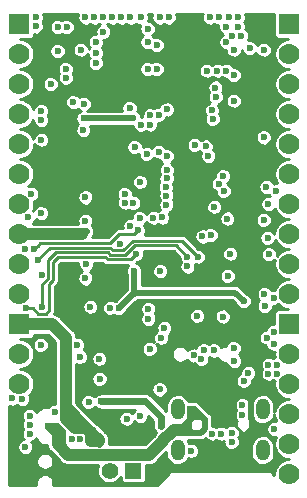
<source format=gbr>
G04 #@! TF.GenerationSoftware,KiCad,Pcbnew,6.0.0-unknown-d4e9ddc~100~ubuntu18.04.1*
G04 #@! TF.CreationDate,2019-08-02T11:15:37+03:00*
G04 #@! TF.ProjectId,NB-IoT-DevKit_Rev_B,4e422d49-6f54-42d4-9465-764b69745f52,B*
G04 #@! TF.SameCoordinates,Original*
G04 #@! TF.FileFunction,Copper,L3,Inr*
G04 #@! TF.FilePolarity,Positive*
%FSLAX46Y46*%
G04 Gerber Fmt 4.6, Leading zero omitted, Abs format (unit mm)*
G04 Created by KiCad (PCBNEW 6.0.0-unknown-d4e9ddc~100~ubuntu18.04.1) date 2019-08-02 11:15:37*
%MOMM*%
%LPD*%
G04 APERTURE LIST*
%ADD10C,1.778000*%
%ADD11R,1.778000X1.778000*%
%ADD12C,1.400000*%
%ADD13R,1.400000X1.400000*%
%ADD14O,1.200000X1.800000*%
%ADD15C,0.600000*%
%ADD16C,1.016000*%
%ADD17C,0.609600*%
%ADD18C,0.762000*%
%ADD19C,0.508000*%
%ADD20C,0.254000*%
G04 APERTURE END LIST*
D10*
X154940000Y-69850000D03*
X154940000Y-67310000D03*
X154940000Y-64770000D03*
D11*
X154940000Y-62230000D03*
D10*
X154940000Y-72390000D03*
X154940000Y-74930000D03*
X154940000Y-80010000D03*
X154940000Y-77470000D03*
X154940000Y-82550000D03*
X154940000Y-85090000D03*
X154940000Y-95250000D03*
X154940000Y-92710000D03*
X154940000Y-90170000D03*
D11*
X154940000Y-87630000D03*
D10*
X154940000Y-97790000D03*
X154940000Y-100330000D03*
X132080000Y-92710000D03*
X132080000Y-90170000D03*
D11*
X132080000Y-87630000D03*
D10*
X132080000Y-69850000D03*
X132080000Y-67310000D03*
X132080000Y-64770000D03*
D11*
X132080000Y-62230000D03*
D10*
X132080000Y-72390000D03*
X132080000Y-74930000D03*
X132080000Y-80010000D03*
X132080000Y-77470000D03*
X132080000Y-82550000D03*
X132080000Y-85090000D03*
D12*
X139715240Y-100058220D03*
D13*
X141744700Y-100055680D03*
D14*
X145498000Y-98294000D03*
X145498000Y-94824000D03*
X152698000Y-94824000D03*
X152698000Y-98294000D03*
D15*
X136080500Y-62484000D03*
X135338892Y-62484000D03*
X138112500Y-97726500D03*
X138848348Y-97752652D03*
X142320990Y-95408307D03*
X133477000Y-61658500D03*
X133477000Y-62420500D03*
X153162000Y-91059000D03*
X153924000Y-91059000D03*
X153924000Y-91821000D03*
X138557000Y-63754000D03*
X138557000Y-64643000D03*
X138557000Y-65532000D03*
X142938500Y-66040000D03*
X143700500Y-66040000D03*
X142938500Y-63754000D03*
X142938500Y-62611000D03*
X143700500Y-64008000D03*
X142367000Y-61658500D03*
X139192000Y-61658500D03*
X138430000Y-61658500D03*
X137668000Y-61658500D03*
X139954000Y-61658500D03*
X140716000Y-61658500D03*
X141478000Y-61658500D03*
X143954500Y-61658500D03*
X144716500Y-61658500D03*
X148844000Y-66167000D03*
X151578002Y-64262000D03*
X150558500Y-61658500D03*
X149796500Y-61658500D03*
X148971000Y-61658500D03*
X148209000Y-61658500D03*
X152781000Y-64389000D03*
X149606000Y-66167000D03*
X150241000Y-68707000D03*
X149688568Y-78695532D03*
X150241000Y-66548000D03*
X148681000Y-67600000D03*
X150956990Y-95313500D03*
X150956990Y-94488000D03*
X153162000Y-91821000D03*
X131445000Y-93916500D03*
X143954500Y-93154500D03*
X136499600Y-97345500D03*
X137223500Y-97345500D03*
X150241000Y-64389000D03*
X149606000Y-63754000D03*
X147955000Y-66167000D03*
X150558500Y-62484000D03*
X150876000Y-63246000D03*
X149606000Y-62484000D03*
X150114000Y-63246000D03*
X141016023Y-76609511D03*
X144526000Y-77533500D03*
X144352990Y-87947500D03*
X144081987Y-88773481D03*
X143129028Y-89726467D03*
X150050500Y-96837500D03*
X150050500Y-97599500D03*
X142274722Y-78649031D03*
X137541000Y-68961000D03*
X143891000Y-73025000D03*
X142875004Y-73215500D03*
X133921500Y-78232000D03*
X133938957Y-72009000D03*
X133938979Y-70358000D03*
X133938979Y-69596000D03*
X136627767Y-68833995D03*
X140210000Y-66038000D03*
X140779500Y-65278000D03*
X140779500Y-64516000D03*
X140779500Y-63500000D03*
X141287500Y-64008000D03*
X140208000Y-63055500D03*
X142049500Y-64008000D03*
X140970000Y-66040000D03*
X132842000Y-68580000D03*
X152019000Y-88646000D03*
X151130000Y-97790000D03*
X151130000Y-97028000D03*
X144843500Y-90507428D03*
X144460250Y-89852500D03*
X137521728Y-70208262D03*
X142306704Y-75593544D03*
X137744039Y-82550000D03*
X136977870Y-89382600D03*
X132969000Y-96901000D03*
X132969000Y-95377000D03*
X132969000Y-96139000D03*
X136017000Y-66040000D03*
X136036227Y-66769061D03*
X135079922Y-95086569D03*
X137668000Y-76898500D03*
X132588000Y-81280000D03*
X137668000Y-78867000D03*
X138983466Y-94176291D03*
X144089980Y-95530019D03*
X144096560Y-96278623D03*
X137738176Y-79753927D03*
X149923500Y-81661000D03*
X141742466Y-77365222D03*
X143001992Y-87202990D03*
X148297369Y-80090990D03*
X144562958Y-73406000D03*
X147574000Y-80208030D03*
X146827011Y-90281240D03*
X147700996Y-89852500D03*
X149375521Y-76341733D03*
X147497903Y-90561331D03*
X147129500Y-86931500D03*
X149330075Y-75098575D03*
X153670000Y-96520000D03*
X148526500Y-89852500D03*
X148970381Y-75738070D03*
X149299245Y-86984255D03*
X148466970Y-70256386D03*
X148399500Y-69532488D03*
X142385261Y-70762532D03*
X137946782Y-94219961D03*
X137494952Y-71221994D03*
X135318500Y-64516000D03*
X141160500Y-95631000D03*
X133964982Y-83450536D03*
X141986000Y-81661000D03*
X132650867Y-86296500D03*
X144007253Y-83132243D03*
X143002000Y-86360000D03*
X143429010Y-78613000D03*
X144181988Y-78601205D03*
X141016032Y-77336522D03*
X132777999Y-78585644D03*
X144562998Y-69453491D03*
X141414500Y-69342000D03*
X141491314Y-79311044D03*
X148409500Y-96901000D03*
X149136500Y-96901000D03*
X140606490Y-80817687D03*
X138082579Y-86156319D03*
X144528686Y-76771500D03*
X144487475Y-76022200D03*
X144546944Y-75285600D03*
X144573794Y-74549000D03*
X148082000Y-73406000D03*
X147891500Y-72580500D03*
X148705887Y-68379123D03*
X143159961Y-69946039D03*
X148580342Y-77688796D03*
X146939000Y-72453500D03*
X147193000Y-95250000D03*
X146532600Y-95529400D03*
X146532600Y-94818200D03*
X134493000Y-96266000D03*
X135128000Y-97155000D03*
X135691590Y-97599500D03*
X137287000Y-64389000D03*
X147193000Y-81915000D03*
X133684990Y-82169000D03*
X142113000Y-79692500D03*
X146621500Y-98361500D03*
X133350000Y-81280000D03*
X137668000Y-83756500D03*
X132588000Y-98044000D03*
X146304000Y-81915000D03*
X133982128Y-86169500D03*
X153035000Y-88773000D03*
X153606500Y-88265000D03*
X153606500Y-89281000D03*
X141795500Y-83098570D03*
X151088500Y-85674927D03*
X149725649Y-83539305D03*
X134747000Y-67310000D03*
X132338089Y-94000447D03*
X133904010Y-89379917D03*
X133096000Y-76581000D03*
X139192000Y-62865000D03*
X153098500Y-80327500D03*
X152781000Y-78803500D03*
X153162000Y-77470000D03*
X152998011Y-76012313D03*
X153847424Y-76377400D03*
X152781000Y-71818500D03*
X152833755Y-85100769D03*
X153606500Y-85407500D03*
X152844500Y-86106004D03*
X152065021Y-84074000D03*
X153214463Y-81713463D03*
X140512499Y-86283800D03*
X141841510Y-72628804D03*
X137223500Y-90398900D03*
X138874500Y-92265500D03*
X138849016Y-90552030D03*
X135858490Y-95091490D03*
X136588500Y-95072500D03*
X143119983Y-70728406D03*
X146314885Y-82749404D03*
X143892816Y-69896010D03*
X141732000Y-70208522D03*
X139761150Y-86251659D03*
X150266400Y-90754200D03*
X151088512Y-92418574D03*
X151460200Y-91744802D03*
X150238747Y-89659777D03*
D16*
X138239500Y-96901000D02*
X138239500Y-97409000D01*
D17*
X138112500Y-97726500D02*
X138112500Y-96774000D01*
X138112500Y-96774000D02*
X137890250Y-96551750D01*
D16*
X137890250Y-96551750D02*
X138239500Y-96901000D01*
X138112500Y-96774000D02*
X138112500Y-96850698D01*
X138158501Y-96896699D02*
X138158501Y-97535990D01*
X138112500Y-96850698D02*
X138158501Y-96896699D01*
D17*
X138112500Y-97726500D02*
X138822196Y-97726500D01*
X138822196Y-97726500D02*
X138848348Y-97752652D01*
D16*
X138811000Y-97549198D02*
X138811253Y-97549451D01*
X138239500Y-96901000D02*
X138811000Y-97472500D01*
X138811000Y-97472500D02*
X138811000Y-97549198D01*
X137731500Y-96393000D02*
X137890250Y-96551750D01*
D17*
X142049500Y-64008000D02*
X141287500Y-64008000D01*
D16*
X140970000Y-67818000D02*
X140970000Y-66040000D01*
X140210000Y-67816000D02*
X140208000Y-67818000D01*
X140210000Y-66038000D02*
X140210000Y-67816000D01*
X140208000Y-67818000D02*
X140970000Y-67818000D01*
X140968000Y-66038000D02*
X140970000Y-66040000D01*
X140210000Y-66038000D02*
X140968000Y-66038000D01*
X140094071Y-67704071D02*
X140208000Y-67818000D01*
D18*
X136130929Y-67704071D02*
X140094071Y-67704071D01*
X132842000Y-68580000D02*
X135255000Y-68580000D01*
X135255000Y-68580000D02*
X136130929Y-67704071D01*
D16*
X144526000Y-67818000D02*
X140970000Y-67818000D01*
X152019000Y-75311000D02*
X144526000Y-67818000D01*
D17*
X151130000Y-97028000D02*
X151130000Y-97790000D01*
D19*
X151554264Y-97028000D02*
X151701500Y-97028000D01*
X151130000Y-97028000D02*
X151554264Y-97028000D01*
X151701500Y-97218500D02*
X151701500Y-97028000D01*
X151130000Y-97790000D02*
X151701500Y-97218500D01*
D17*
X144460250Y-89852500D02*
X144460250Y-90124178D01*
X144460250Y-90124178D02*
X144843500Y-90507428D01*
X145666750Y-88646000D02*
X152019000Y-88646000D01*
X144460250Y-89852500D02*
X145666750Y-88646000D01*
X144843500Y-90507428D02*
X144843500Y-89471500D01*
X144843500Y-89471500D02*
X144907000Y-89408000D01*
X144907000Y-89408000D02*
X144904750Y-89408000D01*
X144904750Y-89408000D02*
X144460250Y-89852500D01*
X152019000Y-90043000D02*
X152146000Y-90170000D01*
X152019000Y-90043000D02*
X152336500Y-90360500D01*
X152336500Y-90360500D02*
X152336500Y-93027500D01*
D19*
X151701500Y-95514857D02*
X151701500Y-95059500D01*
X151779001Y-97140999D02*
X151779001Y-95592358D01*
X151701500Y-97218500D02*
X151779001Y-97140999D01*
X151779001Y-95592358D02*
X151701500Y-95514857D01*
X151701500Y-95059500D02*
X151701500Y-93662500D01*
X151701500Y-93662500D02*
X152336500Y-93027500D01*
D20*
X151701500Y-97028000D02*
X151701500Y-96583500D01*
X151701500Y-96583500D02*
X151701500Y-95059500D01*
D19*
X151130000Y-97028000D02*
X151221882Y-97028000D01*
X151666382Y-96583500D02*
X151701500Y-96583500D01*
X151221882Y-97028000D02*
X151666382Y-96583500D01*
D20*
X136334500Y-100203000D02*
X137223500Y-100203000D01*
X138112500Y-101092000D02*
X143192500Y-101092000D01*
X137223500Y-100203000D02*
X138112500Y-101092000D01*
D19*
X144462500Y-99822000D02*
X143192500Y-101092000D01*
X151130000Y-97790000D02*
X149098000Y-99822000D01*
X149098000Y-99822000D02*
X144462500Y-99822000D01*
D20*
X151130000Y-97028000D02*
X150304500Y-96202500D01*
X150304500Y-96202500D02*
X150304500Y-93980000D01*
X150622000Y-93662500D02*
X151701500Y-93662500D01*
X150304500Y-93980000D02*
X150622000Y-93662500D01*
D17*
X144090599Y-95529400D02*
X144089980Y-95530019D01*
X144089980Y-95530019D02*
X144089980Y-96272043D01*
X144089980Y-96272043D02*
X144096560Y-96278623D01*
X142736252Y-94176291D02*
X144089980Y-95530019D01*
X138983466Y-94176291D02*
X142736252Y-94176291D01*
X137482103Y-80010000D02*
X137738176Y-79753927D01*
D16*
X132080000Y-80010000D02*
X137414000Y-80010000D01*
D20*
X141513290Y-82133710D02*
X141986000Y-81661000D01*
X139350760Y-81915010D02*
X139569460Y-82133710D01*
X135381990Y-81915010D02*
X139350760Y-81915010D01*
X134937500Y-82359500D02*
X135381990Y-81915010D01*
X139569460Y-82133710D02*
X141513290Y-82133710D01*
X134937500Y-83883500D02*
X134937500Y-82359500D01*
X133241256Y-86296500D02*
X133685737Y-86740981D01*
X134620000Y-84201000D02*
X134937500Y-83883500D01*
X133685737Y-86740981D02*
X134302481Y-86740981D01*
X132650867Y-86296500D02*
X133241256Y-86296500D01*
X134302481Y-86740981D02*
X134620000Y-86423462D01*
X134620000Y-86423462D02*
X134620000Y-84201000D01*
D17*
X146649801Y-95412199D02*
X146532600Y-95529400D01*
X147193000Y-95250000D02*
X147193000Y-95412199D01*
X147193000Y-95412199D02*
X146649801Y-95412199D01*
X146532600Y-95529400D02*
X146532600Y-94818200D01*
X135128000Y-96901000D02*
X135128000Y-97155000D01*
X134493000Y-96266000D02*
X135128000Y-96901000D01*
D16*
X145669000Y-96583500D02*
X146177000Y-96583500D01*
D17*
X145669000Y-96520000D02*
X145669000Y-96583500D01*
X145669000Y-96489934D02*
X145669000Y-96520000D01*
X146532600Y-95529400D02*
X146532600Y-95626334D01*
X146746735Y-95412199D02*
X147193000Y-95412199D01*
X146257217Y-95901717D02*
X146746735Y-95412199D01*
X146532600Y-95626334D02*
X146257217Y-95901717D01*
X146257217Y-95901717D02*
X145669000Y-96489934D01*
X146862800Y-94818200D02*
X147675600Y-95631000D01*
X146532600Y-94818200D02*
X146862800Y-94818200D01*
D19*
X147764500Y-95643700D02*
X147764500Y-95758000D01*
X147779001Y-95658201D02*
X147764500Y-95643700D01*
X147424881Y-96825001D02*
X147779001Y-96470881D01*
X147779001Y-96470881D02*
X147779001Y-95658201D01*
X145669000Y-96489934D02*
X146004067Y-96825001D01*
X146366199Y-96531801D02*
X146659399Y-96825001D01*
X146004067Y-96825001D02*
X146659399Y-96825001D01*
X146659399Y-96825001D02*
X147424881Y-96825001D01*
D17*
X146366199Y-96495265D02*
X146366199Y-96531801D01*
X146532600Y-95626334D02*
X146366199Y-95792735D01*
X146366199Y-95792735D02*
X146366199Y-96495265D01*
X134493000Y-96266000D02*
X135691590Y-97464590D01*
X135691590Y-98163090D02*
X135691590Y-97896764D01*
X135691590Y-97896764D02*
X135691590Y-97472500D01*
X135445500Y-97472500D02*
X135691590Y-97472500D01*
X135128000Y-97155000D02*
X135445500Y-97472500D01*
X135763000Y-98234500D02*
X135691590Y-98163090D01*
X135691590Y-97464590D02*
X135691590Y-97472500D01*
D16*
X145173700Y-96583500D02*
X145669000Y-96583500D01*
X144998210Y-96758990D02*
X145173700Y-96583500D01*
X144986443Y-96758990D02*
X144998210Y-96758990D01*
X144262990Y-97482443D02*
X144986443Y-96758990D01*
X144262990Y-97494210D02*
X144262990Y-97482443D01*
X143064739Y-98692461D02*
X144262990Y-97494210D01*
X135318500Y-96647000D02*
X135318500Y-97790000D01*
X135318500Y-97790000D02*
X136220961Y-98692461D01*
X136220961Y-98692461D02*
X143064739Y-98692461D01*
D17*
X135691590Y-96702590D02*
X135691590Y-97599500D01*
X134493000Y-96266000D02*
X135255000Y-96266000D01*
X135255000Y-96266000D02*
X135691590Y-96702590D01*
D20*
X133649999Y-80980001D02*
X133350000Y-81280000D01*
X133858000Y-80772000D02*
X133649999Y-80980001D01*
X139780755Y-80772000D02*
X133858000Y-80772000D01*
X142113000Y-79692500D02*
X141795500Y-80010000D01*
X140542755Y-80010000D02*
X139780755Y-80772000D01*
X141795500Y-80010000D02*
X140542755Y-80010000D01*
X139573000Y-81534000D02*
X135191500Y-81534000D01*
X134541085Y-82184415D02*
X134541085Y-83741085D01*
X141859000Y-80962500D02*
X141068801Y-81752699D01*
X135191500Y-81534000D02*
X134541085Y-82184415D01*
X141068801Y-81752699D02*
X139791699Y-81752699D01*
X145351500Y-80962500D02*
X141859000Y-80962500D01*
X139791699Y-81752699D02*
X139573000Y-81534000D01*
X133982128Y-85745236D02*
X133982128Y-86169500D01*
X134541085Y-83741085D02*
X133982128Y-84300042D01*
X133982128Y-84300042D02*
X133982128Y-85745236D01*
X146304000Y-81915000D02*
X145351500Y-80962500D01*
X133684990Y-82151510D02*
X133684990Y-82169000D01*
X134683500Y-81153000D02*
X133684990Y-82151510D01*
X145859489Y-80581489D02*
X141665561Y-80581489D01*
X147193000Y-81915000D02*
X145859489Y-80581489D01*
X141665561Y-80581489D02*
X140875362Y-81371688D01*
X140875362Y-81371688D02*
X139982188Y-81371688D01*
X139763500Y-81153000D02*
X134683500Y-81153000D01*
X139982188Y-81371688D02*
X139763500Y-81153000D01*
D17*
X152019000Y-85329723D02*
X152019000Y-90043000D01*
X151985697Y-75344303D02*
X151985697Y-79281765D01*
X151985697Y-79281765D02*
X152019000Y-79315068D01*
X152019000Y-79315068D02*
X152019000Y-85329723D01*
X152019000Y-75311000D02*
X151985697Y-75344303D01*
D19*
X141121372Y-85674927D02*
X140812498Y-85983801D01*
X140812498Y-85983801D02*
X140512499Y-86283800D01*
D16*
X136779000Y-96393000D02*
X137731500Y-96393000D01*
X136017000Y-93091000D02*
X136017000Y-95631000D01*
X136017000Y-95631000D02*
X136779000Y-96393000D01*
X136017000Y-88773000D02*
X136017000Y-93091000D01*
X132080000Y-87630000D02*
X134874000Y-87630000D01*
X134874000Y-87630000D02*
X136017000Y-88773000D01*
X137731500Y-96393000D02*
X136017000Y-94678500D01*
X136017000Y-94678500D02*
X136017000Y-94488000D01*
D19*
X141795500Y-85000799D02*
X141795500Y-84772500D01*
X141795500Y-83098570D02*
X141795500Y-84772500D01*
X141121372Y-85674927D02*
X141795500Y-85000799D01*
X141833299Y-84963000D02*
X141121372Y-85674927D01*
X151088500Y-85674927D02*
X150376573Y-84963000D01*
X150376573Y-84963000D02*
X141833299Y-84963000D01*
X136569510Y-95091490D02*
X136588500Y-95072500D01*
X135858490Y-95091490D02*
X136569510Y-95091490D01*
X137521728Y-70208262D02*
X141731740Y-70208262D01*
X141731740Y-70208262D02*
X141732000Y-70208522D01*
D20*
G36*
X139235241Y-65655970D02*
G01*
X139237301Y-65419885D01*
X139163995Y-65205167D01*
X139072561Y-65087078D01*
X139158198Y-64980377D01*
X139235241Y-64766970D01*
X139237301Y-64530885D01*
X139163995Y-64316167D01*
X139072561Y-64198078D01*
X139158198Y-64091377D01*
X139235241Y-63877970D01*
X139237301Y-63641885D01*
X139205739Y-63549437D01*
X139240089Y-63552714D01*
X139460259Y-63500059D01*
X139651503Y-63378926D01*
X139793198Y-63202377D01*
X139870241Y-62988970D01*
X139872301Y-62752885D01*
X139798995Y-62538167D01*
X139660402Y-62359171D01*
X139511445Y-62261138D01*
X139565641Y-62226811D01*
X139570493Y-62231375D01*
X139776735Y-62324714D01*
X140002089Y-62346214D01*
X140222259Y-62293559D01*
X140327641Y-62226811D01*
X140332493Y-62231375D01*
X140538735Y-62324714D01*
X140764089Y-62346214D01*
X140984259Y-62293559D01*
X141089641Y-62226811D01*
X141094493Y-62231375D01*
X141300735Y-62324714D01*
X141526089Y-62346214D01*
X141746259Y-62293559D01*
X141927538Y-62178738D01*
X141983493Y-62231375D01*
X142189735Y-62324714D01*
X142313318Y-62336504D01*
X142288249Y-62382010D01*
X142249132Y-62604984D01*
X142284351Y-62828606D01*
X142390105Y-63028764D01*
X142554874Y-63183763D01*
X142397481Y-63326729D01*
X142288249Y-63525010D01*
X142249132Y-63747984D01*
X142284351Y-63971606D01*
X142390105Y-64171764D01*
X142554993Y-64326875D01*
X142761235Y-64420214D01*
X142986589Y-64441714D01*
X143141019Y-64404781D01*
X143152105Y-64425764D01*
X143316993Y-64580875D01*
X143523235Y-64674214D01*
X143748589Y-64695714D01*
X143968759Y-64643059D01*
X144160003Y-64521926D01*
X144301698Y-64345377D01*
X144378741Y-64131970D01*
X144380801Y-63895885D01*
X144307495Y-63681167D01*
X144168902Y-63502171D01*
X143979802Y-63377719D01*
X143760585Y-63321230D01*
X143534889Y-63338794D01*
X143491554Y-63357501D01*
X143406902Y-63248171D01*
X143307112Y-63182496D01*
X143398003Y-63124926D01*
X143539698Y-62948377D01*
X143616741Y-62734970D01*
X143618801Y-62498885D01*
X143545495Y-62284167D01*
X143406902Y-62105171D01*
X143217802Y-61980719D01*
X142998585Y-61924230D01*
X142993933Y-61924592D01*
X143045241Y-61782470D01*
X143047301Y-61546385D01*
X142976840Y-61340000D01*
X143353560Y-61340000D01*
X143304249Y-61429510D01*
X143265132Y-61652484D01*
X143300351Y-61876106D01*
X143406105Y-62076264D01*
X143570993Y-62231375D01*
X143777235Y-62324714D01*
X144002589Y-62346214D01*
X144222759Y-62293559D01*
X144328141Y-62226811D01*
X144332993Y-62231375D01*
X144539235Y-62324714D01*
X144764589Y-62346214D01*
X144984759Y-62293559D01*
X145176003Y-62172426D01*
X145317698Y-61995877D01*
X145394741Y-61782470D01*
X145396801Y-61546385D01*
X145326340Y-61340000D01*
X147608060Y-61340000D01*
X147558749Y-61429510D01*
X147519632Y-61652484D01*
X147554851Y-61876106D01*
X147660605Y-62076264D01*
X147825493Y-62231375D01*
X148031735Y-62324714D01*
X148257089Y-62346214D01*
X148477259Y-62293559D01*
X148582641Y-62226811D01*
X148587493Y-62231375D01*
X148793735Y-62324714D01*
X148941055Y-62338769D01*
X148916632Y-62477984D01*
X148951851Y-62701606D01*
X149057605Y-62901764D01*
X149222493Y-63056875D01*
X149360443Y-63119307D01*
X149232550Y-63174519D01*
X149064981Y-63326729D01*
X148955749Y-63525010D01*
X148916632Y-63747984D01*
X148951851Y-63971606D01*
X149057605Y-64171764D01*
X149222493Y-64326875D01*
X149428735Y-64420214D01*
X149559460Y-64432686D01*
X149586851Y-64606606D01*
X149692605Y-64806764D01*
X149857493Y-64961875D01*
X150063735Y-65055214D01*
X150289089Y-65076714D01*
X150509259Y-65024059D01*
X150700503Y-64902926D01*
X150842198Y-64726377D01*
X150919241Y-64512970D01*
X150919759Y-64453611D01*
X150923853Y-64479606D01*
X151029607Y-64679764D01*
X151194495Y-64834875D01*
X151400737Y-64928214D01*
X151626091Y-64949714D01*
X151846261Y-64897059D01*
X152037505Y-64775926D01*
X152145329Y-64641579D01*
X152232605Y-64806764D01*
X152397493Y-64961875D01*
X152603735Y-65055214D01*
X152829089Y-65076714D01*
X153049259Y-65024059D01*
X153240503Y-64902926D01*
X153382198Y-64726377D01*
X153459241Y-64512970D01*
X153461301Y-64276885D01*
X153387995Y-64062167D01*
X153249402Y-63883171D01*
X153060302Y-63758719D01*
X152841085Y-63702230D01*
X152615389Y-63719794D01*
X152407550Y-63809519D01*
X152239981Y-63961729D01*
X152211633Y-64013187D01*
X152184997Y-63935167D01*
X152046404Y-63756171D01*
X151857304Y-63631719D01*
X151638087Y-63575230D01*
X151473454Y-63588042D01*
X151477198Y-63583377D01*
X151554241Y-63369970D01*
X151556301Y-63133885D01*
X151482995Y-62919167D01*
X151344402Y-62740171D01*
X151218846Y-62657539D01*
X151236741Y-62607969D01*
X151238801Y-62371885D01*
X151165495Y-62157167D01*
X151099086Y-62071398D01*
X151159698Y-61995878D01*
X151236741Y-61782470D01*
X151238801Y-61546385D01*
X151168340Y-61340000D01*
X153666024Y-61340000D01*
X153666024Y-63131410D01*
X153693047Y-63267269D01*
X153777035Y-63392965D01*
X153902731Y-63476953D01*
X154038590Y-63503976D01*
X154851421Y-63503976D01*
X154725273Y-63513793D01*
X154499943Y-63573960D01*
X154289351Y-63674181D01*
X154100549Y-63811102D01*
X153939860Y-63980137D01*
X153812666Y-64175625D01*
X153723227Y-64391018D01*
X153674538Y-64619103D01*
X153668230Y-64852241D01*
X153704513Y-65082626D01*
X153782173Y-65302541D01*
X153898609Y-65504620D01*
X154049921Y-65682098D01*
X154231041Y-65829029D01*
X154435906Y-65940493D01*
X154657652Y-66012756D01*
X154877745Y-66041927D01*
X154725273Y-66053793D01*
X154499943Y-66113960D01*
X154289351Y-66214181D01*
X154100549Y-66351102D01*
X153939860Y-66520137D01*
X153812666Y-66715625D01*
X153723227Y-66931018D01*
X153674538Y-67159103D01*
X153668230Y-67392241D01*
X153704513Y-67622626D01*
X153782173Y-67842541D01*
X153898609Y-68044620D01*
X154049921Y-68222098D01*
X154231041Y-68369029D01*
X154435906Y-68480493D01*
X154657652Y-68552756D01*
X154877745Y-68581927D01*
X154725273Y-68593793D01*
X154499943Y-68653960D01*
X154289351Y-68754181D01*
X154100549Y-68891102D01*
X153939860Y-69060137D01*
X153812666Y-69255625D01*
X153723227Y-69471018D01*
X153674538Y-69699103D01*
X153668230Y-69932241D01*
X153704513Y-70162626D01*
X153782173Y-70382541D01*
X153898609Y-70584620D01*
X154049921Y-70762098D01*
X154231041Y-70909029D01*
X154435906Y-71020493D01*
X154657652Y-71092756D01*
X154877745Y-71121927D01*
X154725273Y-71133793D01*
X154499943Y-71193960D01*
X154289351Y-71294181D01*
X154100549Y-71431102D01*
X153939860Y-71600137D01*
X153812666Y-71795625D01*
X153723227Y-72011018D01*
X153674538Y-72239103D01*
X153668230Y-72472241D01*
X153704513Y-72702626D01*
X153782173Y-72922541D01*
X153898609Y-73124620D01*
X154049921Y-73302098D01*
X154231041Y-73449029D01*
X154435906Y-73560493D01*
X154657652Y-73632756D01*
X154877745Y-73661927D01*
X154725273Y-73673793D01*
X154499943Y-73733960D01*
X154289351Y-73834181D01*
X154100549Y-73971102D01*
X153939860Y-74140137D01*
X153812666Y-74335625D01*
X153723227Y-74551018D01*
X153674538Y-74779103D01*
X153668230Y-75012241D01*
X153704513Y-75242626D01*
X153782173Y-75462541D01*
X153898609Y-75664620D01*
X153924522Y-75695014D01*
X153907509Y-75690630D01*
X153681813Y-75708194D01*
X153621631Y-75734175D01*
X153605006Y-75685480D01*
X153466413Y-75506484D01*
X153277313Y-75382032D01*
X153058096Y-75325543D01*
X152832400Y-75343107D01*
X152624561Y-75432832D01*
X152456992Y-75585042D01*
X152347760Y-75783323D01*
X152308643Y-76006297D01*
X152343862Y-76229919D01*
X152449616Y-76430077D01*
X152614504Y-76585188D01*
X152820746Y-76678527D01*
X153046100Y-76700027D01*
X153226028Y-76656996D01*
X153299029Y-76795164D01*
X153310586Y-76806035D01*
X153222085Y-76783230D01*
X152996389Y-76800794D01*
X152788550Y-76890519D01*
X152620981Y-77042729D01*
X152511749Y-77241010D01*
X152472632Y-77463984D01*
X152507851Y-77687606D01*
X152613605Y-77887764D01*
X152778493Y-78042875D01*
X152984735Y-78136214D01*
X153210089Y-78157714D01*
X153430259Y-78105059D01*
X153621503Y-77983926D01*
X153728514Y-77850592D01*
X153782173Y-78002541D01*
X153898609Y-78204620D01*
X154049921Y-78382098D01*
X154231041Y-78529029D01*
X154435906Y-78640493D01*
X154657652Y-78712756D01*
X154877745Y-78741927D01*
X154725273Y-78753793D01*
X154499943Y-78813960D01*
X154289351Y-78914181D01*
X154100549Y-79051102D01*
X153939860Y-79220137D01*
X153812666Y-79415625D01*
X153723227Y-79631018D01*
X153674538Y-79859103D01*
X153671882Y-79957255D01*
X153566902Y-79821671D01*
X153377802Y-79697219D01*
X153158585Y-79640730D01*
X152932889Y-79658294D01*
X152725050Y-79748019D01*
X152557481Y-79900229D01*
X152448249Y-80098510D01*
X152409132Y-80321484D01*
X152444351Y-80545106D01*
X152550105Y-80745264D01*
X152714993Y-80900375D01*
X152921235Y-80993714D01*
X153146589Y-81015214D01*
X153366759Y-80962559D01*
X153558003Y-80841426D01*
X153699698Y-80664877D01*
X153763229Y-80488897D01*
X153782173Y-80542541D01*
X153898609Y-80744620D01*
X154049921Y-80922098D01*
X154231041Y-81069029D01*
X154435906Y-81180493D01*
X154657652Y-81252756D01*
X154877745Y-81281927D01*
X154725273Y-81293793D01*
X154499943Y-81353960D01*
X154289351Y-81454181D01*
X154100549Y-81591102D01*
X153939860Y-81760137D01*
X153892747Y-81832547D01*
X153894764Y-81601348D01*
X153821458Y-81386630D01*
X153682865Y-81207634D01*
X153493765Y-81083182D01*
X153274548Y-81026693D01*
X153048852Y-81044257D01*
X152841013Y-81133982D01*
X152673444Y-81286192D01*
X152564212Y-81484473D01*
X152525095Y-81707447D01*
X152560314Y-81931069D01*
X152666068Y-82131227D01*
X152830956Y-82286338D01*
X153037198Y-82379677D01*
X153262552Y-82401177D01*
X153482722Y-82348522D01*
X153673966Y-82227389D01*
X153727535Y-82160643D01*
X153723227Y-82171018D01*
X153674538Y-82399103D01*
X153668230Y-82632241D01*
X153704513Y-82862626D01*
X153782173Y-83082541D01*
X153898609Y-83284620D01*
X154049921Y-83462098D01*
X154231041Y-83609029D01*
X154435906Y-83720493D01*
X154657652Y-83792756D01*
X154877745Y-83821927D01*
X154725273Y-83833793D01*
X154499943Y-83893960D01*
X154289351Y-83994181D01*
X154100549Y-84131102D01*
X153939860Y-84300137D01*
X153812666Y-84495625D01*
X153723227Y-84711018D01*
X153718309Y-84734058D01*
X153666585Y-84720730D01*
X153440889Y-84738294D01*
X153420101Y-84747268D01*
X153302157Y-84594940D01*
X153113057Y-84470488D01*
X152893840Y-84413999D01*
X152668144Y-84431563D01*
X152460305Y-84521288D01*
X152292736Y-84673498D01*
X152183504Y-84871779D01*
X152144387Y-85094753D01*
X152179606Y-85318375D01*
X152285360Y-85518533D01*
X152380901Y-85608409D01*
X152303481Y-85678733D01*
X152194249Y-85877014D01*
X152155132Y-86099988D01*
X152190351Y-86323610D01*
X152296105Y-86523768D01*
X152460993Y-86678879D01*
X152667235Y-86772218D01*
X152892589Y-86793718D01*
X153112759Y-86741063D01*
X153304003Y-86619930D01*
X153445698Y-86443381D01*
X153522741Y-86229974D01*
X153524026Y-86082758D01*
X153654589Y-86095214D01*
X153874759Y-86042559D01*
X154010899Y-85956329D01*
X154049921Y-86002098D01*
X154231041Y-86149029D01*
X154435906Y-86260493D01*
X154657652Y-86332756D01*
X154833205Y-86356024D01*
X154038590Y-86356024D01*
X153902731Y-86383047D01*
X153777035Y-86467035D01*
X153693047Y-86592731D01*
X153666024Y-86728590D01*
X153666024Y-87578274D01*
X153440889Y-87595794D01*
X153233050Y-87685519D01*
X153065481Y-87837729D01*
X152956249Y-88036010D01*
X152945395Y-88097879D01*
X152869389Y-88103794D01*
X152661550Y-88193519D01*
X152493981Y-88345729D01*
X152384749Y-88544010D01*
X152345632Y-88766984D01*
X152380851Y-88990606D01*
X152486605Y-89190764D01*
X152651493Y-89345875D01*
X152857734Y-89439213D01*
X152944298Y-89447472D01*
X152952351Y-89498606D01*
X153058105Y-89698764D01*
X153222993Y-89853875D01*
X153429235Y-89947214D01*
X153654589Y-89968714D01*
X153686946Y-89960976D01*
X153674538Y-90019103D01*
X153668230Y-90252241D01*
X153694253Y-90417482D01*
X153550550Y-90479519D01*
X153537081Y-90491754D01*
X153441302Y-90428719D01*
X153222085Y-90372230D01*
X152996389Y-90389794D01*
X152788550Y-90479519D01*
X152620981Y-90631729D01*
X152511749Y-90830010D01*
X152472632Y-91052984D01*
X152507851Y-91276606D01*
X152594822Y-91441213D01*
X152511749Y-91592010D01*
X152472632Y-91814984D01*
X152507851Y-92038606D01*
X152613605Y-92238764D01*
X152778493Y-92393875D01*
X152984735Y-92487214D01*
X153210089Y-92508714D01*
X153430259Y-92456059D01*
X153535641Y-92389311D01*
X153540493Y-92393875D01*
X153694892Y-92463752D01*
X153674538Y-92559103D01*
X153668230Y-92792241D01*
X153704513Y-93022626D01*
X153782173Y-93242541D01*
X153898609Y-93444620D01*
X154049921Y-93622098D01*
X154231041Y-93769029D01*
X154435906Y-93880493D01*
X154657652Y-93952756D01*
X154877745Y-93981927D01*
X154725273Y-93993793D01*
X154499943Y-94053960D01*
X154289351Y-94154181D01*
X154100549Y-94291102D01*
X153939860Y-94460137D01*
X153812666Y-94655625D01*
X153723227Y-94871018D01*
X153678000Y-95082885D01*
X153678000Y-94470827D01*
X153660781Y-94312319D01*
X153592866Y-94110514D01*
X153483200Y-93928000D01*
X153336902Y-93773294D01*
X153160793Y-93653611D01*
X152963094Y-93574538D01*
X152753027Y-93539760D01*
X152540392Y-93550904D01*
X152335111Y-93607448D01*
X152146761Y-93706755D01*
X151984128Y-93844190D01*
X151854802Y-94013343D01*
X151763306Y-94209556D01*
X151718000Y-94483228D01*
X151718000Y-95177173D01*
X151735219Y-95335681D01*
X151803135Y-95537486D01*
X151912801Y-95720000D01*
X152059099Y-95874706D01*
X152235207Y-95994389D01*
X152432906Y-96073462D01*
X152642973Y-96108240D01*
X152855608Y-96097096D01*
X153060889Y-96040552D01*
X153249239Y-95941245D01*
X153411871Y-95803810D01*
X153541198Y-95634659D01*
X153632694Y-95438445D01*
X153671738Y-95202601D01*
X153668230Y-95332241D01*
X153704513Y-95562626D01*
X153782173Y-95782541D01*
X153825554Y-95857831D01*
X153730085Y-95833230D01*
X153504389Y-95850794D01*
X153296550Y-95940519D01*
X153128981Y-96092729D01*
X153019749Y-96291010D01*
X152980632Y-96513984D01*
X153015851Y-96737606D01*
X153121605Y-96937764D01*
X153286493Y-97092875D01*
X153492735Y-97186214D01*
X153718089Y-97207714D01*
X153820780Y-97183155D01*
X153812666Y-97195625D01*
X153723227Y-97411018D01*
X153674538Y-97639103D01*
X153668692Y-97855148D01*
X153660781Y-97782319D01*
X153592866Y-97580514D01*
X153483200Y-97398000D01*
X153336902Y-97243294D01*
X153160793Y-97123611D01*
X152963094Y-97044538D01*
X152753027Y-97009760D01*
X152540392Y-97020904D01*
X152335111Y-97077448D01*
X152146761Y-97176755D01*
X151984128Y-97314190D01*
X151854802Y-97483343D01*
X151763306Y-97679556D01*
X151718000Y-97953228D01*
X151718000Y-98647173D01*
X151735219Y-98805681D01*
X151803135Y-99007486D01*
X151912801Y-99190000D01*
X152059099Y-99344706D01*
X152235207Y-99464389D01*
X152432906Y-99543462D01*
X152642973Y-99578240D01*
X152855608Y-99567096D01*
X153060889Y-99510552D01*
X153249239Y-99411245D01*
X153411871Y-99273810D01*
X153541198Y-99104659D01*
X153632694Y-98908445D01*
X153678000Y-98634773D01*
X153678000Y-97940827D01*
X153675706Y-97919714D01*
X153704513Y-98102626D01*
X153782173Y-98322541D01*
X153898609Y-98524620D01*
X154049921Y-98702098D01*
X154231041Y-98849029D01*
X154435906Y-98960493D01*
X154657652Y-99032756D01*
X154877745Y-99061927D01*
X154725273Y-99073793D01*
X154499943Y-99133960D01*
X154289351Y-99234181D01*
X154100549Y-99371102D01*
X153939860Y-99540137D01*
X153812666Y-99735625D01*
X153723227Y-99951018D01*
X153674538Y-100179103D01*
X153668230Y-100412241D01*
X153670770Y-100428370D01*
X153457168Y-100214768D01*
X153435965Y-100183035D01*
X153310269Y-100099047D01*
X153199427Y-100077000D01*
X153199425Y-100077000D01*
X153162000Y-100069556D01*
X153124575Y-100077000D01*
X145071425Y-100077000D01*
X145033999Y-100069555D01*
X144996573Y-100077000D01*
X144885731Y-100099047D01*
X144760035Y-100183035D01*
X144738832Y-100214768D01*
X143733601Y-101220000D01*
X134946386Y-101220000D01*
X134968999Y-101135606D01*
X134968999Y-100943394D01*
X134919251Y-100757731D01*
X134823145Y-100591270D01*
X134687230Y-100455355D01*
X134520769Y-100359249D01*
X134335106Y-100309501D01*
X134142894Y-100309501D01*
X133957231Y-100359249D01*
X133790770Y-100455355D01*
X133654855Y-100591270D01*
X133558749Y-100757731D01*
X133509001Y-100943394D01*
X133509001Y-101135606D01*
X133531614Y-101220000D01*
X131190000Y-101220000D01*
X131190000Y-99143394D01*
X133509001Y-99143394D01*
X133509001Y-99335606D01*
X133558749Y-99521269D01*
X133654855Y-99687730D01*
X133790770Y-99823645D01*
X133957231Y-99919751D01*
X134142894Y-99969499D01*
X134335106Y-99969499D01*
X134520769Y-99919751D01*
X134687230Y-99823645D01*
X134823145Y-99687730D01*
X134919251Y-99521269D01*
X134968999Y-99335606D01*
X134968999Y-99143394D01*
X134919251Y-98957731D01*
X134823145Y-98791270D01*
X134687230Y-98655355D01*
X134520769Y-98559249D01*
X134335106Y-98509501D01*
X134142894Y-98509501D01*
X133957231Y-98559249D01*
X133790770Y-98655355D01*
X133654855Y-98791270D01*
X133558749Y-98957731D01*
X133509001Y-99143394D01*
X131190000Y-99143394D01*
X131190000Y-94547533D01*
X131267735Y-94582714D01*
X131493089Y-94604214D01*
X131713259Y-94551559D01*
X131843652Y-94468969D01*
X131954582Y-94573322D01*
X132160824Y-94666661D01*
X132386178Y-94688161D01*
X132606348Y-94635506D01*
X132797592Y-94514373D01*
X132939287Y-94337824D01*
X133016330Y-94124417D01*
X133018390Y-93888332D01*
X132945084Y-93673614D01*
X132930235Y-93654436D01*
X133059122Y-93525773D01*
X133191389Y-93333682D01*
X133286435Y-93120705D01*
X133341469Y-92892353D01*
X133349484Y-92596133D01*
X133306880Y-92365140D01*
X133223490Y-92147333D01*
X133101804Y-91948370D01*
X132945898Y-91774915D01*
X132760993Y-91632775D01*
X132553282Y-91526713D01*
X132329719Y-91460278D01*
X132124135Y-91438490D01*
X132261770Y-91431397D01*
X132488597Y-91377150D01*
X132701741Y-91282476D01*
X132894063Y-91150544D01*
X133059122Y-90985773D01*
X133191389Y-90793682D01*
X133286435Y-90580705D01*
X133341469Y-90352353D01*
X133349484Y-90056133D01*
X133306880Y-89825140D01*
X133223490Y-89607333D01*
X133101804Y-89408370D01*
X133070823Y-89373901D01*
X133214642Y-89373901D01*
X133249861Y-89597523D01*
X133355615Y-89797681D01*
X133520503Y-89952792D01*
X133726745Y-90046131D01*
X133952099Y-90067631D01*
X134172269Y-90014976D01*
X134363513Y-89893843D01*
X134505208Y-89717294D01*
X134582251Y-89503887D01*
X134584311Y-89267802D01*
X134511005Y-89053084D01*
X134372412Y-88874088D01*
X134183312Y-88749636D01*
X133964095Y-88693147D01*
X133738399Y-88710711D01*
X133530560Y-88800436D01*
X133362991Y-88952646D01*
X133253759Y-89150927D01*
X133214642Y-89373901D01*
X133070823Y-89373901D01*
X132945898Y-89234915D01*
X132760993Y-89092775D01*
X132553282Y-88986713D01*
X132329719Y-88920278D01*
X132175901Y-88903976D01*
X132981410Y-88903976D01*
X133117269Y-88876953D01*
X133242965Y-88792965D01*
X133326953Y-88667269D01*
X133353976Y-88531410D01*
X133353976Y-88518000D01*
X134506179Y-88518000D01*
X135129000Y-89140822D01*
X135129001Y-93029615D01*
X135129000Y-93029622D01*
X135129001Y-94400656D01*
X134914311Y-94417363D01*
X134706472Y-94507088D01*
X134538903Y-94659298D01*
X134523472Y-94687309D01*
X134520769Y-94685749D01*
X134335106Y-94636001D01*
X134142894Y-94636001D01*
X133957231Y-94685749D01*
X133790770Y-94781855D01*
X133654855Y-94917770D01*
X133576895Y-95052802D01*
X133575995Y-95050167D01*
X133437402Y-94871171D01*
X133248302Y-94746719D01*
X133029085Y-94690230D01*
X132803389Y-94707794D01*
X132595550Y-94797519D01*
X132427981Y-94949729D01*
X132318749Y-95148010D01*
X132279632Y-95370984D01*
X132314851Y-95594606D01*
X132401822Y-95759213D01*
X132318749Y-95910010D01*
X132279632Y-96132984D01*
X132314851Y-96356606D01*
X132401822Y-96521213D01*
X132318749Y-96672010D01*
X132279632Y-96894984D01*
X132314851Y-97118606D01*
X132420605Y-97318764D01*
X132475752Y-97370641D01*
X132422389Y-97374794D01*
X132214550Y-97464519D01*
X132046981Y-97616729D01*
X131937749Y-97815010D01*
X131898632Y-98037984D01*
X131933851Y-98261606D01*
X132039605Y-98461764D01*
X132204493Y-98616875D01*
X132410735Y-98710214D01*
X132636089Y-98731714D01*
X132856259Y-98679059D01*
X133047503Y-98557926D01*
X133189198Y-98381377D01*
X133266241Y-98167970D01*
X133268301Y-97931885D01*
X133194995Y-97717167D01*
X133083280Y-97572884D01*
X133237259Y-97536059D01*
X133428503Y-97414926D01*
X133519552Y-97301481D01*
X133558749Y-97447769D01*
X133654855Y-97614230D01*
X133790770Y-97750145D01*
X133957231Y-97846251D01*
X134142894Y-97895999D01*
X134335106Y-97895999D01*
X134432811Y-97869819D01*
X134434353Y-97880586D01*
X134440019Y-97971925D01*
X134452309Y-98005966D01*
X134457439Y-98041791D01*
X134495312Y-98125086D01*
X134526523Y-98211541D01*
X134547526Y-98239927D01*
X134562721Y-98273344D01*
X134630225Y-98351686D01*
X134646899Y-98374219D01*
X134666720Y-98394040D01*
X134728757Y-98466037D01*
X134757062Y-98484383D01*
X135522705Y-99250027D01*
X135537769Y-99273903D01*
X135613198Y-99340519D01*
X135638083Y-99365405D01*
X135659832Y-99381705D01*
X135728421Y-99442281D01*
X135761181Y-99457662D01*
X135790143Y-99479367D01*
X135875830Y-99511489D01*
X135959025Y-99550549D01*
X135993944Y-99555767D01*
X136028318Y-99568653D01*
X136131442Y-99576317D01*
X136159172Y-99580461D01*
X136187211Y-99580461D01*
X136281978Y-99587503D01*
X136314967Y-99580461D01*
X138745016Y-99580461D01*
X138718956Y-99627089D01*
X138652613Y-99836226D01*
X138629679Y-100054431D01*
X138651089Y-100272790D01*
X138715970Y-100482386D01*
X138821670Y-100674653D01*
X138963872Y-100841740D01*
X139136767Y-100976820D01*
X139333292Y-101074375D01*
X139545420Y-101130422D01*
X139764484Y-101142670D01*
X139981538Y-101110619D01*
X140187713Y-101035577D01*
X140374587Y-100920610D01*
X140534528Y-100770416D01*
X140659724Y-100592939D01*
X140659724Y-100768090D01*
X140686747Y-100903949D01*
X140770735Y-101029645D01*
X140896431Y-101113633D01*
X141032290Y-101140656D01*
X142457110Y-101140656D01*
X142592969Y-101113633D01*
X142718665Y-101029645D01*
X142802653Y-100903949D01*
X142829676Y-100768090D01*
X142829676Y-99580461D01*
X142965255Y-99580461D01*
X142992791Y-99586692D01*
X143093220Y-99580461D01*
X143128426Y-99580461D01*
X143155329Y-99576608D01*
X143246663Y-99570942D01*
X143280705Y-99558652D01*
X143316531Y-99553522D01*
X143399835Y-99515645D01*
X143486280Y-99484438D01*
X143514661Y-99463438D01*
X143548082Y-99448242D01*
X143626433Y-99380731D01*
X143648959Y-99364061D01*
X143668772Y-99344248D01*
X143740776Y-99282205D01*
X143759126Y-99253894D01*
X144518000Y-98495021D01*
X144518000Y-98647173D01*
X144535219Y-98805681D01*
X144603135Y-99007486D01*
X144712801Y-99190000D01*
X144859099Y-99344706D01*
X145035207Y-99464389D01*
X145232906Y-99543462D01*
X145442973Y-99578240D01*
X145655608Y-99567096D01*
X145860889Y-99510552D01*
X146049239Y-99411245D01*
X146211871Y-99273810D01*
X146341198Y-99104659D01*
X146388781Y-99002617D01*
X146444235Y-99027714D01*
X146669589Y-99049214D01*
X146889759Y-98996559D01*
X147081003Y-98875426D01*
X147222698Y-98698877D01*
X147299741Y-98485470D01*
X147301801Y-98249385D01*
X147228495Y-98034667D01*
X147089902Y-97855671D01*
X146900802Y-97731219D01*
X146681585Y-97674730D01*
X146455889Y-97692294D01*
X146433707Y-97701870D01*
X146392866Y-97580514D01*
X146320496Y-97460070D01*
X146327960Y-97459001D01*
X146575936Y-97459001D01*
X146603289Y-97466330D01*
X146687063Y-97459001D01*
X147397212Y-97459001D01*
X147480989Y-97466330D01*
X147562226Y-97444563D01*
X147645066Y-97429956D01*
X147669597Y-97415793D01*
X147696953Y-97408462D01*
X147765840Y-97360227D01*
X147838694Y-97318165D01*
X147852252Y-97302007D01*
X147861106Y-97318764D01*
X148025993Y-97473875D01*
X148232235Y-97567214D01*
X148457589Y-97588714D01*
X148677759Y-97536059D01*
X148766374Y-97479931D01*
X148959235Y-97567214D01*
X149184589Y-97588714D01*
X149369737Y-97544435D01*
X149361132Y-97593484D01*
X149396351Y-97817106D01*
X149502105Y-98017264D01*
X149666993Y-98172375D01*
X149873235Y-98265714D01*
X150098589Y-98287214D01*
X150318759Y-98234559D01*
X150510003Y-98113426D01*
X150651698Y-97936877D01*
X150728741Y-97723470D01*
X150730801Y-97487385D01*
X150657495Y-97272667D01*
X150616111Y-97219218D01*
X150651698Y-97174877D01*
X150728741Y-96961470D01*
X150730801Y-96725385D01*
X150727349Y-96715274D01*
X150773649Y-96748913D01*
X150948270Y-96813854D01*
X151133923Y-96829444D01*
X151316929Y-96794534D01*
X151483806Y-96711695D01*
X151622258Y-96587032D01*
X151722086Y-96429729D01*
X151776128Y-96250730D01*
X151778215Y-96051495D01*
X151727933Y-95871404D01*
X151631421Y-95712044D01*
X151560238Y-95645199D01*
X151635231Y-95437470D01*
X151637291Y-95201385D01*
X151563985Y-94986667D01*
X151497576Y-94900898D01*
X151558188Y-94825378D01*
X151635231Y-94611970D01*
X151637291Y-94375885D01*
X151563985Y-94161167D01*
X151425392Y-93982171D01*
X151236292Y-93857719D01*
X151017075Y-93801230D01*
X150791379Y-93818794D01*
X150583540Y-93908519D01*
X150415971Y-94060729D01*
X150306739Y-94259010D01*
X150267622Y-94481984D01*
X150302841Y-94705606D01*
X150406937Y-94902627D01*
X150306739Y-95084510D01*
X150267622Y-95307484D01*
X150302841Y-95531106D01*
X150408595Y-95731264D01*
X150499358Y-95816645D01*
X150438869Y-95952505D01*
X150411653Y-96136812D01*
X150428777Y-96272357D01*
X150329802Y-96207219D01*
X150110585Y-96150730D01*
X149884889Y-96168294D01*
X149677050Y-96258019D01*
X149559183Y-96365082D01*
X149415802Y-96270719D01*
X149196585Y-96214230D01*
X148970889Y-96231794D01*
X148764826Y-96320752D01*
X148688802Y-96270719D01*
X148469585Y-96214230D01*
X148413001Y-96218634D01*
X148413001Y-95685878D01*
X148420331Y-95602093D01*
X148398561Y-95520845D01*
X148383956Y-95438016D01*
X148369794Y-95413486D01*
X148362463Y-95386128D01*
X148314219Y-95317228D01*
X148272164Y-95244387D01*
X148260277Y-95234413D01*
X148257664Y-95229887D01*
X148193233Y-95175823D01*
X148173586Y-95156175D01*
X148159049Y-95145996D01*
X147398690Y-94385638D01*
X147376296Y-94350955D01*
X147318233Y-94305181D01*
X147306840Y-94293788D01*
X147274125Y-94270409D01*
X147192834Y-94206324D01*
X147179745Y-94202964D01*
X147168232Y-94194736D01*
X146949813Y-94129416D01*
X146848399Y-94133400D01*
X146600329Y-94133400D01*
X146592683Y-94131430D01*
X146567369Y-94133400D01*
X146562643Y-94133400D01*
X146478130Y-94126080D01*
X146404278Y-94144425D01*
X146392866Y-94110514D01*
X146283200Y-93928000D01*
X146136902Y-93773294D01*
X145960793Y-93653611D01*
X145763094Y-93574538D01*
X145553027Y-93539760D01*
X145340392Y-93550904D01*
X145135111Y-93607448D01*
X144946761Y-93706755D01*
X144784128Y-93844190D01*
X144654802Y-94013343D01*
X144563306Y-94209556D01*
X144518000Y-94483228D01*
X144518000Y-94987343D01*
X144512366Y-94983951D01*
X143272142Y-93743729D01*
X143249748Y-93709046D01*
X143191685Y-93663272D01*
X143180292Y-93651879D01*
X143147577Y-93628500D01*
X143066286Y-93564415D01*
X143053197Y-93561055D01*
X143041684Y-93552827D01*
X142823265Y-93487507D01*
X142721851Y-93491491D01*
X139051195Y-93491491D01*
X139043549Y-93489521D01*
X139018235Y-93491491D01*
X138926633Y-93491491D01*
X138846195Y-93504880D01*
X138817859Y-93507084D01*
X138808388Y-93511172D01*
X138758582Y-93519462D01*
X138636116Y-93585542D01*
X138610017Y-93596808D01*
X138602380Y-93603745D01*
X138557949Y-93627719D01*
X138463480Y-93729915D01*
X138442443Y-93749024D01*
X138442342Y-93749207D01*
X138415184Y-93714132D01*
X138226084Y-93589680D01*
X138006867Y-93533191D01*
X137781171Y-93550755D01*
X137573332Y-93640480D01*
X137405763Y-93792690D01*
X137296531Y-93990971D01*
X137257414Y-94213945D01*
X137292633Y-94437567D01*
X137398387Y-94637725D01*
X137563275Y-94792836D01*
X137769517Y-94886175D01*
X137994871Y-94907675D01*
X138215041Y-94855020D01*
X138406285Y-94733887D01*
X138475378Y-94647799D01*
X138579255Y-94729690D01*
X138599957Y-94749165D01*
X138609353Y-94753417D01*
X138653431Y-94788166D01*
X138729008Y-94807570D01*
X138806201Y-94842505D01*
X138899876Y-94851441D01*
X138937457Y-94861091D01*
X139001014Y-94861091D01*
X139031554Y-94864005D01*
X139043740Y-94861091D01*
X141912019Y-94861091D01*
X141779971Y-94981036D01*
X141670775Y-95179251D01*
X141628902Y-95125171D01*
X141439802Y-95000719D01*
X141220585Y-94944230D01*
X140994889Y-94961794D01*
X140787050Y-95051519D01*
X140619481Y-95203729D01*
X140510249Y-95402010D01*
X140471132Y-95624984D01*
X140506351Y-95848606D01*
X140612105Y-96048764D01*
X140776993Y-96203875D01*
X140983235Y-96297214D01*
X141208589Y-96318714D01*
X141428759Y-96266059D01*
X141620003Y-96144926D01*
X141761698Y-95968377D01*
X141802811Y-95854495D01*
X141937483Y-95981182D01*
X142143725Y-96074521D01*
X142369079Y-96096021D01*
X142589249Y-96043366D01*
X142780493Y-95922233D01*
X142922188Y-95745684D01*
X142999231Y-95532277D01*
X143000308Y-95408801D01*
X143405180Y-95813673D01*
X143405180Y-96198986D01*
X143396492Y-96239340D01*
X143405180Y-96312744D01*
X143405180Y-96328875D01*
X143411787Y-96368569D01*
X143423950Y-96471334D01*
X143430827Y-96482963D01*
X143433151Y-96496926D01*
X143541409Y-96697560D01*
X143615965Y-96766480D01*
X143652522Y-96803037D01*
X143665700Y-96812454D01*
X143668006Y-96814586D01*
X143614931Y-96874682D01*
X143590046Y-96899566D01*
X143573750Y-96921310D01*
X143525982Y-96975396D01*
X142696918Y-97804461D01*
X139670085Y-97804461D01*
X139681804Y-97726047D01*
X139705484Y-97621399D01*
X139701682Y-97560129D01*
X139705231Y-97544448D01*
X139699000Y-97444019D01*
X139699000Y-97408813D01*
X139695147Y-97381909D01*
X139689481Y-97290575D01*
X139677192Y-97256533D01*
X139672061Y-97220708D01*
X139634183Y-97137398D01*
X139602977Y-97050957D01*
X139581975Y-97022575D01*
X139566781Y-96989157D01*
X139499280Y-96910819D01*
X139482601Y-96888279D01*
X139462776Y-96868455D01*
X139400743Y-96796463D01*
X139372439Y-96778117D01*
X138891276Y-96296955D01*
X138829243Y-96224963D01*
X138800935Y-96206615D01*
X138764283Y-96169963D01*
X138702243Y-96097963D01*
X138673935Y-96079615D01*
X138429759Y-95835439D01*
X138414692Y-95811559D01*
X138339263Y-95744942D01*
X136905000Y-94310680D01*
X136905000Y-93148484D01*
X143265132Y-93148484D01*
X143300351Y-93372106D01*
X143406105Y-93572264D01*
X143570993Y-93727375D01*
X143777235Y-93820714D01*
X144002589Y-93842214D01*
X144222759Y-93789559D01*
X144414003Y-93668426D01*
X144555698Y-93491877D01*
X144632741Y-93278470D01*
X144634801Y-93042385D01*
X144561495Y-92827667D01*
X144422902Y-92648671D01*
X144233802Y-92524219D01*
X144014585Y-92467730D01*
X143788889Y-92485294D01*
X143581050Y-92575019D01*
X143413481Y-92727229D01*
X143304249Y-92925510D01*
X143265132Y-93148484D01*
X136905000Y-93148484D01*
X136905000Y-92259484D01*
X138185132Y-92259484D01*
X138220351Y-92483106D01*
X138326105Y-92683264D01*
X138490993Y-92838375D01*
X138697235Y-92931714D01*
X138922589Y-92953214D01*
X139142759Y-92900559D01*
X139334003Y-92779426D01*
X139475698Y-92602877D01*
X139544405Y-92412558D01*
X150399144Y-92412558D01*
X150434363Y-92636180D01*
X150540117Y-92836338D01*
X150705005Y-92991449D01*
X150911247Y-93084788D01*
X151136601Y-93106288D01*
X151356771Y-93053633D01*
X151548015Y-92932500D01*
X151689710Y-92755951D01*
X151766753Y-92542544D01*
X151768393Y-92354567D01*
X151919703Y-92258728D01*
X152061398Y-92082179D01*
X152138441Y-91868772D01*
X152140501Y-91632687D01*
X152067195Y-91417969D01*
X151928602Y-91238973D01*
X151739502Y-91114521D01*
X151520285Y-91058032D01*
X151294589Y-91075596D01*
X151086750Y-91165321D01*
X150919181Y-91317531D01*
X150809949Y-91515812D01*
X150770832Y-91738786D01*
X150782074Y-91810164D01*
X150715062Y-91839093D01*
X150547493Y-91991303D01*
X150438261Y-92189584D01*
X150399144Y-92412558D01*
X139544405Y-92412558D01*
X139552741Y-92389470D01*
X139554801Y-92153385D01*
X139481495Y-91938667D01*
X139342902Y-91759671D01*
X139153802Y-91635219D01*
X138934585Y-91578730D01*
X138708889Y-91596294D01*
X138501050Y-91686019D01*
X138333481Y-91838229D01*
X138224249Y-92036510D01*
X138185132Y-92259484D01*
X136905000Y-92259484D01*
X136905000Y-91001195D01*
X137046235Y-91065114D01*
X137271589Y-91086614D01*
X137491759Y-91033959D01*
X137683003Y-90912826D01*
X137824698Y-90736277D01*
X137893385Y-90546014D01*
X138159648Y-90546014D01*
X138194867Y-90769636D01*
X138300621Y-90969794D01*
X138465509Y-91124905D01*
X138671751Y-91218244D01*
X138897105Y-91239744D01*
X139117275Y-91187089D01*
X139308519Y-91065956D01*
X139450214Y-90889407D01*
X139527257Y-90676000D01*
X139529317Y-90439915D01*
X139456011Y-90225197D01*
X139317418Y-90046201D01*
X139128318Y-89921749D01*
X138909101Y-89865260D01*
X138683405Y-89882824D01*
X138475566Y-89972549D01*
X138307997Y-90124759D01*
X138198765Y-90323040D01*
X138159648Y-90546014D01*
X137893385Y-90546014D01*
X137901741Y-90522870D01*
X137903801Y-90286785D01*
X137830495Y-90072067D01*
X137691902Y-89893071D01*
X137527162Y-89784651D01*
X137578687Y-89720451D01*
X142439660Y-89720451D01*
X142474879Y-89944073D01*
X142580633Y-90144231D01*
X142745521Y-90299342D01*
X142951763Y-90392681D01*
X143177117Y-90414181D01*
X143397287Y-90361526D01*
X143588531Y-90240393D01*
X143722160Y-90073894D01*
X144939001Y-90073894D01*
X144939001Y-90266106D01*
X144988749Y-90451769D01*
X145084855Y-90618230D01*
X145220770Y-90754145D01*
X145387231Y-90850251D01*
X145572894Y-90899999D01*
X145765106Y-90899999D01*
X145950769Y-90850251D01*
X146117230Y-90754145D01*
X146241887Y-90629488D01*
X146278616Y-90699004D01*
X146443504Y-90854115D01*
X146649746Y-90947454D01*
X146875100Y-90968954D01*
X146936404Y-90954293D01*
X146949508Y-90979095D01*
X147114396Y-91134206D01*
X147320638Y-91227545D01*
X147545992Y-91249045D01*
X147766162Y-91196390D01*
X147957406Y-91075257D01*
X148099101Y-90898708D01*
X148176144Y-90685301D01*
X148178204Y-90449216D01*
X148175012Y-90439867D01*
X148349235Y-90518714D01*
X148574589Y-90540214D01*
X148794759Y-90487559D01*
X148812811Y-90476125D01*
X148894855Y-90618230D01*
X149030770Y-90754145D01*
X149197231Y-90850251D01*
X149382894Y-90899999D01*
X149575106Y-90899999D01*
X149599896Y-90893357D01*
X149612251Y-90971806D01*
X149718005Y-91171964D01*
X149882893Y-91327075D01*
X150089135Y-91420414D01*
X150314489Y-91441914D01*
X150534659Y-91389259D01*
X150725903Y-91268126D01*
X150867598Y-91091577D01*
X150944641Y-90878170D01*
X150946701Y-90642085D01*
X150873395Y-90427367D01*
X150734802Y-90248371D01*
X150659062Y-90198524D01*
X150698250Y-90173703D01*
X150839945Y-89997154D01*
X150916988Y-89783747D01*
X150919048Y-89547662D01*
X150845742Y-89332944D01*
X150707149Y-89153948D01*
X150518049Y-89029496D01*
X150298832Y-88973007D01*
X150073136Y-88990571D01*
X149865297Y-89080296D01*
X149697728Y-89232506D01*
X149588496Y-89430786D01*
X149586351Y-89443014D01*
X149575106Y-89440001D01*
X149382894Y-89440001D01*
X149197231Y-89489749D01*
X149133746Y-89526402D01*
X149133495Y-89525667D01*
X148994902Y-89346671D01*
X148805802Y-89222219D01*
X148586585Y-89165730D01*
X148360889Y-89183294D01*
X148153049Y-89273019D01*
X148112900Y-89309488D01*
X147980298Y-89222219D01*
X147761081Y-89165730D01*
X147535385Y-89183294D01*
X147327546Y-89273019D01*
X147159977Y-89425229D01*
X147050745Y-89623510D01*
X147048541Y-89636072D01*
X146887096Y-89594470D01*
X146661400Y-89612034D01*
X146453561Y-89701759D01*
X146314513Y-89828062D01*
X146253145Y-89721770D01*
X146117230Y-89585855D01*
X145950769Y-89489749D01*
X145765106Y-89440001D01*
X145572894Y-89440001D01*
X145387231Y-89489749D01*
X145220770Y-89585855D01*
X145084855Y-89721770D01*
X144988749Y-89888231D01*
X144939001Y-90073894D01*
X143722160Y-90073894D01*
X143730226Y-90063844D01*
X143807269Y-89850437D01*
X143809329Y-89614352D01*
X143736023Y-89399634D01*
X143684825Y-89333511D01*
X143698480Y-89346356D01*
X143904722Y-89439695D01*
X144130076Y-89461195D01*
X144350246Y-89408540D01*
X144541490Y-89287407D01*
X144683185Y-89110858D01*
X144760228Y-88897451D01*
X144762288Y-88661366D01*
X144715090Y-88523121D01*
X144812493Y-88461426D01*
X144954188Y-88284877D01*
X145031231Y-88071470D01*
X145033291Y-87835385D01*
X144959985Y-87620667D01*
X144821392Y-87441671D01*
X144632292Y-87317219D01*
X144413075Y-87260730D01*
X144187379Y-87278294D01*
X143979540Y-87368019D01*
X143811971Y-87520229D01*
X143702739Y-87718510D01*
X143663622Y-87941484D01*
X143698841Y-88165106D01*
X143713073Y-88192042D01*
X143708537Y-88194000D01*
X143540968Y-88346210D01*
X143431736Y-88544491D01*
X143392619Y-88767465D01*
X143427838Y-88991087D01*
X143523369Y-89171896D01*
X143408330Y-89096186D01*
X143189113Y-89039697D01*
X142963417Y-89057261D01*
X142755578Y-89146986D01*
X142588009Y-89299196D01*
X142478777Y-89497477D01*
X142439660Y-89720451D01*
X137578687Y-89720451D01*
X137579068Y-89719977D01*
X137656111Y-89506570D01*
X137658171Y-89270485D01*
X137584865Y-89055767D01*
X137446272Y-88876771D01*
X137257172Y-88752319D01*
X137037955Y-88695830D01*
X136904556Y-88706211D01*
X136901147Y-88682409D01*
X136895481Y-88591075D01*
X136883192Y-88557033D01*
X136878061Y-88521208D01*
X136840178Y-88437889D01*
X136808976Y-88351457D01*
X136787976Y-88323077D01*
X136772781Y-88289658D01*
X136705275Y-88211313D01*
X136688601Y-88188779D01*
X136668776Y-88168955D01*
X136606743Y-88096963D01*
X136578436Y-88078615D01*
X135696795Y-87196974D01*
X142312624Y-87196974D01*
X142347843Y-87420596D01*
X142453597Y-87620754D01*
X142618485Y-87775865D01*
X142824727Y-87869204D01*
X143050081Y-87890704D01*
X143270251Y-87838049D01*
X143461495Y-87716916D01*
X143603190Y-87540367D01*
X143680233Y-87326960D01*
X143682293Y-87090875D01*
X143625828Y-86925484D01*
X146440132Y-86925484D01*
X146475351Y-87149106D01*
X146581105Y-87349264D01*
X146745993Y-87504375D01*
X146952235Y-87597714D01*
X147177589Y-87619214D01*
X147397759Y-87566559D01*
X147589003Y-87445426D01*
X147730698Y-87268877D01*
X147807741Y-87055470D01*
X147808414Y-86978239D01*
X148609877Y-86978239D01*
X148645096Y-87201861D01*
X148750850Y-87402019D01*
X148915738Y-87557130D01*
X149121980Y-87650469D01*
X149347334Y-87671969D01*
X149567504Y-87619314D01*
X149758748Y-87498181D01*
X149900443Y-87321632D01*
X149977486Y-87108225D01*
X149979546Y-86872140D01*
X149906240Y-86657422D01*
X149767647Y-86478426D01*
X149578547Y-86353974D01*
X149359330Y-86297485D01*
X149133634Y-86315049D01*
X148925795Y-86404774D01*
X148758226Y-86556984D01*
X148648994Y-86755265D01*
X148609877Y-86978239D01*
X147808414Y-86978239D01*
X147809801Y-86819385D01*
X147736495Y-86604667D01*
X147597902Y-86425671D01*
X147408802Y-86301219D01*
X147189585Y-86244730D01*
X146963889Y-86262294D01*
X146756050Y-86352019D01*
X146588481Y-86504229D01*
X146479249Y-86702510D01*
X146440132Y-86925484D01*
X143625828Y-86925484D01*
X143608987Y-86876157D01*
X143535689Y-86781491D01*
X143603198Y-86697377D01*
X143680241Y-86483970D01*
X143682301Y-86247885D01*
X143608995Y-86033167D01*
X143470402Y-85854171D01*
X143281302Y-85729719D01*
X143062085Y-85673230D01*
X142836389Y-85690794D01*
X142628550Y-85780519D01*
X142460981Y-85932729D01*
X142351749Y-86131010D01*
X142312632Y-86353984D01*
X142347851Y-86577606D01*
X142453605Y-86777764D01*
X142457716Y-86781631D01*
X142351741Y-86974000D01*
X142312624Y-87196974D01*
X135696795Y-87196974D01*
X135572259Y-87072439D01*
X135557192Y-87048559D01*
X135481756Y-86981936D01*
X135456877Y-86957056D01*
X135435137Y-86940763D01*
X135366539Y-86880179D01*
X135333774Y-86864796D01*
X135304820Y-86843095D01*
X135219134Y-86810973D01*
X135135937Y-86771913D01*
X135101015Y-86766693D01*
X135066642Y-86753808D01*
X135011759Y-86749729D01*
X135097584Y-86621283D01*
X135112961Y-86543974D01*
X135136932Y-86423462D01*
X135127000Y-86373529D01*
X135127000Y-86150303D01*
X137393211Y-86150303D01*
X137428430Y-86373925D01*
X137534184Y-86574083D01*
X137699072Y-86729194D01*
X137905314Y-86822533D01*
X138130668Y-86844033D01*
X138350838Y-86791378D01*
X138542082Y-86670245D01*
X138683777Y-86493696D01*
X138760820Y-86280289D01*
X138762880Y-86044204D01*
X138689574Y-85829486D01*
X138550981Y-85650490D01*
X138361881Y-85526038D01*
X138142664Y-85469549D01*
X137916968Y-85487113D01*
X137709129Y-85576838D01*
X137541560Y-85729048D01*
X137432328Y-85927329D01*
X137393211Y-86150303D01*
X135127000Y-86150303D01*
X135127000Y-84411006D01*
X135260694Y-84277312D01*
X135303027Y-84249027D01*
X135415083Y-84081322D01*
X135442079Y-83945605D01*
X135454433Y-83883500D01*
X135444500Y-83833566D01*
X135444500Y-82569506D01*
X135591997Y-82422010D01*
X137076069Y-82422010D01*
X137054671Y-82543984D01*
X137089890Y-82767606D01*
X137195644Y-82967764D01*
X137360532Y-83122875D01*
X137389549Y-83136007D01*
X137294550Y-83177019D01*
X137126981Y-83329229D01*
X137017749Y-83527510D01*
X136978632Y-83750484D01*
X137013851Y-83974106D01*
X137119605Y-84174264D01*
X137284493Y-84329375D01*
X137490735Y-84422714D01*
X137716089Y-84444214D01*
X137936259Y-84391559D01*
X138127503Y-84270426D01*
X138269198Y-84093877D01*
X138346241Y-83880470D01*
X138348301Y-83644385D01*
X138274995Y-83429667D01*
X138136402Y-83250671D01*
X138024736Y-83177181D01*
X138203542Y-83063926D01*
X138345237Y-82887377D01*
X138422280Y-82673970D01*
X138424340Y-82437885D01*
X138418920Y-82422010D01*
X139140755Y-82422010D01*
X139175645Y-82456901D01*
X139203934Y-82499238D01*
X139336617Y-82587893D01*
X139371638Y-82611293D01*
X139569460Y-82650644D01*
X139619399Y-82640710D01*
X141288157Y-82640710D01*
X141254481Y-82671299D01*
X141145249Y-82869580D01*
X141106132Y-83092554D01*
X141141351Y-83316176D01*
X141161500Y-83354311D01*
X141161501Y-84715579D01*
X141161500Y-84715584D01*
X141161500Y-84738187D01*
X140704490Y-85195198D01*
X140238153Y-85661535D01*
X140155612Y-85697168D01*
X140040452Y-85621378D01*
X139821235Y-85564889D01*
X139595539Y-85582453D01*
X139387700Y-85672178D01*
X139220131Y-85824388D01*
X139110899Y-86022669D01*
X139071782Y-86245643D01*
X139107001Y-86469265D01*
X139212755Y-86669423D01*
X139377643Y-86824534D01*
X139583885Y-86917873D01*
X139809239Y-86939373D01*
X140029409Y-86886718D01*
X140108007Y-86836934D01*
X140128992Y-86856675D01*
X140335234Y-86950014D01*
X140560588Y-86971514D01*
X140780758Y-86918859D01*
X140972002Y-86797726D01*
X141113697Y-86621178D01*
X141137407Y-86555502D01*
X141906427Y-85786482D01*
X142095910Y-85597000D01*
X150113962Y-85597000D01*
X150462196Y-85945235D01*
X150540105Y-86092691D01*
X150704993Y-86247802D01*
X150911235Y-86341141D01*
X151136589Y-86362641D01*
X151356759Y-86309986D01*
X151548003Y-86188853D01*
X151689698Y-86012304D01*
X151766741Y-85798897D01*
X151768801Y-85562812D01*
X151695495Y-85348094D01*
X151556902Y-85169098D01*
X151367802Y-85044646D01*
X151350328Y-85040143D01*
X150844448Y-84534264D01*
X150790386Y-84469836D01*
X150717532Y-84427774D01*
X150648645Y-84379539D01*
X150621289Y-84372208D01*
X150596758Y-84358045D01*
X150513918Y-84343438D01*
X150432681Y-84321671D01*
X150348904Y-84329000D01*
X142429500Y-84329000D01*
X142429500Y-83345089D01*
X142473741Y-83222540D01*
X142474581Y-83126227D01*
X143317885Y-83126227D01*
X143353104Y-83349849D01*
X143458858Y-83550007D01*
X143623746Y-83705118D01*
X143829988Y-83798457D01*
X144055342Y-83819957D01*
X144275512Y-83767302D01*
X144466756Y-83646169D01*
X144557351Y-83533289D01*
X149036281Y-83533289D01*
X149071500Y-83756911D01*
X149177254Y-83957069D01*
X149342142Y-84112180D01*
X149548384Y-84205519D01*
X149773738Y-84227019D01*
X149993908Y-84174364D01*
X150185152Y-84053231D01*
X150326847Y-83876682D01*
X150403890Y-83663275D01*
X150405950Y-83427190D01*
X150332644Y-83212472D01*
X150194051Y-83033476D01*
X150004951Y-82909024D01*
X149785734Y-82852535D01*
X149560038Y-82870099D01*
X149352199Y-82959824D01*
X149184630Y-83112034D01*
X149075398Y-83310315D01*
X149036281Y-83533289D01*
X144557351Y-83533289D01*
X144608451Y-83469620D01*
X144685494Y-83256213D01*
X144687554Y-83020128D01*
X144614248Y-82805410D01*
X144475655Y-82626414D01*
X144286555Y-82501962D01*
X144067338Y-82445473D01*
X143841642Y-82463037D01*
X143633803Y-82552762D01*
X143466234Y-82704972D01*
X143357002Y-82903253D01*
X143317885Y-83126227D01*
X142474581Y-83126227D01*
X142475801Y-82986455D01*
X142402495Y-82771737D01*
X142263902Y-82592741D01*
X142074802Y-82468289D01*
X141932409Y-82431596D01*
X142016928Y-82347077D01*
X142034089Y-82348714D01*
X142254259Y-82296059D01*
X142445503Y-82174926D01*
X142587198Y-81998377D01*
X142664241Y-81784970D01*
X142666301Y-81548885D01*
X142639198Y-81469500D01*
X145141495Y-81469500D01*
X145620923Y-81948928D01*
X145649851Y-82132606D01*
X145755605Y-82332764D01*
X145763775Y-82340450D01*
X145664634Y-82520414D01*
X145625517Y-82743388D01*
X145660736Y-82967010D01*
X145766490Y-83167168D01*
X145931378Y-83322279D01*
X146137620Y-83415618D01*
X146362974Y-83437118D01*
X146583144Y-83384463D01*
X146774388Y-83263330D01*
X146916083Y-83086781D01*
X146993126Y-82873374D01*
X146995186Y-82637289D01*
X146968788Y-82559967D01*
X147015735Y-82581214D01*
X147241089Y-82602714D01*
X147461259Y-82550059D01*
X147652503Y-82428926D01*
X147794198Y-82252377D01*
X147871241Y-82038970D01*
X147873301Y-81802885D01*
X147822807Y-81654984D01*
X149234132Y-81654984D01*
X149269351Y-81878606D01*
X149375105Y-82078764D01*
X149539993Y-82233875D01*
X149746235Y-82327214D01*
X149971589Y-82348714D01*
X150191759Y-82296059D01*
X150383003Y-82174926D01*
X150524698Y-81998377D01*
X150601741Y-81784970D01*
X150603801Y-81548885D01*
X150530495Y-81334167D01*
X150391902Y-81155171D01*
X150202802Y-81030719D01*
X149983585Y-80974230D01*
X149757889Y-80991794D01*
X149550050Y-81081519D01*
X149382481Y-81233729D01*
X149273249Y-81432010D01*
X149234132Y-81654984D01*
X147822807Y-81654984D01*
X147799995Y-81588167D01*
X147661402Y-81409171D01*
X147472302Y-81284719D01*
X147253085Y-81228230D01*
X147225390Y-81230385D01*
X146253305Y-80258300D01*
X146225016Y-80215962D01*
X146204142Y-80202014D01*
X146884632Y-80202014D01*
X146919851Y-80425636D01*
X147025605Y-80625794D01*
X147190493Y-80780905D01*
X147396735Y-80874244D01*
X147622089Y-80895744D01*
X147842259Y-80843089D01*
X148033504Y-80721956D01*
X148035826Y-80719062D01*
X148120104Y-80757204D01*
X148345458Y-80778704D01*
X148565628Y-80726049D01*
X148756872Y-80604916D01*
X148898567Y-80428367D01*
X148975610Y-80214960D01*
X148977670Y-79978875D01*
X148904364Y-79764157D01*
X148765771Y-79585161D01*
X148576671Y-79460709D01*
X148357454Y-79404220D01*
X148131758Y-79421784D01*
X147923919Y-79511509D01*
X147851504Y-79577286D01*
X147634085Y-79521260D01*
X147408389Y-79538824D01*
X147200550Y-79628549D01*
X147032981Y-79780759D01*
X146923749Y-79979040D01*
X146884632Y-80202014D01*
X146204142Y-80202014D01*
X146057311Y-80103906D01*
X145921594Y-80076910D01*
X145859489Y-80064557D01*
X145809556Y-80074489D01*
X142678393Y-80074489D01*
X142714198Y-80029877D01*
X142791241Y-79816470D01*
X142793301Y-79580385D01*
X142719995Y-79365667D01*
X142619369Y-79235706D01*
X142734225Y-79162957D01*
X142864619Y-79000489D01*
X142880615Y-79030764D01*
X143045503Y-79185875D01*
X143251745Y-79279214D01*
X143477099Y-79300714D01*
X143697269Y-79248059D01*
X143807571Y-79178194D01*
X144004723Y-79267419D01*
X144230077Y-79288919D01*
X144450247Y-79236264D01*
X144641491Y-79115131D01*
X144783186Y-78938582D01*
X144860229Y-78725175D01*
X144860540Y-78689516D01*
X148999200Y-78689516D01*
X149034419Y-78913138D01*
X149140173Y-79113296D01*
X149305061Y-79268407D01*
X149511303Y-79361746D01*
X149736657Y-79383246D01*
X149956827Y-79330591D01*
X150148071Y-79209458D01*
X150289766Y-79032909D01*
X150366809Y-78819502D01*
X150367001Y-78797484D01*
X152091632Y-78797484D01*
X152126851Y-79021106D01*
X152232605Y-79221264D01*
X152397493Y-79376375D01*
X152603735Y-79469714D01*
X152829089Y-79491214D01*
X153049259Y-79438559D01*
X153240503Y-79317426D01*
X153382198Y-79140877D01*
X153459241Y-78927470D01*
X153461301Y-78691385D01*
X153387995Y-78476667D01*
X153249402Y-78297671D01*
X153060302Y-78173219D01*
X152841085Y-78116730D01*
X152615389Y-78134294D01*
X152407550Y-78224019D01*
X152239981Y-78376229D01*
X152130749Y-78574510D01*
X152091632Y-78797484D01*
X150367001Y-78797484D01*
X150368869Y-78583417D01*
X150295563Y-78368699D01*
X150156970Y-78189703D01*
X149967870Y-78065251D01*
X149748653Y-78008762D01*
X149522957Y-78026326D01*
X149315118Y-78116051D01*
X149147549Y-78268261D01*
X149038317Y-78466542D01*
X148999200Y-78689516D01*
X144860540Y-78689516D01*
X144862289Y-78489090D01*
X144788983Y-78274372D01*
X144720679Y-78186156D01*
X144794259Y-78168559D01*
X144985503Y-78047426D01*
X145127198Y-77870877D01*
X145195103Y-77682780D01*
X147890974Y-77682780D01*
X147926193Y-77906402D01*
X148031947Y-78106560D01*
X148196835Y-78261671D01*
X148403077Y-78355010D01*
X148628431Y-78376510D01*
X148848601Y-78323855D01*
X149039845Y-78202722D01*
X149181540Y-78026173D01*
X149258583Y-77812766D01*
X149260643Y-77576681D01*
X149187337Y-77361963D01*
X149048744Y-77182967D01*
X148859644Y-77058515D01*
X148640427Y-77002026D01*
X148414731Y-77019590D01*
X148206892Y-77109315D01*
X148039323Y-77261525D01*
X147930091Y-77459806D01*
X147890974Y-77682780D01*
X145195103Y-77682780D01*
X145204241Y-77657470D01*
X145206301Y-77421385D01*
X145132995Y-77206667D01*
X145092930Y-77154922D01*
X145129884Y-77108877D01*
X145206927Y-76895470D01*
X145208987Y-76659385D01*
X145135681Y-76444667D01*
X145079066Y-76371548D01*
X145088673Y-76359578D01*
X145165716Y-76146170D01*
X145167776Y-75910085D01*
X145106996Y-75732054D01*
X148281013Y-75732054D01*
X148316232Y-75955676D01*
X148421986Y-76155834D01*
X148586874Y-76310946D01*
X148689572Y-76357423D01*
X148721372Y-76559339D01*
X148827126Y-76759497D01*
X148992014Y-76914608D01*
X149198256Y-77007947D01*
X149423610Y-77029447D01*
X149643780Y-76976792D01*
X149835024Y-76855659D01*
X149976719Y-76679110D01*
X150053762Y-76465703D01*
X150055822Y-76229618D01*
X149982516Y-76014900D01*
X149843923Y-75835904D01*
X149654823Y-75711452D01*
X149649947Y-75710195D01*
X149650028Y-75700891D01*
X149789578Y-75612501D01*
X149931273Y-75435952D01*
X150008316Y-75222545D01*
X150010376Y-74986460D01*
X149937070Y-74771742D01*
X149798477Y-74592746D01*
X149609377Y-74468294D01*
X149390160Y-74411805D01*
X149164464Y-74429369D01*
X148956625Y-74519094D01*
X148789056Y-74671304D01*
X148679824Y-74869585D01*
X148640707Y-75092559D01*
X148647657Y-75136690D01*
X148596931Y-75158589D01*
X148429362Y-75310799D01*
X148320130Y-75509080D01*
X148281013Y-75732054D01*
X145106996Y-75732054D01*
X145094470Y-75695367D01*
X145092297Y-75692560D01*
X145148142Y-75622978D01*
X145225185Y-75409570D01*
X145227245Y-75173485D01*
X145153939Y-74958767D01*
X145135749Y-74935274D01*
X145174992Y-74886377D01*
X145252035Y-74672970D01*
X145254095Y-74436885D01*
X145180789Y-74222167D01*
X145042196Y-74043171D01*
X144937091Y-73973999D01*
X145022461Y-73919926D01*
X145164156Y-73743377D01*
X145241199Y-73529970D01*
X145243259Y-73293885D01*
X145169953Y-73079167D01*
X145031360Y-72900171D01*
X144842260Y-72775719D01*
X144623043Y-72719230D01*
X144508236Y-72728165D01*
X144497995Y-72698167D01*
X144359402Y-72519171D01*
X144250477Y-72447484D01*
X146249632Y-72447484D01*
X146284851Y-72671106D01*
X146390605Y-72871264D01*
X146555493Y-73026375D01*
X146761735Y-73119714D01*
X146987089Y-73141214D01*
X147207259Y-73088559D01*
X147345806Y-73000805D01*
X147466350Y-73114201D01*
X147431749Y-73177010D01*
X147392632Y-73399984D01*
X147427851Y-73623606D01*
X147533605Y-73823764D01*
X147698493Y-73978875D01*
X147904735Y-74072214D01*
X148130089Y-74093714D01*
X148350259Y-74041059D01*
X148541503Y-73919926D01*
X148683198Y-73743377D01*
X148760241Y-73529970D01*
X148762301Y-73293885D01*
X148688995Y-73079167D01*
X148550402Y-72900171D01*
X148508941Y-72872884D01*
X148569741Y-72704470D01*
X148571801Y-72468385D01*
X148498495Y-72253667D01*
X148359902Y-72074671D01*
X148170802Y-71950219D01*
X147951585Y-71893730D01*
X147725889Y-71911294D01*
X147518050Y-72001019D01*
X147477340Y-72037997D01*
X147407402Y-71947671D01*
X147218302Y-71823219D01*
X147176643Y-71812484D01*
X152091632Y-71812484D01*
X152126851Y-72036106D01*
X152232605Y-72236264D01*
X152397493Y-72391375D01*
X152603735Y-72484714D01*
X152829089Y-72506214D01*
X153049259Y-72453559D01*
X153240503Y-72332426D01*
X153382198Y-72155877D01*
X153459241Y-71942470D01*
X153461301Y-71706385D01*
X153387995Y-71491667D01*
X153249402Y-71312671D01*
X153060302Y-71188219D01*
X152841085Y-71131730D01*
X152615389Y-71149294D01*
X152407550Y-71239019D01*
X152239981Y-71391229D01*
X152130749Y-71589510D01*
X152091632Y-71812484D01*
X147176643Y-71812484D01*
X146999085Y-71766730D01*
X146773389Y-71784294D01*
X146565550Y-71874019D01*
X146397981Y-72026229D01*
X146288749Y-72224510D01*
X146249632Y-72447484D01*
X144250477Y-72447484D01*
X144170302Y-72394719D01*
X143951085Y-72338230D01*
X143725389Y-72355794D01*
X143517550Y-72445519D01*
X143349981Y-72597729D01*
X143302972Y-72683060D01*
X143154306Y-72585219D01*
X142935089Y-72528730D01*
X142709393Y-72546294D01*
X142520842Y-72627692D01*
X142521811Y-72516689D01*
X142448505Y-72301971D01*
X142309912Y-72122975D01*
X142120812Y-71998523D01*
X141901595Y-71942034D01*
X141675899Y-71959598D01*
X141468060Y-72049323D01*
X141300491Y-72201533D01*
X141191259Y-72399814D01*
X141152142Y-72622788D01*
X141187361Y-72846410D01*
X141293115Y-73046568D01*
X141458003Y-73201679D01*
X141664245Y-73295018D01*
X141889599Y-73316518D01*
X142109769Y-73263863D01*
X142186542Y-73215235D01*
X142220855Y-73433106D01*
X142326609Y-73633264D01*
X142491497Y-73788375D01*
X142697739Y-73881714D01*
X142923093Y-73903214D01*
X143143263Y-73850559D01*
X143334507Y-73729426D01*
X143469086Y-73561745D01*
X143507493Y-73597875D01*
X143713735Y-73691214D01*
X143939089Y-73712714D01*
X143954004Y-73709147D01*
X144014563Y-73823764D01*
X144179451Y-73978875D01*
X144186521Y-73982075D01*
X144032775Y-74121729D01*
X143923543Y-74320010D01*
X143884426Y-74542984D01*
X143919645Y-74766606D01*
X143986621Y-74893370D01*
X143896693Y-75056610D01*
X143857576Y-75279584D01*
X143892795Y-75503206D01*
X143943802Y-75599746D01*
X143837224Y-75793210D01*
X143798107Y-76016184D01*
X143833326Y-76239806D01*
X143937047Y-76436116D01*
X143878435Y-76542510D01*
X143839318Y-76765484D01*
X143874537Y-76989106D01*
X143960193Y-77151225D01*
X143875749Y-77304510D01*
X143836632Y-77527484D01*
X143871851Y-77751106D01*
X143976518Y-77949206D01*
X143808537Y-78021724D01*
X143791329Y-78037355D01*
X143708312Y-77982719D01*
X143489095Y-77926230D01*
X143263399Y-77943794D01*
X143055560Y-78033519D01*
X142887991Y-78185729D01*
X142841456Y-78270200D01*
X142743124Y-78143202D01*
X142554024Y-78018750D01*
X142334807Y-77962261D01*
X142109111Y-77979825D01*
X141901272Y-78069550D01*
X141733703Y-78221760D01*
X141624471Y-78420041D01*
X141587031Y-78633456D01*
X141551399Y-78624274D01*
X141325703Y-78641838D01*
X141117864Y-78731563D01*
X140950295Y-78883773D01*
X140841063Y-79082054D01*
X140801946Y-79305028D01*
X140833125Y-79503000D01*
X140592688Y-79503000D01*
X140542755Y-79493068D01*
X140480650Y-79505421D01*
X140344933Y-79532417D01*
X140177228Y-79644473D01*
X140148943Y-79686805D01*
X139570749Y-80265000D01*
X138264662Y-80265000D01*
X138300630Y-80144733D01*
X138361640Y-80059359D01*
X138426960Y-79840941D01*
X138418011Y-79613140D01*
X138335754Y-79400520D01*
X138221175Y-79264213D01*
X138269198Y-79204378D01*
X138346241Y-78990970D01*
X138348301Y-78754885D01*
X138274995Y-78540167D01*
X138136402Y-78361171D01*
X137947302Y-78236719D01*
X137728085Y-78180230D01*
X137502389Y-78197794D01*
X137294550Y-78287519D01*
X137126981Y-78439729D01*
X137017749Y-78638010D01*
X136978632Y-78860984D01*
X137013851Y-79084606D01*
X137033608Y-79122000D01*
X133202090Y-79122000D01*
X133237502Y-79099570D01*
X133379197Y-78923021D01*
X133451293Y-78723316D01*
X133537993Y-78804875D01*
X133744235Y-78898214D01*
X133969589Y-78919714D01*
X134189759Y-78867059D01*
X134381003Y-78745926D01*
X134522698Y-78569377D01*
X134599741Y-78355970D01*
X134601801Y-78119885D01*
X134528495Y-77905167D01*
X134389902Y-77726171D01*
X134200802Y-77601719D01*
X133981585Y-77545230D01*
X133755889Y-77562794D01*
X133548050Y-77652519D01*
X133380481Y-77804729D01*
X133271249Y-78003010D01*
X133255674Y-78091791D01*
X133246401Y-78079815D01*
X133208662Y-78054978D01*
X133286435Y-77880705D01*
X133341469Y-77652353D01*
X133349484Y-77356133D01*
X133325365Y-77225361D01*
X133364259Y-77216059D01*
X133555503Y-77094926D01*
X133697198Y-76918377D01*
X133706545Y-76892484D01*
X136978632Y-76892484D01*
X137013851Y-77116106D01*
X137119605Y-77316264D01*
X137284493Y-77471375D01*
X137490735Y-77564714D01*
X137716089Y-77586214D01*
X137936259Y-77533559D01*
X138127503Y-77412426D01*
X138269198Y-77235877D01*
X138346241Y-77022470D01*
X138348301Y-76786385D01*
X138285862Y-76603495D01*
X140326655Y-76603495D01*
X140361874Y-76827117D01*
X140439413Y-76973873D01*
X140365781Y-77107532D01*
X140326664Y-77330506D01*
X140361883Y-77554128D01*
X140467637Y-77754286D01*
X140632525Y-77909397D01*
X140838767Y-78002736D01*
X141064121Y-78024236D01*
X141284291Y-77971581D01*
X141350186Y-77929844D01*
X141358960Y-77938098D01*
X141565201Y-78031436D01*
X141790555Y-78052936D01*
X142010725Y-78000281D01*
X142201969Y-77879148D01*
X142343664Y-77702599D01*
X142420707Y-77489192D01*
X142422767Y-77253107D01*
X142349461Y-77038389D01*
X142210868Y-76859393D01*
X142021768Y-76734941D01*
X141802551Y-76678452D01*
X141694671Y-76686847D01*
X141696324Y-76497396D01*
X141623018Y-76282678D01*
X141484425Y-76103682D01*
X141295325Y-75979230D01*
X141076108Y-75922741D01*
X140850412Y-75940305D01*
X140642573Y-76030030D01*
X140475004Y-76182240D01*
X140365772Y-76380521D01*
X140326655Y-76603495D01*
X138285862Y-76603495D01*
X138274995Y-76571667D01*
X138136402Y-76392671D01*
X137947302Y-76268219D01*
X137728085Y-76211730D01*
X137502389Y-76229294D01*
X137294550Y-76319019D01*
X137126981Y-76471229D01*
X137017749Y-76669510D01*
X136978632Y-76892484D01*
X133706545Y-76892484D01*
X133774241Y-76704970D01*
X133776301Y-76468885D01*
X133702995Y-76254167D01*
X133564402Y-76075171D01*
X133375302Y-75950719D01*
X133156085Y-75894230D01*
X132930389Y-75911794D01*
X132827478Y-75956221D01*
X132894063Y-75910544D01*
X133059122Y-75745773D01*
X133168083Y-75587528D01*
X141617336Y-75587528D01*
X141652555Y-75811150D01*
X141758309Y-76011308D01*
X141923197Y-76166419D01*
X142129439Y-76259758D01*
X142354793Y-76281258D01*
X142574963Y-76228603D01*
X142766207Y-76107470D01*
X142907902Y-75930921D01*
X142984945Y-75717514D01*
X142987005Y-75481429D01*
X142913699Y-75266711D01*
X142775106Y-75087715D01*
X142586006Y-74963263D01*
X142366789Y-74906774D01*
X142141093Y-74924338D01*
X141933254Y-75014063D01*
X141765685Y-75166273D01*
X141656453Y-75364554D01*
X141617336Y-75587528D01*
X133168083Y-75587528D01*
X133191389Y-75553682D01*
X133286435Y-75340705D01*
X133341469Y-75112353D01*
X133349484Y-74816133D01*
X133306880Y-74585140D01*
X133223490Y-74367333D01*
X133101804Y-74168370D01*
X132945898Y-73994915D01*
X132760993Y-73852775D01*
X132553282Y-73746713D01*
X132329719Y-73680278D01*
X132124135Y-73658490D01*
X132261770Y-73651397D01*
X132488597Y-73597150D01*
X132701741Y-73502476D01*
X132894063Y-73370544D01*
X133059122Y-73205773D01*
X133191389Y-73013682D01*
X133286435Y-72800705D01*
X133341469Y-72572353D01*
X133347608Y-72345466D01*
X133390562Y-72426764D01*
X133555450Y-72581875D01*
X133761692Y-72675214D01*
X133987046Y-72696714D01*
X134207216Y-72644059D01*
X134398460Y-72522926D01*
X134540155Y-72346377D01*
X134617198Y-72132970D01*
X134619258Y-71896885D01*
X134545952Y-71682167D01*
X134407359Y-71503171D01*
X134218259Y-71378719D01*
X133999042Y-71322230D01*
X133773346Y-71339794D01*
X133565507Y-71429519D01*
X133397938Y-71581729D01*
X133288706Y-71780010D01*
X133262520Y-71929276D01*
X133223490Y-71827333D01*
X133101804Y-71628370D01*
X132945898Y-71454915D01*
X132760993Y-71312775D01*
X132553282Y-71206713D01*
X132329719Y-71140278D01*
X132124135Y-71118490D01*
X132261770Y-71111397D01*
X132488597Y-71057150D01*
X132701741Y-70962476D01*
X132894063Y-70830544D01*
X133059122Y-70665773D01*
X133191389Y-70473682D01*
X133252145Y-70337542D01*
X133249611Y-70351984D01*
X133284830Y-70575606D01*
X133390584Y-70775764D01*
X133555472Y-70930875D01*
X133761714Y-71024214D01*
X133987068Y-71045714D01*
X134207238Y-70993059D01*
X134398482Y-70871926D01*
X134540177Y-70695377D01*
X134617220Y-70481970D01*
X134619280Y-70245885D01*
X134545974Y-70031167D01*
X134504590Y-69977718D01*
X134540177Y-69933377D01*
X134617220Y-69719970D01*
X134619280Y-69483885D01*
X134545974Y-69269167D01*
X134407381Y-69090171D01*
X134218281Y-68965719D01*
X133999064Y-68909230D01*
X133773368Y-68926794D01*
X133565529Y-69016519D01*
X133397960Y-69168729D01*
X133288728Y-69367010D01*
X133277814Y-69429222D01*
X133223490Y-69287333D01*
X133101804Y-69088370D01*
X132945898Y-68914915D01*
X132832806Y-68827979D01*
X135938399Y-68827979D01*
X135973618Y-69051601D01*
X136079372Y-69251759D01*
X136244260Y-69406870D01*
X136450502Y-69500209D01*
X136675856Y-69521709D01*
X136896026Y-69469054D01*
X137011103Y-69396165D01*
X137157493Y-69533875D01*
X137260321Y-69580412D01*
X137148278Y-69628781D01*
X136980709Y-69780991D01*
X136871477Y-69979272D01*
X136832360Y-70202246D01*
X136867579Y-70425868D01*
X136973333Y-70626026D01*
X137055037Y-70702885D01*
X136953933Y-70794723D01*
X136844701Y-70993004D01*
X136805584Y-71215978D01*
X136840803Y-71439600D01*
X136946557Y-71639758D01*
X137111445Y-71794869D01*
X137317687Y-71888208D01*
X137543041Y-71909708D01*
X137763211Y-71857053D01*
X137954455Y-71735920D01*
X138096150Y-71559371D01*
X138173193Y-71345964D01*
X138175253Y-71109879D01*
X138101947Y-70895161D01*
X138060989Y-70842262D01*
X141482980Y-70842262D01*
X141554735Y-70874736D01*
X141716949Y-70890212D01*
X141731112Y-70980138D01*
X141836866Y-71180296D01*
X142001754Y-71335407D01*
X142207996Y-71428746D01*
X142433350Y-71450246D01*
X142653520Y-71397591D01*
X142776778Y-71319520D01*
X142942718Y-71394620D01*
X143168072Y-71416120D01*
X143388242Y-71363465D01*
X143579486Y-71242332D01*
X143721181Y-71065783D01*
X143798224Y-70852376D01*
X143800284Y-70616291D01*
X143784057Y-70568760D01*
X143940905Y-70583724D01*
X144161075Y-70531069D01*
X144352319Y-70409936D01*
X144494014Y-70233388D01*
X144530084Y-70133477D01*
X144611087Y-70141205D01*
X144831257Y-70088550D01*
X145022501Y-69967417D01*
X145164196Y-69790868D01*
X145241239Y-69577461D01*
X145241683Y-69526472D01*
X147710132Y-69526472D01*
X147745351Y-69750094D01*
X147851105Y-69950252D01*
X147856448Y-69955278D01*
X147816719Y-70027396D01*
X147777602Y-70250370D01*
X147812821Y-70473992D01*
X147918575Y-70674150D01*
X148083463Y-70829261D01*
X148289705Y-70922600D01*
X148515059Y-70944100D01*
X148735229Y-70891445D01*
X148926473Y-70770312D01*
X149068168Y-70593763D01*
X149145211Y-70380356D01*
X149147271Y-70144271D01*
X149073965Y-69929553D01*
X149009301Y-69846038D01*
X149077741Y-69656458D01*
X149079801Y-69420373D01*
X149006495Y-69205655D01*
X148876350Y-69037570D01*
X148974146Y-69014182D01*
X149165390Y-68893049D01*
X149307085Y-68716500D01*
X149312686Y-68700984D01*
X149551632Y-68700984D01*
X149586851Y-68924606D01*
X149692605Y-69124764D01*
X149857493Y-69279875D01*
X150063735Y-69373214D01*
X150289089Y-69394714D01*
X150509259Y-69342059D01*
X150700503Y-69220926D01*
X150842198Y-69044377D01*
X150919241Y-68830970D01*
X150921301Y-68594885D01*
X150847995Y-68380167D01*
X150709402Y-68201171D01*
X150520302Y-68076719D01*
X150301085Y-68020230D01*
X150075389Y-68037794D01*
X149867550Y-68127519D01*
X149699981Y-68279729D01*
X149590749Y-68478010D01*
X149551632Y-68700984D01*
X149312686Y-68700984D01*
X149384128Y-68503093D01*
X149386188Y-68267008D01*
X149312882Y-68052290D01*
X149252530Y-67974344D01*
X149282198Y-67937377D01*
X149359241Y-67723970D01*
X149361301Y-67487885D01*
X149287995Y-67273167D01*
X149149402Y-67094171D01*
X148960302Y-66969719D01*
X148741085Y-66913230D01*
X148515389Y-66930794D01*
X148307550Y-67020519D01*
X148139981Y-67172729D01*
X148030749Y-67371010D01*
X147991632Y-67593984D01*
X148026851Y-67817606D01*
X148130623Y-68014013D01*
X148055636Y-68150133D01*
X148016519Y-68373107D01*
X148051738Y-68596729D01*
X148157492Y-68796887D01*
X148229902Y-68865003D01*
X148026050Y-68953007D01*
X147858481Y-69105217D01*
X147749249Y-69303498D01*
X147710132Y-69526472D01*
X145241683Y-69526472D01*
X145243299Y-69341376D01*
X145169993Y-69126658D01*
X145031400Y-68947662D01*
X144842300Y-68823210D01*
X144623083Y-68766721D01*
X144397387Y-68784285D01*
X144189548Y-68874010D01*
X144021979Y-69026220D01*
X143919732Y-69211821D01*
X143727205Y-69226804D01*
X143519365Y-69316529D01*
X143486204Y-69346651D01*
X143439263Y-69315758D01*
X143220046Y-69259269D01*
X142994350Y-69276833D01*
X142786511Y-69366558D01*
X142618942Y-69518768D01*
X142509710Y-69717049D01*
X142470593Y-69940023D01*
X142493943Y-70088285D01*
X142445346Y-70075762D01*
X142406290Y-70078801D01*
X142338995Y-69881689D01*
X142200402Y-69702693D01*
X142044356Y-69599995D01*
X142092741Y-69465970D01*
X142094801Y-69229885D01*
X142021495Y-69015167D01*
X141882902Y-68836171D01*
X141693802Y-68711719D01*
X141474585Y-68655230D01*
X141248889Y-68672794D01*
X141041050Y-68762519D01*
X140873481Y-68914729D01*
X140764249Y-69113010D01*
X140725132Y-69335984D01*
X140760351Y-69559606D01*
X140768095Y-69574262D01*
X137843672Y-69574262D01*
X138000503Y-69474926D01*
X138142198Y-69298377D01*
X138219241Y-69084970D01*
X138221301Y-68848885D01*
X138147995Y-68634167D01*
X138009402Y-68455171D01*
X137820302Y-68330719D01*
X137601085Y-68274230D01*
X137375389Y-68291794D01*
X137167549Y-68381519D01*
X137149895Y-68397555D01*
X137096169Y-68328166D01*
X136907069Y-68203714D01*
X136687852Y-68147225D01*
X136462156Y-68164789D01*
X136254317Y-68254514D01*
X136086748Y-68406724D01*
X135977516Y-68605005D01*
X135938399Y-68827979D01*
X132832806Y-68827979D01*
X132760993Y-68772775D01*
X132553282Y-68666713D01*
X132329719Y-68600278D01*
X132124135Y-68578490D01*
X132261770Y-68571397D01*
X132488597Y-68517150D01*
X132701741Y-68422476D01*
X132894063Y-68290544D01*
X133059122Y-68125773D01*
X133191389Y-67933682D01*
X133286435Y-67720705D01*
X133341469Y-67492353D01*
X133346565Y-67303984D01*
X134057632Y-67303984D01*
X134092851Y-67527606D01*
X134198605Y-67727764D01*
X134363493Y-67882875D01*
X134569735Y-67976214D01*
X134795089Y-67997714D01*
X135015259Y-67945059D01*
X135206503Y-67823926D01*
X135348198Y-67647377D01*
X135425241Y-67433970D01*
X135427301Y-67197885D01*
X135353995Y-66983167D01*
X135215402Y-66804171D01*
X135026302Y-66679719D01*
X134807085Y-66623230D01*
X134581389Y-66640794D01*
X134373550Y-66730519D01*
X134205981Y-66882729D01*
X134096749Y-67081010D01*
X134057632Y-67303984D01*
X133346565Y-67303984D01*
X133349484Y-67196133D01*
X133306880Y-66965140D01*
X133223490Y-66747333D01*
X133101804Y-66548370D01*
X132945898Y-66374915D01*
X132760993Y-66232775D01*
X132553282Y-66126713D01*
X132329719Y-66060278D01*
X132124135Y-66038490D01*
X132211570Y-66033984D01*
X135327632Y-66033984D01*
X135362851Y-66257606D01*
X135450351Y-66423215D01*
X135385976Y-66540071D01*
X135346859Y-66763045D01*
X135382078Y-66986667D01*
X135487832Y-67186825D01*
X135652720Y-67341936D01*
X135858962Y-67435275D01*
X136084316Y-67456775D01*
X136304486Y-67404120D01*
X136495730Y-67282987D01*
X136637425Y-67106438D01*
X136714468Y-66893031D01*
X136716528Y-66656946D01*
X136643222Y-66442228D01*
X136605378Y-66393351D01*
X136618198Y-66377377D01*
X136695241Y-66163970D01*
X136697301Y-65927885D01*
X136623995Y-65713167D01*
X136485402Y-65534171D01*
X136296302Y-65409719D01*
X136077085Y-65353230D01*
X135851389Y-65370794D01*
X135643550Y-65460519D01*
X135475981Y-65612729D01*
X135366749Y-65811010D01*
X135327632Y-66033984D01*
X132211570Y-66033984D01*
X132261770Y-66031397D01*
X132488597Y-65977150D01*
X132701741Y-65882476D01*
X132894063Y-65750544D01*
X133059122Y-65585773D01*
X133191389Y-65393682D01*
X133286435Y-65180705D01*
X133341469Y-64952353D01*
X133349484Y-64656133D01*
X133322529Y-64509984D01*
X134629132Y-64509984D01*
X134664351Y-64733606D01*
X134770105Y-64933764D01*
X134934993Y-65088875D01*
X135141235Y-65182214D01*
X135366589Y-65203714D01*
X135586759Y-65151059D01*
X135778003Y-65029926D01*
X135919698Y-64853377D01*
X135996741Y-64639970D01*
X135998801Y-64403885D01*
X135925495Y-64189167D01*
X135786902Y-64010171D01*
X135597802Y-63885719D01*
X135378585Y-63829230D01*
X135152889Y-63846794D01*
X134945050Y-63936519D01*
X134777481Y-64088729D01*
X134668249Y-64287010D01*
X134629132Y-64509984D01*
X133322529Y-64509984D01*
X133306880Y-64425140D01*
X133223490Y-64207333D01*
X133101804Y-64008370D01*
X132945898Y-63834915D01*
X132760993Y-63692775D01*
X132553282Y-63586713D01*
X132329719Y-63520278D01*
X132175901Y-63503976D01*
X132981410Y-63503976D01*
X133117269Y-63476953D01*
X133242965Y-63392965D01*
X133326953Y-63267269D01*
X133353976Y-63131410D01*
X133353976Y-63091889D01*
X133525089Y-63108214D01*
X133745259Y-63055559D01*
X133936503Y-62934426D01*
X134078198Y-62757877D01*
X134155241Y-62544470D01*
X134155821Y-62477984D01*
X134649524Y-62477984D01*
X134684743Y-62701606D01*
X134790497Y-62901764D01*
X134955385Y-63056875D01*
X135161627Y-63150214D01*
X135386981Y-63171714D01*
X135607151Y-63119059D01*
X135701854Y-63059075D01*
X135903235Y-63150214D01*
X136128589Y-63171714D01*
X136348759Y-63119059D01*
X136540003Y-62997926D01*
X136681698Y-62821377D01*
X136758741Y-62607970D01*
X136760801Y-62371885D01*
X136687495Y-62157167D01*
X136548902Y-61978171D01*
X136359802Y-61853719D01*
X136140585Y-61797230D01*
X135914889Y-61814794D01*
X135707049Y-61904519D01*
X135702148Y-61908971D01*
X135618194Y-61853719D01*
X135398977Y-61797230D01*
X135173281Y-61814794D01*
X134965442Y-61904519D01*
X134797873Y-62056729D01*
X134688641Y-62255010D01*
X134649524Y-62477984D01*
X134155821Y-62477984D01*
X134157301Y-62308385D01*
X134083995Y-62093667D01*
X134042611Y-62040218D01*
X134078198Y-61995877D01*
X134155241Y-61782470D01*
X134157301Y-61546385D01*
X134086840Y-61340000D01*
X137067060Y-61340000D01*
X137017749Y-61429510D01*
X136978632Y-61652484D01*
X137013851Y-61876106D01*
X137119605Y-62076264D01*
X137284493Y-62231375D01*
X137490735Y-62324714D01*
X137716089Y-62346214D01*
X137936259Y-62293559D01*
X138041641Y-62226811D01*
X138046493Y-62231375D01*
X138252735Y-62324714D01*
X138478089Y-62346214D01*
X138698259Y-62293559D01*
X138803641Y-62226811D01*
X138808493Y-62231375D01*
X138874633Y-62261308D01*
X138818550Y-62285519D01*
X138650981Y-62437729D01*
X138541749Y-62636010D01*
X138502632Y-62858984D01*
X138536418Y-63073508D01*
X138391389Y-63084794D01*
X138183550Y-63174519D01*
X138015981Y-63326729D01*
X137906749Y-63525010D01*
X137867632Y-63747984D01*
X137902851Y-63971606D01*
X138008605Y-64171764D01*
X138036006Y-64197540D01*
X138015981Y-64215729D01*
X137967060Y-64304532D01*
X137967301Y-64276885D01*
X137893995Y-64062167D01*
X137755402Y-63883171D01*
X137566302Y-63758719D01*
X137347085Y-63702230D01*
X137121389Y-63719794D01*
X136913550Y-63809519D01*
X136745981Y-63961729D01*
X136636749Y-64160010D01*
X136597632Y-64382984D01*
X136632851Y-64606606D01*
X136738605Y-64806764D01*
X136903493Y-64961875D01*
X137109735Y-65055214D01*
X137335089Y-65076714D01*
X137555259Y-65024059D01*
X137746503Y-64902926D01*
X137882775Y-64733134D01*
X137902851Y-64860606D01*
X138008605Y-65060764D01*
X138036006Y-65086540D01*
X138015981Y-65104729D01*
X137906749Y-65303010D01*
X137867632Y-65525984D01*
X137902851Y-65749606D01*
X138008605Y-65949764D01*
X138173493Y-66104875D01*
X138379735Y-66198214D01*
X138605089Y-66219714D01*
X138825259Y-66167059D01*
X139016503Y-66045926D01*
X139026087Y-66033984D01*
X142249132Y-66033984D01*
X142284351Y-66257606D01*
X142390105Y-66457764D01*
X142554993Y-66612875D01*
X142761235Y-66706214D01*
X142986589Y-66727714D01*
X143206759Y-66675059D01*
X143312141Y-66608311D01*
X143316993Y-66612875D01*
X143523235Y-66706214D01*
X143748589Y-66727714D01*
X143968759Y-66675059D01*
X144160003Y-66553926D01*
X144301698Y-66377377D01*
X144378741Y-66163970D01*
X144378767Y-66160984D01*
X147265632Y-66160984D01*
X147300851Y-66384606D01*
X147406605Y-66584764D01*
X147571493Y-66739875D01*
X147777735Y-66833214D01*
X148003089Y-66854714D01*
X148223259Y-66802059D01*
X148404538Y-66687238D01*
X148460493Y-66739875D01*
X148666735Y-66833214D01*
X148892089Y-66854714D01*
X149112259Y-66802059D01*
X149217641Y-66735311D01*
X149222493Y-66739875D01*
X149428735Y-66833214D01*
X149632861Y-66852689D01*
X149692605Y-66965764D01*
X149857493Y-67120875D01*
X150063735Y-67214214D01*
X150289089Y-67235714D01*
X150509259Y-67183059D01*
X150700503Y-67061926D01*
X150842198Y-66885377D01*
X150919241Y-66671970D01*
X150921301Y-66435885D01*
X150847995Y-66221167D01*
X150709402Y-66042171D01*
X150520302Y-65917719D01*
X150301085Y-65861230D01*
X150222280Y-65867363D01*
X150212996Y-65840167D01*
X150074402Y-65661171D01*
X149885302Y-65536719D01*
X149666085Y-65480230D01*
X149440389Y-65497794D01*
X149232550Y-65587519D01*
X149219081Y-65599754D01*
X149123302Y-65536719D01*
X148904085Y-65480230D01*
X148678389Y-65497794D01*
X148470550Y-65587519D01*
X148403723Y-65648220D01*
X148234302Y-65536719D01*
X148015085Y-65480230D01*
X147789389Y-65497794D01*
X147581550Y-65587519D01*
X147413981Y-65739729D01*
X147304749Y-65938010D01*
X147265632Y-66160984D01*
X144378767Y-66160984D01*
X144380801Y-65927885D01*
X144307495Y-65713167D01*
X144168902Y-65534171D01*
X143979802Y-65409719D01*
X143760585Y-65353230D01*
X143534889Y-65370794D01*
X143327050Y-65460519D01*
X143313581Y-65472754D01*
X143217802Y-65409719D01*
X142998585Y-65353230D01*
X142772889Y-65370794D01*
X142565050Y-65460519D01*
X142397481Y-65612729D01*
X142288249Y-65811010D01*
X142249132Y-66033984D01*
X139026087Y-66033984D01*
X139158198Y-65869377D01*
X139235241Y-65655970D01*
X139235241Y-65655970D01*
G37*
X139235241Y-65655970D02*
X139237301Y-65419885D01*
X139163995Y-65205167D01*
X139072561Y-65087078D01*
X139158198Y-64980377D01*
X139235241Y-64766970D01*
X139237301Y-64530885D01*
X139163995Y-64316167D01*
X139072561Y-64198078D01*
X139158198Y-64091377D01*
X139235241Y-63877970D01*
X139237301Y-63641885D01*
X139205739Y-63549437D01*
X139240089Y-63552714D01*
X139460259Y-63500059D01*
X139651503Y-63378926D01*
X139793198Y-63202377D01*
X139870241Y-62988970D01*
X139872301Y-62752885D01*
X139798995Y-62538167D01*
X139660402Y-62359171D01*
X139511445Y-62261138D01*
X139565641Y-62226811D01*
X139570493Y-62231375D01*
X139776735Y-62324714D01*
X140002089Y-62346214D01*
X140222259Y-62293559D01*
X140327641Y-62226811D01*
X140332493Y-62231375D01*
X140538735Y-62324714D01*
X140764089Y-62346214D01*
X140984259Y-62293559D01*
X141089641Y-62226811D01*
X141094493Y-62231375D01*
X141300735Y-62324714D01*
X141526089Y-62346214D01*
X141746259Y-62293559D01*
X141927538Y-62178738D01*
X141983493Y-62231375D01*
X142189735Y-62324714D01*
X142313318Y-62336504D01*
X142288249Y-62382010D01*
X142249132Y-62604984D01*
X142284351Y-62828606D01*
X142390105Y-63028764D01*
X142554874Y-63183763D01*
X142397481Y-63326729D01*
X142288249Y-63525010D01*
X142249132Y-63747984D01*
X142284351Y-63971606D01*
X142390105Y-64171764D01*
X142554993Y-64326875D01*
X142761235Y-64420214D01*
X142986589Y-64441714D01*
X143141019Y-64404781D01*
X143152105Y-64425764D01*
X143316993Y-64580875D01*
X143523235Y-64674214D01*
X143748589Y-64695714D01*
X143968759Y-64643059D01*
X144160003Y-64521926D01*
X144301698Y-64345377D01*
X144378741Y-64131970D01*
X144380801Y-63895885D01*
X144307495Y-63681167D01*
X144168902Y-63502171D01*
X143979802Y-63377719D01*
X143760585Y-63321230D01*
X143534889Y-63338794D01*
X143491554Y-63357501D01*
X143406902Y-63248171D01*
X143307112Y-63182496D01*
X143398003Y-63124926D01*
X143539698Y-62948377D01*
X143616741Y-62734970D01*
X143618801Y-62498885D01*
X143545495Y-62284167D01*
X143406902Y-62105171D01*
X143217802Y-61980719D01*
X142998585Y-61924230D01*
X142993933Y-61924592D01*
X143045241Y-61782470D01*
X143047301Y-61546385D01*
X142976840Y-61340000D01*
X143353560Y-61340000D01*
X143304249Y-61429510D01*
X143265132Y-61652484D01*
X143300351Y-61876106D01*
X143406105Y-62076264D01*
X143570993Y-62231375D01*
X143777235Y-62324714D01*
X144002589Y-62346214D01*
X144222759Y-62293559D01*
X144328141Y-62226811D01*
X144332993Y-62231375D01*
X144539235Y-62324714D01*
X144764589Y-62346214D01*
X144984759Y-62293559D01*
X145176003Y-62172426D01*
X145317698Y-61995877D01*
X145394741Y-61782470D01*
X145396801Y-61546385D01*
X145326340Y-61340000D01*
X147608060Y-61340000D01*
X147558749Y-61429510D01*
X147519632Y-61652484D01*
X147554851Y-61876106D01*
X147660605Y-62076264D01*
X147825493Y-62231375D01*
X148031735Y-62324714D01*
X148257089Y-62346214D01*
X148477259Y-62293559D01*
X148582641Y-62226811D01*
X148587493Y-62231375D01*
X148793735Y-62324714D01*
X148941055Y-62338769D01*
X148916632Y-62477984D01*
X148951851Y-62701606D01*
X149057605Y-62901764D01*
X149222493Y-63056875D01*
X149360443Y-63119307D01*
X149232550Y-63174519D01*
X149064981Y-63326729D01*
X148955749Y-63525010D01*
X148916632Y-63747984D01*
X148951851Y-63971606D01*
X149057605Y-64171764D01*
X149222493Y-64326875D01*
X149428735Y-64420214D01*
X149559460Y-64432686D01*
X149586851Y-64606606D01*
X149692605Y-64806764D01*
X149857493Y-64961875D01*
X150063735Y-65055214D01*
X150289089Y-65076714D01*
X150509259Y-65024059D01*
X150700503Y-64902926D01*
X150842198Y-64726377D01*
X150919241Y-64512970D01*
X150919759Y-64453611D01*
X150923853Y-64479606D01*
X151029607Y-64679764D01*
X151194495Y-64834875D01*
X151400737Y-64928214D01*
X151626091Y-64949714D01*
X151846261Y-64897059D01*
X152037505Y-64775926D01*
X152145329Y-64641579D01*
X152232605Y-64806764D01*
X152397493Y-64961875D01*
X152603735Y-65055214D01*
X152829089Y-65076714D01*
X153049259Y-65024059D01*
X153240503Y-64902926D01*
X153382198Y-64726377D01*
X153459241Y-64512970D01*
X153461301Y-64276885D01*
X153387995Y-64062167D01*
X153249402Y-63883171D01*
X153060302Y-63758719D01*
X152841085Y-63702230D01*
X152615389Y-63719794D01*
X152407550Y-63809519D01*
X152239981Y-63961729D01*
X152211633Y-64013187D01*
X152184997Y-63935167D01*
X152046404Y-63756171D01*
X151857304Y-63631719D01*
X151638087Y-63575230D01*
X151473454Y-63588042D01*
X151477198Y-63583377D01*
X151554241Y-63369970D01*
X151556301Y-63133885D01*
X151482995Y-62919167D01*
X151344402Y-62740171D01*
X151218846Y-62657539D01*
X151236741Y-62607969D01*
X151238801Y-62371885D01*
X151165495Y-62157167D01*
X151099086Y-62071398D01*
X151159698Y-61995878D01*
X151236741Y-61782470D01*
X151238801Y-61546385D01*
X151168340Y-61340000D01*
X153666024Y-61340000D01*
X153666024Y-63131410D01*
X153693047Y-63267269D01*
X153777035Y-63392965D01*
X153902731Y-63476953D01*
X154038590Y-63503976D01*
X154851421Y-63503976D01*
X154725273Y-63513793D01*
X154499943Y-63573960D01*
X154289351Y-63674181D01*
X154100549Y-63811102D01*
X153939860Y-63980137D01*
X153812666Y-64175625D01*
X153723227Y-64391018D01*
X153674538Y-64619103D01*
X153668230Y-64852241D01*
X153704513Y-65082626D01*
X153782173Y-65302541D01*
X153898609Y-65504620D01*
X154049921Y-65682098D01*
X154231041Y-65829029D01*
X154435906Y-65940493D01*
X154657652Y-66012756D01*
X154877745Y-66041927D01*
X154725273Y-66053793D01*
X154499943Y-66113960D01*
X154289351Y-66214181D01*
X154100549Y-66351102D01*
X153939860Y-66520137D01*
X153812666Y-66715625D01*
X153723227Y-66931018D01*
X153674538Y-67159103D01*
X153668230Y-67392241D01*
X153704513Y-67622626D01*
X153782173Y-67842541D01*
X153898609Y-68044620D01*
X154049921Y-68222098D01*
X154231041Y-68369029D01*
X154435906Y-68480493D01*
X154657652Y-68552756D01*
X154877745Y-68581927D01*
X154725273Y-68593793D01*
X154499943Y-68653960D01*
X154289351Y-68754181D01*
X154100549Y-68891102D01*
X153939860Y-69060137D01*
X153812666Y-69255625D01*
X153723227Y-69471018D01*
X153674538Y-69699103D01*
X153668230Y-69932241D01*
X153704513Y-70162626D01*
X153782173Y-70382541D01*
X153898609Y-70584620D01*
X154049921Y-70762098D01*
X154231041Y-70909029D01*
X154435906Y-71020493D01*
X154657652Y-71092756D01*
X154877745Y-71121927D01*
X154725273Y-71133793D01*
X154499943Y-71193960D01*
X154289351Y-71294181D01*
X154100549Y-71431102D01*
X153939860Y-71600137D01*
X153812666Y-71795625D01*
X153723227Y-72011018D01*
X153674538Y-72239103D01*
X153668230Y-72472241D01*
X153704513Y-72702626D01*
X153782173Y-72922541D01*
X153898609Y-73124620D01*
X154049921Y-73302098D01*
X154231041Y-73449029D01*
X154435906Y-73560493D01*
X154657652Y-73632756D01*
X154877745Y-73661927D01*
X154725273Y-73673793D01*
X154499943Y-73733960D01*
X154289351Y-73834181D01*
X154100549Y-73971102D01*
X153939860Y-74140137D01*
X153812666Y-74335625D01*
X153723227Y-74551018D01*
X153674538Y-74779103D01*
X153668230Y-75012241D01*
X153704513Y-75242626D01*
X153782173Y-75462541D01*
X153898609Y-75664620D01*
X153924522Y-75695014D01*
X153907509Y-75690630D01*
X153681813Y-75708194D01*
X153621631Y-75734175D01*
X153605006Y-75685480D01*
X153466413Y-75506484D01*
X153277313Y-75382032D01*
X153058096Y-75325543D01*
X152832400Y-75343107D01*
X152624561Y-75432832D01*
X152456992Y-75585042D01*
X152347760Y-75783323D01*
X152308643Y-76006297D01*
X152343862Y-76229919D01*
X152449616Y-76430077D01*
X152614504Y-76585188D01*
X152820746Y-76678527D01*
X153046100Y-76700027D01*
X153226028Y-76656996D01*
X153299029Y-76795164D01*
X153310586Y-76806035D01*
X153222085Y-76783230D01*
X152996389Y-76800794D01*
X152788550Y-76890519D01*
X152620981Y-77042729D01*
X152511749Y-77241010D01*
X152472632Y-77463984D01*
X152507851Y-77687606D01*
X152613605Y-77887764D01*
X152778493Y-78042875D01*
X152984735Y-78136214D01*
X153210089Y-78157714D01*
X153430259Y-78105059D01*
X153621503Y-77983926D01*
X153728514Y-77850592D01*
X153782173Y-78002541D01*
X153898609Y-78204620D01*
X154049921Y-78382098D01*
X154231041Y-78529029D01*
X154435906Y-78640493D01*
X154657652Y-78712756D01*
X154877745Y-78741927D01*
X154725273Y-78753793D01*
X154499943Y-78813960D01*
X154289351Y-78914181D01*
X154100549Y-79051102D01*
X153939860Y-79220137D01*
X153812666Y-79415625D01*
X153723227Y-79631018D01*
X153674538Y-79859103D01*
X153671882Y-79957255D01*
X153566902Y-79821671D01*
X153377802Y-79697219D01*
X153158585Y-79640730D01*
X152932889Y-79658294D01*
X152725050Y-79748019D01*
X152557481Y-79900229D01*
X152448249Y-80098510D01*
X152409132Y-80321484D01*
X152444351Y-80545106D01*
X152550105Y-80745264D01*
X152714993Y-80900375D01*
X152921235Y-80993714D01*
X153146589Y-81015214D01*
X153366759Y-80962559D01*
X153558003Y-80841426D01*
X153699698Y-80664877D01*
X153763229Y-80488897D01*
X153782173Y-80542541D01*
X153898609Y-80744620D01*
X154049921Y-80922098D01*
X154231041Y-81069029D01*
X154435906Y-81180493D01*
X154657652Y-81252756D01*
X154877745Y-81281927D01*
X154725273Y-81293793D01*
X154499943Y-81353960D01*
X154289351Y-81454181D01*
X154100549Y-81591102D01*
X153939860Y-81760137D01*
X153892747Y-81832547D01*
X153894764Y-81601348D01*
X153821458Y-81386630D01*
X153682865Y-81207634D01*
X153493765Y-81083182D01*
X153274548Y-81026693D01*
X153048852Y-81044257D01*
X152841013Y-81133982D01*
X152673444Y-81286192D01*
X152564212Y-81484473D01*
X152525095Y-81707447D01*
X152560314Y-81931069D01*
X152666068Y-82131227D01*
X152830956Y-82286338D01*
X153037198Y-82379677D01*
X153262552Y-82401177D01*
X153482722Y-82348522D01*
X153673966Y-82227389D01*
X153727535Y-82160643D01*
X153723227Y-82171018D01*
X153674538Y-82399103D01*
X153668230Y-82632241D01*
X153704513Y-82862626D01*
X153782173Y-83082541D01*
X153898609Y-83284620D01*
X154049921Y-83462098D01*
X154231041Y-83609029D01*
X154435906Y-83720493D01*
X154657652Y-83792756D01*
X154877745Y-83821927D01*
X154725273Y-83833793D01*
X154499943Y-83893960D01*
X154289351Y-83994181D01*
X154100549Y-84131102D01*
X153939860Y-84300137D01*
X153812666Y-84495625D01*
X153723227Y-84711018D01*
X153718309Y-84734058D01*
X153666585Y-84720730D01*
X153440889Y-84738294D01*
X153420101Y-84747268D01*
X153302157Y-84594940D01*
X153113057Y-84470488D01*
X152893840Y-84413999D01*
X152668144Y-84431563D01*
X152460305Y-84521288D01*
X152292736Y-84673498D01*
X152183504Y-84871779D01*
X152144387Y-85094753D01*
X152179606Y-85318375D01*
X152285360Y-85518533D01*
X152380901Y-85608409D01*
X152303481Y-85678733D01*
X152194249Y-85877014D01*
X152155132Y-86099988D01*
X152190351Y-86323610D01*
X152296105Y-86523768D01*
X152460993Y-86678879D01*
X152667235Y-86772218D01*
X152892589Y-86793718D01*
X153112759Y-86741063D01*
X153304003Y-86619930D01*
X153445698Y-86443381D01*
X153522741Y-86229974D01*
X153524026Y-86082758D01*
X153654589Y-86095214D01*
X153874759Y-86042559D01*
X154010899Y-85956329D01*
X154049921Y-86002098D01*
X154231041Y-86149029D01*
X154435906Y-86260493D01*
X154657652Y-86332756D01*
X154833205Y-86356024D01*
X154038590Y-86356024D01*
X153902731Y-86383047D01*
X153777035Y-86467035D01*
X153693047Y-86592731D01*
X153666024Y-86728590D01*
X153666024Y-87578274D01*
X153440889Y-87595794D01*
X153233050Y-87685519D01*
X153065481Y-87837729D01*
X152956249Y-88036010D01*
X152945395Y-88097879D01*
X152869389Y-88103794D01*
X152661550Y-88193519D01*
X152493981Y-88345729D01*
X152384749Y-88544010D01*
X152345632Y-88766984D01*
X152380851Y-88990606D01*
X152486605Y-89190764D01*
X152651493Y-89345875D01*
X152857734Y-89439213D01*
X152944298Y-89447472D01*
X152952351Y-89498606D01*
X153058105Y-89698764D01*
X153222993Y-89853875D01*
X153429235Y-89947214D01*
X153654589Y-89968714D01*
X153686946Y-89960976D01*
X153674538Y-90019103D01*
X153668230Y-90252241D01*
X153694253Y-90417482D01*
X153550550Y-90479519D01*
X153537081Y-90491754D01*
X153441302Y-90428719D01*
X153222085Y-90372230D01*
X152996389Y-90389794D01*
X152788550Y-90479519D01*
X152620981Y-90631729D01*
X152511749Y-90830010D01*
X152472632Y-91052984D01*
X152507851Y-91276606D01*
X152594822Y-91441213D01*
X152511749Y-91592010D01*
X152472632Y-91814984D01*
X152507851Y-92038606D01*
X152613605Y-92238764D01*
X152778493Y-92393875D01*
X152984735Y-92487214D01*
X153210089Y-92508714D01*
X153430259Y-92456059D01*
X153535641Y-92389311D01*
X153540493Y-92393875D01*
X153694892Y-92463752D01*
X153674538Y-92559103D01*
X153668230Y-92792241D01*
X153704513Y-93022626D01*
X153782173Y-93242541D01*
X153898609Y-93444620D01*
X154049921Y-93622098D01*
X154231041Y-93769029D01*
X154435906Y-93880493D01*
X154657652Y-93952756D01*
X154877745Y-93981927D01*
X154725273Y-93993793D01*
X154499943Y-94053960D01*
X154289351Y-94154181D01*
X154100549Y-94291102D01*
X153939860Y-94460137D01*
X153812666Y-94655625D01*
X153723227Y-94871018D01*
X153678000Y-95082885D01*
X153678000Y-94470827D01*
X153660781Y-94312319D01*
X153592866Y-94110514D01*
X153483200Y-93928000D01*
X153336902Y-93773294D01*
X153160793Y-93653611D01*
X152963094Y-93574538D01*
X152753027Y-93539760D01*
X152540392Y-93550904D01*
X152335111Y-93607448D01*
X152146761Y-93706755D01*
X151984128Y-93844190D01*
X151854802Y-94013343D01*
X151763306Y-94209556D01*
X151718000Y-94483228D01*
X151718000Y-95177173D01*
X151735219Y-95335681D01*
X151803135Y-95537486D01*
X151912801Y-95720000D01*
X152059099Y-95874706D01*
X152235207Y-95994389D01*
X152432906Y-96073462D01*
X152642973Y-96108240D01*
X152855608Y-96097096D01*
X153060889Y-96040552D01*
X153249239Y-95941245D01*
X153411871Y-95803810D01*
X153541198Y-95634659D01*
X153632694Y-95438445D01*
X153671738Y-95202601D01*
X153668230Y-95332241D01*
X153704513Y-95562626D01*
X153782173Y-95782541D01*
X153825554Y-95857831D01*
X153730085Y-95833230D01*
X153504389Y-95850794D01*
X153296550Y-95940519D01*
X153128981Y-96092729D01*
X153019749Y-96291010D01*
X152980632Y-96513984D01*
X153015851Y-96737606D01*
X153121605Y-96937764D01*
X153286493Y-97092875D01*
X153492735Y-97186214D01*
X153718089Y-97207714D01*
X153820780Y-97183155D01*
X153812666Y-97195625D01*
X153723227Y-97411018D01*
X153674538Y-97639103D01*
X153668692Y-97855148D01*
X153660781Y-97782319D01*
X153592866Y-97580514D01*
X153483200Y-97398000D01*
X153336902Y-97243294D01*
X153160793Y-97123611D01*
X152963094Y-97044538D01*
X152753027Y-97009760D01*
X152540392Y-97020904D01*
X152335111Y-97077448D01*
X152146761Y-97176755D01*
X151984128Y-97314190D01*
X151854802Y-97483343D01*
X151763306Y-97679556D01*
X151718000Y-97953228D01*
X151718000Y-98647173D01*
X151735219Y-98805681D01*
X151803135Y-99007486D01*
X151912801Y-99190000D01*
X152059099Y-99344706D01*
X152235207Y-99464389D01*
X152432906Y-99543462D01*
X152642973Y-99578240D01*
X152855608Y-99567096D01*
X153060889Y-99510552D01*
X153249239Y-99411245D01*
X153411871Y-99273810D01*
X153541198Y-99104659D01*
X153632694Y-98908445D01*
X153678000Y-98634773D01*
X153678000Y-97940827D01*
X153675706Y-97919714D01*
X153704513Y-98102626D01*
X153782173Y-98322541D01*
X153898609Y-98524620D01*
X154049921Y-98702098D01*
X154231041Y-98849029D01*
X154435906Y-98960493D01*
X154657652Y-99032756D01*
X154877745Y-99061927D01*
X154725273Y-99073793D01*
X154499943Y-99133960D01*
X154289351Y-99234181D01*
X154100549Y-99371102D01*
X153939860Y-99540137D01*
X153812666Y-99735625D01*
X153723227Y-99951018D01*
X153674538Y-100179103D01*
X153668230Y-100412241D01*
X153670770Y-100428370D01*
X153457168Y-100214768D01*
X153435965Y-100183035D01*
X153310269Y-100099047D01*
X153199427Y-100077000D01*
X153199425Y-100077000D01*
X153162000Y-100069556D01*
X153124575Y-100077000D01*
X145071425Y-100077000D01*
X145033999Y-100069555D01*
X144996573Y-100077000D01*
X144885731Y-100099047D01*
X144760035Y-100183035D01*
X144738832Y-100214768D01*
X143733601Y-101220000D01*
X134946386Y-101220000D01*
X134968999Y-101135606D01*
X134968999Y-100943394D01*
X134919251Y-100757731D01*
X134823145Y-100591270D01*
X134687230Y-100455355D01*
X134520769Y-100359249D01*
X134335106Y-100309501D01*
X134142894Y-100309501D01*
X133957231Y-100359249D01*
X133790770Y-100455355D01*
X133654855Y-100591270D01*
X133558749Y-100757731D01*
X133509001Y-100943394D01*
X133509001Y-101135606D01*
X133531614Y-101220000D01*
X131190000Y-101220000D01*
X131190000Y-99143394D01*
X133509001Y-99143394D01*
X133509001Y-99335606D01*
X133558749Y-99521269D01*
X133654855Y-99687730D01*
X133790770Y-99823645D01*
X133957231Y-99919751D01*
X134142894Y-99969499D01*
X134335106Y-99969499D01*
X134520769Y-99919751D01*
X134687230Y-99823645D01*
X134823145Y-99687730D01*
X134919251Y-99521269D01*
X134968999Y-99335606D01*
X134968999Y-99143394D01*
X134919251Y-98957731D01*
X134823145Y-98791270D01*
X134687230Y-98655355D01*
X134520769Y-98559249D01*
X134335106Y-98509501D01*
X134142894Y-98509501D01*
X133957231Y-98559249D01*
X133790770Y-98655355D01*
X133654855Y-98791270D01*
X133558749Y-98957731D01*
X133509001Y-99143394D01*
X131190000Y-99143394D01*
X131190000Y-94547533D01*
X131267735Y-94582714D01*
X131493089Y-94604214D01*
X131713259Y-94551559D01*
X131843652Y-94468969D01*
X131954582Y-94573322D01*
X132160824Y-94666661D01*
X132386178Y-94688161D01*
X132606348Y-94635506D01*
X132797592Y-94514373D01*
X132939287Y-94337824D01*
X133016330Y-94124417D01*
X133018390Y-93888332D01*
X132945084Y-93673614D01*
X132930235Y-93654436D01*
X133059122Y-93525773D01*
X133191389Y-93333682D01*
X133286435Y-93120705D01*
X133341469Y-92892353D01*
X133349484Y-92596133D01*
X133306880Y-92365140D01*
X133223490Y-92147333D01*
X133101804Y-91948370D01*
X132945898Y-91774915D01*
X132760993Y-91632775D01*
X132553282Y-91526713D01*
X132329719Y-91460278D01*
X132124135Y-91438490D01*
X132261770Y-91431397D01*
X132488597Y-91377150D01*
X132701741Y-91282476D01*
X132894063Y-91150544D01*
X133059122Y-90985773D01*
X133191389Y-90793682D01*
X133286435Y-90580705D01*
X133341469Y-90352353D01*
X133349484Y-90056133D01*
X133306880Y-89825140D01*
X133223490Y-89607333D01*
X133101804Y-89408370D01*
X133070823Y-89373901D01*
X133214642Y-89373901D01*
X133249861Y-89597523D01*
X133355615Y-89797681D01*
X133520503Y-89952792D01*
X133726745Y-90046131D01*
X133952099Y-90067631D01*
X134172269Y-90014976D01*
X134363513Y-89893843D01*
X134505208Y-89717294D01*
X134582251Y-89503887D01*
X134584311Y-89267802D01*
X134511005Y-89053084D01*
X134372412Y-88874088D01*
X134183312Y-88749636D01*
X133964095Y-88693147D01*
X133738399Y-88710711D01*
X133530560Y-88800436D01*
X133362991Y-88952646D01*
X133253759Y-89150927D01*
X133214642Y-89373901D01*
X133070823Y-89373901D01*
X132945898Y-89234915D01*
X132760993Y-89092775D01*
X132553282Y-88986713D01*
X132329719Y-88920278D01*
X132175901Y-88903976D01*
X132981410Y-88903976D01*
X133117269Y-88876953D01*
X133242965Y-88792965D01*
X133326953Y-88667269D01*
X133353976Y-88531410D01*
X133353976Y-88518000D01*
X134506179Y-88518000D01*
X135129000Y-89140822D01*
X135129001Y-93029615D01*
X135129000Y-93029622D01*
X135129001Y-94400656D01*
X134914311Y-94417363D01*
X134706472Y-94507088D01*
X134538903Y-94659298D01*
X134523472Y-94687309D01*
X134520769Y-94685749D01*
X134335106Y-94636001D01*
X134142894Y-94636001D01*
X133957231Y-94685749D01*
X133790770Y-94781855D01*
X133654855Y-94917770D01*
X133576895Y-95052802D01*
X133575995Y-95050167D01*
X133437402Y-94871171D01*
X133248302Y-94746719D01*
X133029085Y-94690230D01*
X132803389Y-94707794D01*
X132595550Y-94797519D01*
X132427981Y-94949729D01*
X132318749Y-95148010D01*
X132279632Y-95370984D01*
X132314851Y-95594606D01*
X132401822Y-95759213D01*
X132318749Y-95910010D01*
X132279632Y-96132984D01*
X132314851Y-96356606D01*
X132401822Y-96521213D01*
X132318749Y-96672010D01*
X132279632Y-96894984D01*
X132314851Y-97118606D01*
X132420605Y-97318764D01*
X132475752Y-97370641D01*
X132422389Y-97374794D01*
X132214550Y-97464519D01*
X132046981Y-97616729D01*
X131937749Y-97815010D01*
X131898632Y-98037984D01*
X131933851Y-98261606D01*
X132039605Y-98461764D01*
X132204493Y-98616875D01*
X132410735Y-98710214D01*
X132636089Y-98731714D01*
X132856259Y-98679059D01*
X133047503Y-98557926D01*
X133189198Y-98381377D01*
X133266241Y-98167970D01*
X133268301Y-97931885D01*
X133194995Y-97717167D01*
X133083280Y-97572884D01*
X133237259Y-97536059D01*
X133428503Y-97414926D01*
X133519552Y-97301481D01*
X133558749Y-97447769D01*
X133654855Y-97614230D01*
X133790770Y-97750145D01*
X133957231Y-97846251D01*
X134142894Y-97895999D01*
X134335106Y-97895999D01*
X134432811Y-97869819D01*
X134434353Y-97880586D01*
X134440019Y-97971925D01*
X134452309Y-98005966D01*
X134457439Y-98041791D01*
X134495312Y-98125086D01*
X134526523Y-98211541D01*
X134547526Y-98239927D01*
X134562721Y-98273344D01*
X134630225Y-98351686D01*
X134646899Y-98374219D01*
X134666720Y-98394040D01*
X134728757Y-98466037D01*
X134757062Y-98484383D01*
X135522705Y-99250027D01*
X135537769Y-99273903D01*
X135613198Y-99340519D01*
X135638083Y-99365405D01*
X135659832Y-99381705D01*
X135728421Y-99442281D01*
X135761181Y-99457662D01*
X135790143Y-99479367D01*
X135875830Y-99511489D01*
X135959025Y-99550549D01*
X135993944Y-99555767D01*
X136028318Y-99568653D01*
X136131442Y-99576317D01*
X136159172Y-99580461D01*
X136187211Y-99580461D01*
X136281978Y-99587503D01*
X136314967Y-99580461D01*
X138745016Y-99580461D01*
X138718956Y-99627089D01*
X138652613Y-99836226D01*
X138629679Y-100054431D01*
X138651089Y-100272790D01*
X138715970Y-100482386D01*
X138821670Y-100674653D01*
X138963872Y-100841740D01*
X139136767Y-100976820D01*
X139333292Y-101074375D01*
X139545420Y-101130422D01*
X139764484Y-101142670D01*
X139981538Y-101110619D01*
X140187713Y-101035577D01*
X140374587Y-100920610D01*
X140534528Y-100770416D01*
X140659724Y-100592939D01*
X140659724Y-100768090D01*
X140686747Y-100903949D01*
X140770735Y-101029645D01*
X140896431Y-101113633D01*
X141032290Y-101140656D01*
X142457110Y-101140656D01*
X142592969Y-101113633D01*
X142718665Y-101029645D01*
X142802653Y-100903949D01*
X142829676Y-100768090D01*
X142829676Y-99580461D01*
X142965255Y-99580461D01*
X142992791Y-99586692D01*
X143093220Y-99580461D01*
X143128426Y-99580461D01*
X143155329Y-99576608D01*
X143246663Y-99570942D01*
X143280705Y-99558652D01*
X143316531Y-99553522D01*
X143399835Y-99515645D01*
X143486280Y-99484438D01*
X143514661Y-99463438D01*
X143548082Y-99448242D01*
X143626433Y-99380731D01*
X143648959Y-99364061D01*
X143668772Y-99344248D01*
X143740776Y-99282205D01*
X143759126Y-99253894D01*
X144518000Y-98495021D01*
X144518000Y-98647173D01*
X144535219Y-98805681D01*
X144603135Y-99007486D01*
X144712801Y-99190000D01*
X144859099Y-99344706D01*
X145035207Y-99464389D01*
X145232906Y-99543462D01*
X145442973Y-99578240D01*
X145655608Y-99567096D01*
X145860889Y-99510552D01*
X146049239Y-99411245D01*
X146211871Y-99273810D01*
X146341198Y-99104659D01*
X146388781Y-99002617D01*
X146444235Y-99027714D01*
X146669589Y-99049214D01*
X146889759Y-98996559D01*
X147081003Y-98875426D01*
X147222698Y-98698877D01*
X147299741Y-98485470D01*
X147301801Y-98249385D01*
X147228495Y-98034667D01*
X147089902Y-97855671D01*
X146900802Y-97731219D01*
X146681585Y-97674730D01*
X146455889Y-97692294D01*
X146433707Y-97701870D01*
X146392866Y-97580514D01*
X146320496Y-97460070D01*
X146327960Y-97459001D01*
X146575936Y-97459001D01*
X146603289Y-97466330D01*
X146687063Y-97459001D01*
X147397212Y-97459001D01*
X147480989Y-97466330D01*
X147562226Y-97444563D01*
X147645066Y-97429956D01*
X147669597Y-97415793D01*
X147696953Y-97408462D01*
X147765840Y-97360227D01*
X147838694Y-97318165D01*
X147852252Y-97302007D01*
X147861106Y-97318764D01*
X148025993Y-97473875D01*
X148232235Y-97567214D01*
X148457589Y-97588714D01*
X148677759Y-97536059D01*
X148766374Y-97479931D01*
X148959235Y-97567214D01*
X149184589Y-97588714D01*
X149369737Y-97544435D01*
X149361132Y-97593484D01*
X149396351Y-97817106D01*
X149502105Y-98017264D01*
X149666993Y-98172375D01*
X149873235Y-98265714D01*
X150098589Y-98287214D01*
X150318759Y-98234559D01*
X150510003Y-98113426D01*
X150651698Y-97936877D01*
X150728741Y-97723470D01*
X150730801Y-97487385D01*
X150657495Y-97272667D01*
X150616111Y-97219218D01*
X150651698Y-97174877D01*
X150728741Y-96961470D01*
X150730801Y-96725385D01*
X150727349Y-96715274D01*
X150773649Y-96748913D01*
X150948270Y-96813854D01*
X151133923Y-96829444D01*
X151316929Y-96794534D01*
X151483806Y-96711695D01*
X151622258Y-96587032D01*
X151722086Y-96429729D01*
X151776128Y-96250730D01*
X151778215Y-96051495D01*
X151727933Y-95871404D01*
X151631421Y-95712044D01*
X151560238Y-95645199D01*
X151635231Y-95437470D01*
X151637291Y-95201385D01*
X151563985Y-94986667D01*
X151497576Y-94900898D01*
X151558188Y-94825378D01*
X151635231Y-94611970D01*
X151637291Y-94375885D01*
X151563985Y-94161167D01*
X151425392Y-93982171D01*
X151236292Y-93857719D01*
X151017075Y-93801230D01*
X150791379Y-93818794D01*
X150583540Y-93908519D01*
X150415971Y-94060729D01*
X150306739Y-94259010D01*
X150267622Y-94481984D01*
X150302841Y-94705606D01*
X150406937Y-94902627D01*
X150306739Y-95084510D01*
X150267622Y-95307484D01*
X150302841Y-95531106D01*
X150408595Y-95731264D01*
X150499358Y-95816645D01*
X150438869Y-95952505D01*
X150411653Y-96136812D01*
X150428777Y-96272357D01*
X150329802Y-96207219D01*
X150110585Y-96150730D01*
X149884889Y-96168294D01*
X149677050Y-96258019D01*
X149559183Y-96365082D01*
X149415802Y-96270719D01*
X149196585Y-96214230D01*
X148970889Y-96231794D01*
X148764826Y-96320752D01*
X148688802Y-96270719D01*
X148469585Y-96214230D01*
X148413001Y-96218634D01*
X148413001Y-95685878D01*
X148420331Y-95602093D01*
X148398561Y-95520845D01*
X148383956Y-95438016D01*
X148369794Y-95413486D01*
X148362463Y-95386128D01*
X148314219Y-95317228D01*
X148272164Y-95244387D01*
X148260277Y-95234413D01*
X148257664Y-95229887D01*
X148193233Y-95175823D01*
X148173586Y-95156175D01*
X148159049Y-95145996D01*
X147398690Y-94385638D01*
X147376296Y-94350955D01*
X147318233Y-94305181D01*
X147306840Y-94293788D01*
X147274125Y-94270409D01*
X147192834Y-94206324D01*
X147179745Y-94202964D01*
X147168232Y-94194736D01*
X146949813Y-94129416D01*
X146848399Y-94133400D01*
X146600329Y-94133400D01*
X146592683Y-94131430D01*
X146567369Y-94133400D01*
X146562643Y-94133400D01*
X146478130Y-94126080D01*
X146404278Y-94144425D01*
X146392866Y-94110514D01*
X146283200Y-93928000D01*
X146136902Y-93773294D01*
X145960793Y-93653611D01*
X145763094Y-93574538D01*
X145553027Y-93539760D01*
X145340392Y-93550904D01*
X145135111Y-93607448D01*
X144946761Y-93706755D01*
X144784128Y-93844190D01*
X144654802Y-94013343D01*
X144563306Y-94209556D01*
X144518000Y-94483228D01*
X144518000Y-94987343D01*
X144512366Y-94983951D01*
X143272142Y-93743729D01*
X143249748Y-93709046D01*
X143191685Y-93663272D01*
X143180292Y-93651879D01*
X143147577Y-93628500D01*
X143066286Y-93564415D01*
X143053197Y-93561055D01*
X143041684Y-93552827D01*
X142823265Y-93487507D01*
X142721851Y-93491491D01*
X139051195Y-93491491D01*
X139043549Y-93489521D01*
X139018235Y-93491491D01*
X138926633Y-93491491D01*
X138846195Y-93504880D01*
X138817859Y-93507084D01*
X138808388Y-93511172D01*
X138758582Y-93519462D01*
X138636116Y-93585542D01*
X138610017Y-93596808D01*
X138602380Y-93603745D01*
X138557949Y-93627719D01*
X138463480Y-93729915D01*
X138442443Y-93749024D01*
X138442342Y-93749207D01*
X138415184Y-93714132D01*
X138226084Y-93589680D01*
X138006867Y-93533191D01*
X137781171Y-93550755D01*
X137573332Y-93640480D01*
X137405763Y-93792690D01*
X137296531Y-93990971D01*
X137257414Y-94213945D01*
X137292633Y-94437567D01*
X137398387Y-94637725D01*
X137563275Y-94792836D01*
X137769517Y-94886175D01*
X137994871Y-94907675D01*
X138215041Y-94855020D01*
X138406285Y-94733887D01*
X138475378Y-94647799D01*
X138579255Y-94729690D01*
X138599957Y-94749165D01*
X138609353Y-94753417D01*
X138653431Y-94788166D01*
X138729008Y-94807570D01*
X138806201Y-94842505D01*
X138899876Y-94851441D01*
X138937457Y-94861091D01*
X139001014Y-94861091D01*
X139031554Y-94864005D01*
X139043740Y-94861091D01*
X141912019Y-94861091D01*
X141779971Y-94981036D01*
X141670775Y-95179251D01*
X141628902Y-95125171D01*
X141439802Y-95000719D01*
X141220585Y-94944230D01*
X140994889Y-94961794D01*
X140787050Y-95051519D01*
X140619481Y-95203729D01*
X140510249Y-95402010D01*
X140471132Y-95624984D01*
X140506351Y-95848606D01*
X140612105Y-96048764D01*
X140776993Y-96203875D01*
X140983235Y-96297214D01*
X141208589Y-96318714D01*
X141428759Y-96266059D01*
X141620003Y-96144926D01*
X141761698Y-95968377D01*
X141802811Y-95854495D01*
X141937483Y-95981182D01*
X142143725Y-96074521D01*
X142369079Y-96096021D01*
X142589249Y-96043366D01*
X142780493Y-95922233D01*
X142922188Y-95745684D01*
X142999231Y-95532277D01*
X143000308Y-95408801D01*
X143405180Y-95813673D01*
X143405180Y-96198986D01*
X143396492Y-96239340D01*
X143405180Y-96312744D01*
X143405180Y-96328875D01*
X143411787Y-96368569D01*
X143423950Y-96471334D01*
X143430827Y-96482963D01*
X143433151Y-96496926D01*
X143541409Y-96697560D01*
X143615965Y-96766480D01*
X143652522Y-96803037D01*
X143665700Y-96812454D01*
X143668006Y-96814586D01*
X143614931Y-96874682D01*
X143590046Y-96899566D01*
X143573750Y-96921310D01*
X143525982Y-96975396D01*
X142696918Y-97804461D01*
X139670085Y-97804461D01*
X139681804Y-97726047D01*
X139705484Y-97621399D01*
X139701682Y-97560129D01*
X139705231Y-97544448D01*
X139699000Y-97444019D01*
X139699000Y-97408813D01*
X139695147Y-97381909D01*
X139689481Y-97290575D01*
X139677192Y-97256533D01*
X139672061Y-97220708D01*
X139634183Y-97137398D01*
X139602977Y-97050957D01*
X139581975Y-97022575D01*
X139566781Y-96989157D01*
X139499280Y-96910819D01*
X139482601Y-96888279D01*
X139462776Y-96868455D01*
X139400743Y-96796463D01*
X139372439Y-96778117D01*
X138891276Y-96296955D01*
X138829243Y-96224963D01*
X138800935Y-96206615D01*
X138764283Y-96169963D01*
X138702243Y-96097963D01*
X138673935Y-96079615D01*
X138429759Y-95835439D01*
X138414692Y-95811559D01*
X138339263Y-95744942D01*
X136905000Y-94310680D01*
X136905000Y-93148484D01*
X143265132Y-93148484D01*
X143300351Y-93372106D01*
X143406105Y-93572264D01*
X143570993Y-93727375D01*
X143777235Y-93820714D01*
X144002589Y-93842214D01*
X144222759Y-93789559D01*
X144414003Y-93668426D01*
X144555698Y-93491877D01*
X144632741Y-93278470D01*
X144634801Y-93042385D01*
X144561495Y-92827667D01*
X144422902Y-92648671D01*
X144233802Y-92524219D01*
X144014585Y-92467730D01*
X143788889Y-92485294D01*
X143581050Y-92575019D01*
X143413481Y-92727229D01*
X143304249Y-92925510D01*
X143265132Y-93148484D01*
X136905000Y-93148484D01*
X136905000Y-92259484D01*
X138185132Y-92259484D01*
X138220351Y-92483106D01*
X138326105Y-92683264D01*
X138490993Y-92838375D01*
X138697235Y-92931714D01*
X138922589Y-92953214D01*
X139142759Y-92900559D01*
X139334003Y-92779426D01*
X139475698Y-92602877D01*
X139544405Y-92412558D01*
X150399144Y-92412558D01*
X150434363Y-92636180D01*
X150540117Y-92836338D01*
X150705005Y-92991449D01*
X150911247Y-93084788D01*
X151136601Y-93106288D01*
X151356771Y-93053633D01*
X151548015Y-92932500D01*
X151689710Y-92755951D01*
X151766753Y-92542544D01*
X151768393Y-92354567D01*
X151919703Y-92258728D01*
X152061398Y-92082179D01*
X152138441Y-91868772D01*
X152140501Y-91632687D01*
X152067195Y-91417969D01*
X151928602Y-91238973D01*
X151739502Y-91114521D01*
X151520285Y-91058032D01*
X151294589Y-91075596D01*
X151086750Y-91165321D01*
X150919181Y-91317531D01*
X150809949Y-91515812D01*
X150770832Y-91738786D01*
X150782074Y-91810164D01*
X150715062Y-91839093D01*
X150547493Y-91991303D01*
X150438261Y-92189584D01*
X150399144Y-92412558D01*
X139544405Y-92412558D01*
X139552741Y-92389470D01*
X139554801Y-92153385D01*
X139481495Y-91938667D01*
X139342902Y-91759671D01*
X139153802Y-91635219D01*
X138934585Y-91578730D01*
X138708889Y-91596294D01*
X138501050Y-91686019D01*
X138333481Y-91838229D01*
X138224249Y-92036510D01*
X138185132Y-92259484D01*
X136905000Y-92259484D01*
X136905000Y-91001195D01*
X137046235Y-91065114D01*
X137271589Y-91086614D01*
X137491759Y-91033959D01*
X137683003Y-90912826D01*
X137824698Y-90736277D01*
X137893385Y-90546014D01*
X138159648Y-90546014D01*
X138194867Y-90769636D01*
X138300621Y-90969794D01*
X138465509Y-91124905D01*
X138671751Y-91218244D01*
X138897105Y-91239744D01*
X139117275Y-91187089D01*
X139308519Y-91065956D01*
X139450214Y-90889407D01*
X139527257Y-90676000D01*
X139529317Y-90439915D01*
X139456011Y-90225197D01*
X139317418Y-90046201D01*
X139128318Y-89921749D01*
X138909101Y-89865260D01*
X138683405Y-89882824D01*
X138475566Y-89972549D01*
X138307997Y-90124759D01*
X138198765Y-90323040D01*
X138159648Y-90546014D01*
X137893385Y-90546014D01*
X137901741Y-90522870D01*
X137903801Y-90286785D01*
X137830495Y-90072067D01*
X137691902Y-89893071D01*
X137527162Y-89784651D01*
X137578687Y-89720451D01*
X142439660Y-89720451D01*
X142474879Y-89944073D01*
X142580633Y-90144231D01*
X142745521Y-90299342D01*
X142951763Y-90392681D01*
X143177117Y-90414181D01*
X143397287Y-90361526D01*
X143588531Y-90240393D01*
X143722160Y-90073894D01*
X144939001Y-90073894D01*
X144939001Y-90266106D01*
X144988749Y-90451769D01*
X145084855Y-90618230D01*
X145220770Y-90754145D01*
X145387231Y-90850251D01*
X145572894Y-90899999D01*
X145765106Y-90899999D01*
X145950769Y-90850251D01*
X146117230Y-90754145D01*
X146241887Y-90629488D01*
X146278616Y-90699004D01*
X146443504Y-90854115D01*
X146649746Y-90947454D01*
X146875100Y-90968954D01*
X146936404Y-90954293D01*
X146949508Y-90979095D01*
X147114396Y-91134206D01*
X147320638Y-91227545D01*
X147545992Y-91249045D01*
X147766162Y-91196390D01*
X147957406Y-91075257D01*
X148099101Y-90898708D01*
X148176144Y-90685301D01*
X148178204Y-90449216D01*
X148175012Y-90439867D01*
X148349235Y-90518714D01*
X148574589Y-90540214D01*
X148794759Y-90487559D01*
X148812811Y-90476125D01*
X148894855Y-90618230D01*
X149030770Y-90754145D01*
X149197231Y-90850251D01*
X149382894Y-90899999D01*
X149575106Y-90899999D01*
X149599896Y-90893357D01*
X149612251Y-90971806D01*
X149718005Y-91171964D01*
X149882893Y-91327075D01*
X150089135Y-91420414D01*
X150314489Y-91441914D01*
X150534659Y-91389259D01*
X150725903Y-91268126D01*
X150867598Y-91091577D01*
X150944641Y-90878170D01*
X150946701Y-90642085D01*
X150873395Y-90427367D01*
X150734802Y-90248371D01*
X150659062Y-90198524D01*
X150698250Y-90173703D01*
X150839945Y-89997154D01*
X150916988Y-89783747D01*
X150919048Y-89547662D01*
X150845742Y-89332944D01*
X150707149Y-89153948D01*
X150518049Y-89029496D01*
X150298832Y-88973007D01*
X150073136Y-88990571D01*
X149865297Y-89080296D01*
X149697728Y-89232506D01*
X149588496Y-89430786D01*
X149586351Y-89443014D01*
X149575106Y-89440001D01*
X149382894Y-89440001D01*
X149197231Y-89489749D01*
X149133746Y-89526402D01*
X149133495Y-89525667D01*
X148994902Y-89346671D01*
X148805802Y-89222219D01*
X148586585Y-89165730D01*
X148360889Y-89183294D01*
X148153049Y-89273019D01*
X148112900Y-89309488D01*
X147980298Y-89222219D01*
X147761081Y-89165730D01*
X147535385Y-89183294D01*
X147327546Y-89273019D01*
X147159977Y-89425229D01*
X147050745Y-89623510D01*
X147048541Y-89636072D01*
X146887096Y-89594470D01*
X146661400Y-89612034D01*
X146453561Y-89701759D01*
X146314513Y-89828062D01*
X146253145Y-89721770D01*
X146117230Y-89585855D01*
X145950769Y-89489749D01*
X145765106Y-89440001D01*
X145572894Y-89440001D01*
X145387231Y-89489749D01*
X145220770Y-89585855D01*
X145084855Y-89721770D01*
X144988749Y-89888231D01*
X144939001Y-90073894D01*
X143722160Y-90073894D01*
X143730226Y-90063844D01*
X143807269Y-89850437D01*
X143809329Y-89614352D01*
X143736023Y-89399634D01*
X143684825Y-89333511D01*
X143698480Y-89346356D01*
X143904722Y-89439695D01*
X144130076Y-89461195D01*
X144350246Y-89408540D01*
X144541490Y-89287407D01*
X144683185Y-89110858D01*
X144760228Y-88897451D01*
X144762288Y-88661366D01*
X144715090Y-88523121D01*
X144812493Y-88461426D01*
X144954188Y-88284877D01*
X145031231Y-88071470D01*
X145033291Y-87835385D01*
X144959985Y-87620667D01*
X144821392Y-87441671D01*
X144632292Y-87317219D01*
X144413075Y-87260730D01*
X144187379Y-87278294D01*
X143979540Y-87368019D01*
X143811971Y-87520229D01*
X143702739Y-87718510D01*
X143663622Y-87941484D01*
X143698841Y-88165106D01*
X143713073Y-88192042D01*
X143708537Y-88194000D01*
X143540968Y-88346210D01*
X143431736Y-88544491D01*
X143392619Y-88767465D01*
X143427838Y-88991087D01*
X143523369Y-89171896D01*
X143408330Y-89096186D01*
X143189113Y-89039697D01*
X142963417Y-89057261D01*
X142755578Y-89146986D01*
X142588009Y-89299196D01*
X142478777Y-89497477D01*
X142439660Y-89720451D01*
X137578687Y-89720451D01*
X137579068Y-89719977D01*
X137656111Y-89506570D01*
X137658171Y-89270485D01*
X137584865Y-89055767D01*
X137446272Y-88876771D01*
X137257172Y-88752319D01*
X137037955Y-88695830D01*
X136904556Y-88706211D01*
X136901147Y-88682409D01*
X136895481Y-88591075D01*
X136883192Y-88557033D01*
X136878061Y-88521208D01*
X136840178Y-88437889D01*
X136808976Y-88351457D01*
X136787976Y-88323077D01*
X136772781Y-88289658D01*
X136705275Y-88211313D01*
X136688601Y-88188779D01*
X136668776Y-88168955D01*
X136606743Y-88096963D01*
X136578436Y-88078615D01*
X135696795Y-87196974D01*
X142312624Y-87196974D01*
X142347843Y-87420596D01*
X142453597Y-87620754D01*
X142618485Y-87775865D01*
X142824727Y-87869204D01*
X143050081Y-87890704D01*
X143270251Y-87838049D01*
X143461495Y-87716916D01*
X143603190Y-87540367D01*
X143680233Y-87326960D01*
X143682293Y-87090875D01*
X143625828Y-86925484D01*
X146440132Y-86925484D01*
X146475351Y-87149106D01*
X146581105Y-87349264D01*
X146745993Y-87504375D01*
X146952235Y-87597714D01*
X147177589Y-87619214D01*
X147397759Y-87566559D01*
X147589003Y-87445426D01*
X147730698Y-87268877D01*
X147807741Y-87055470D01*
X147808414Y-86978239D01*
X148609877Y-86978239D01*
X148645096Y-87201861D01*
X148750850Y-87402019D01*
X148915738Y-87557130D01*
X149121980Y-87650469D01*
X149347334Y-87671969D01*
X149567504Y-87619314D01*
X149758748Y-87498181D01*
X149900443Y-87321632D01*
X149977486Y-87108225D01*
X149979546Y-86872140D01*
X149906240Y-86657422D01*
X149767647Y-86478426D01*
X149578547Y-86353974D01*
X149359330Y-86297485D01*
X149133634Y-86315049D01*
X148925795Y-86404774D01*
X148758226Y-86556984D01*
X148648994Y-86755265D01*
X148609877Y-86978239D01*
X147808414Y-86978239D01*
X147809801Y-86819385D01*
X147736495Y-86604667D01*
X147597902Y-86425671D01*
X147408802Y-86301219D01*
X147189585Y-86244730D01*
X146963889Y-86262294D01*
X146756050Y-86352019D01*
X146588481Y-86504229D01*
X146479249Y-86702510D01*
X146440132Y-86925484D01*
X143625828Y-86925484D01*
X143608987Y-86876157D01*
X143535689Y-86781491D01*
X143603198Y-86697377D01*
X143680241Y-86483970D01*
X143682301Y-86247885D01*
X143608995Y-86033167D01*
X143470402Y-85854171D01*
X143281302Y-85729719D01*
X143062085Y-85673230D01*
X142836389Y-85690794D01*
X142628550Y-85780519D01*
X142460981Y-85932729D01*
X142351749Y-86131010D01*
X142312632Y-86353984D01*
X142347851Y-86577606D01*
X142453605Y-86777764D01*
X142457716Y-86781631D01*
X142351741Y-86974000D01*
X142312624Y-87196974D01*
X135696795Y-87196974D01*
X135572259Y-87072439D01*
X135557192Y-87048559D01*
X135481756Y-86981936D01*
X135456877Y-86957056D01*
X135435137Y-86940763D01*
X135366539Y-86880179D01*
X135333774Y-86864796D01*
X135304820Y-86843095D01*
X135219134Y-86810973D01*
X135135937Y-86771913D01*
X135101015Y-86766693D01*
X135066642Y-86753808D01*
X135011759Y-86749729D01*
X135097584Y-86621283D01*
X135112961Y-86543974D01*
X135136932Y-86423462D01*
X135127000Y-86373529D01*
X135127000Y-86150303D01*
X137393211Y-86150303D01*
X137428430Y-86373925D01*
X137534184Y-86574083D01*
X137699072Y-86729194D01*
X137905314Y-86822533D01*
X138130668Y-86844033D01*
X138350838Y-86791378D01*
X138542082Y-86670245D01*
X138683777Y-86493696D01*
X138760820Y-86280289D01*
X138762880Y-86044204D01*
X138689574Y-85829486D01*
X138550981Y-85650490D01*
X138361881Y-85526038D01*
X138142664Y-85469549D01*
X137916968Y-85487113D01*
X137709129Y-85576838D01*
X137541560Y-85729048D01*
X137432328Y-85927329D01*
X137393211Y-86150303D01*
X135127000Y-86150303D01*
X135127000Y-84411006D01*
X135260694Y-84277312D01*
X135303027Y-84249027D01*
X135415083Y-84081322D01*
X135442079Y-83945605D01*
X135454433Y-83883500D01*
X135444500Y-83833566D01*
X135444500Y-82569506D01*
X135591997Y-82422010D01*
X137076069Y-82422010D01*
X137054671Y-82543984D01*
X137089890Y-82767606D01*
X137195644Y-82967764D01*
X137360532Y-83122875D01*
X137389549Y-83136007D01*
X137294550Y-83177019D01*
X137126981Y-83329229D01*
X137017749Y-83527510D01*
X136978632Y-83750484D01*
X137013851Y-83974106D01*
X137119605Y-84174264D01*
X137284493Y-84329375D01*
X137490735Y-84422714D01*
X137716089Y-84444214D01*
X137936259Y-84391559D01*
X138127503Y-84270426D01*
X138269198Y-84093877D01*
X138346241Y-83880470D01*
X138348301Y-83644385D01*
X138274995Y-83429667D01*
X138136402Y-83250671D01*
X138024736Y-83177181D01*
X138203542Y-83063926D01*
X138345237Y-82887377D01*
X138422280Y-82673970D01*
X138424340Y-82437885D01*
X138418920Y-82422010D01*
X139140755Y-82422010D01*
X139175645Y-82456901D01*
X139203934Y-82499238D01*
X139336617Y-82587893D01*
X139371638Y-82611293D01*
X139569460Y-82650644D01*
X139619399Y-82640710D01*
X141288157Y-82640710D01*
X141254481Y-82671299D01*
X141145249Y-82869580D01*
X141106132Y-83092554D01*
X141141351Y-83316176D01*
X141161500Y-83354311D01*
X141161501Y-84715579D01*
X141161500Y-84715584D01*
X141161500Y-84738187D01*
X140704490Y-85195198D01*
X140238153Y-85661535D01*
X140155612Y-85697168D01*
X140040452Y-85621378D01*
X139821235Y-85564889D01*
X139595539Y-85582453D01*
X139387700Y-85672178D01*
X139220131Y-85824388D01*
X139110899Y-86022669D01*
X139071782Y-86245643D01*
X139107001Y-86469265D01*
X139212755Y-86669423D01*
X139377643Y-86824534D01*
X139583885Y-86917873D01*
X139809239Y-86939373D01*
X140029409Y-86886718D01*
X140108007Y-86836934D01*
X140128992Y-86856675D01*
X140335234Y-86950014D01*
X140560588Y-86971514D01*
X140780758Y-86918859D01*
X140972002Y-86797726D01*
X141113697Y-86621178D01*
X141137407Y-86555502D01*
X141906427Y-85786482D01*
X142095910Y-85597000D01*
X150113962Y-85597000D01*
X150462196Y-85945235D01*
X150540105Y-86092691D01*
X150704993Y-86247802D01*
X150911235Y-86341141D01*
X151136589Y-86362641D01*
X151356759Y-86309986D01*
X151548003Y-86188853D01*
X151689698Y-86012304D01*
X151766741Y-85798897D01*
X151768801Y-85562812D01*
X151695495Y-85348094D01*
X151556902Y-85169098D01*
X151367802Y-85044646D01*
X151350328Y-85040143D01*
X150844448Y-84534264D01*
X150790386Y-84469836D01*
X150717532Y-84427774D01*
X150648645Y-84379539D01*
X150621289Y-84372208D01*
X150596758Y-84358045D01*
X150513918Y-84343438D01*
X150432681Y-84321671D01*
X150348904Y-84329000D01*
X142429500Y-84329000D01*
X142429500Y-83345089D01*
X142473741Y-83222540D01*
X142474581Y-83126227D01*
X143317885Y-83126227D01*
X143353104Y-83349849D01*
X143458858Y-83550007D01*
X143623746Y-83705118D01*
X143829988Y-83798457D01*
X144055342Y-83819957D01*
X144275512Y-83767302D01*
X144466756Y-83646169D01*
X144557351Y-83533289D01*
X149036281Y-83533289D01*
X149071500Y-83756911D01*
X149177254Y-83957069D01*
X149342142Y-84112180D01*
X149548384Y-84205519D01*
X149773738Y-84227019D01*
X149993908Y-84174364D01*
X150185152Y-84053231D01*
X150326847Y-83876682D01*
X150403890Y-83663275D01*
X150405950Y-83427190D01*
X150332644Y-83212472D01*
X150194051Y-83033476D01*
X150004951Y-82909024D01*
X149785734Y-82852535D01*
X149560038Y-82870099D01*
X149352199Y-82959824D01*
X149184630Y-83112034D01*
X149075398Y-83310315D01*
X149036281Y-83533289D01*
X144557351Y-83533289D01*
X144608451Y-83469620D01*
X144685494Y-83256213D01*
X144687554Y-83020128D01*
X144614248Y-82805410D01*
X144475655Y-82626414D01*
X144286555Y-82501962D01*
X144067338Y-82445473D01*
X143841642Y-82463037D01*
X143633803Y-82552762D01*
X143466234Y-82704972D01*
X143357002Y-82903253D01*
X143317885Y-83126227D01*
X142474581Y-83126227D01*
X142475801Y-82986455D01*
X142402495Y-82771737D01*
X142263902Y-82592741D01*
X142074802Y-82468289D01*
X141932409Y-82431596D01*
X142016928Y-82347077D01*
X142034089Y-82348714D01*
X142254259Y-82296059D01*
X142445503Y-82174926D01*
X142587198Y-81998377D01*
X142664241Y-81784970D01*
X142666301Y-81548885D01*
X142639198Y-81469500D01*
X145141495Y-81469500D01*
X145620923Y-81948928D01*
X145649851Y-82132606D01*
X145755605Y-82332764D01*
X145763775Y-82340450D01*
X145664634Y-82520414D01*
X145625517Y-82743388D01*
X145660736Y-82967010D01*
X145766490Y-83167168D01*
X145931378Y-83322279D01*
X146137620Y-83415618D01*
X146362974Y-83437118D01*
X146583144Y-83384463D01*
X146774388Y-83263330D01*
X146916083Y-83086781D01*
X146993126Y-82873374D01*
X146995186Y-82637289D01*
X146968788Y-82559967D01*
X147015735Y-82581214D01*
X147241089Y-82602714D01*
X147461259Y-82550059D01*
X147652503Y-82428926D01*
X147794198Y-82252377D01*
X147871241Y-82038970D01*
X147873301Y-81802885D01*
X147822807Y-81654984D01*
X149234132Y-81654984D01*
X149269351Y-81878606D01*
X149375105Y-82078764D01*
X149539993Y-82233875D01*
X149746235Y-82327214D01*
X149971589Y-82348714D01*
X150191759Y-82296059D01*
X150383003Y-82174926D01*
X150524698Y-81998377D01*
X150601741Y-81784970D01*
X150603801Y-81548885D01*
X150530495Y-81334167D01*
X150391902Y-81155171D01*
X150202802Y-81030719D01*
X149983585Y-80974230D01*
X149757889Y-80991794D01*
X149550050Y-81081519D01*
X149382481Y-81233729D01*
X149273249Y-81432010D01*
X149234132Y-81654984D01*
X147822807Y-81654984D01*
X147799995Y-81588167D01*
X147661402Y-81409171D01*
X147472302Y-81284719D01*
X147253085Y-81228230D01*
X147225390Y-81230385D01*
X146253305Y-80258300D01*
X146225016Y-80215962D01*
X146204142Y-80202014D01*
X146884632Y-80202014D01*
X146919851Y-80425636D01*
X147025605Y-80625794D01*
X147190493Y-80780905D01*
X147396735Y-80874244D01*
X147622089Y-80895744D01*
X147842259Y-80843089D01*
X148033504Y-80721956D01*
X148035826Y-80719062D01*
X148120104Y-80757204D01*
X148345458Y-80778704D01*
X148565628Y-80726049D01*
X148756872Y-80604916D01*
X148898567Y-80428367D01*
X148975610Y-80214960D01*
X148977670Y-79978875D01*
X148904364Y-79764157D01*
X148765771Y-79585161D01*
X148576671Y-79460709D01*
X148357454Y-79404220D01*
X148131758Y-79421784D01*
X147923919Y-79511509D01*
X147851504Y-79577286D01*
X147634085Y-79521260D01*
X147408389Y-79538824D01*
X147200550Y-79628549D01*
X147032981Y-79780759D01*
X146923749Y-79979040D01*
X146884632Y-80202014D01*
X146204142Y-80202014D01*
X146057311Y-80103906D01*
X145921594Y-80076910D01*
X145859489Y-80064557D01*
X145809556Y-80074489D01*
X142678393Y-80074489D01*
X142714198Y-80029877D01*
X142791241Y-79816470D01*
X142793301Y-79580385D01*
X142719995Y-79365667D01*
X142619369Y-79235706D01*
X142734225Y-79162957D01*
X142864619Y-79000489D01*
X142880615Y-79030764D01*
X143045503Y-79185875D01*
X143251745Y-79279214D01*
X143477099Y-79300714D01*
X143697269Y-79248059D01*
X143807571Y-79178194D01*
X144004723Y-79267419D01*
X144230077Y-79288919D01*
X144450247Y-79236264D01*
X144641491Y-79115131D01*
X144783186Y-78938582D01*
X144860229Y-78725175D01*
X144860540Y-78689516D01*
X148999200Y-78689516D01*
X149034419Y-78913138D01*
X149140173Y-79113296D01*
X149305061Y-79268407D01*
X149511303Y-79361746D01*
X149736657Y-79383246D01*
X149956827Y-79330591D01*
X150148071Y-79209458D01*
X150289766Y-79032909D01*
X150366809Y-78819502D01*
X150367001Y-78797484D01*
X152091632Y-78797484D01*
X152126851Y-79021106D01*
X152232605Y-79221264D01*
X152397493Y-79376375D01*
X152603735Y-79469714D01*
X152829089Y-79491214D01*
X153049259Y-79438559D01*
X153240503Y-79317426D01*
X153382198Y-79140877D01*
X153459241Y-78927470D01*
X153461301Y-78691385D01*
X153387995Y-78476667D01*
X153249402Y-78297671D01*
X153060302Y-78173219D01*
X152841085Y-78116730D01*
X152615389Y-78134294D01*
X152407550Y-78224019D01*
X152239981Y-78376229D01*
X152130749Y-78574510D01*
X152091632Y-78797484D01*
X150367001Y-78797484D01*
X150368869Y-78583417D01*
X150295563Y-78368699D01*
X150156970Y-78189703D01*
X149967870Y-78065251D01*
X149748653Y-78008762D01*
X149522957Y-78026326D01*
X149315118Y-78116051D01*
X149147549Y-78268261D01*
X149038317Y-78466542D01*
X148999200Y-78689516D01*
X144860540Y-78689516D01*
X144862289Y-78489090D01*
X144788983Y-78274372D01*
X144720679Y-78186156D01*
X144794259Y-78168559D01*
X144985503Y-78047426D01*
X145127198Y-77870877D01*
X145195103Y-77682780D01*
X147890974Y-77682780D01*
X147926193Y-77906402D01*
X148031947Y-78106560D01*
X148196835Y-78261671D01*
X148403077Y-78355010D01*
X148628431Y-78376510D01*
X148848601Y-78323855D01*
X149039845Y-78202722D01*
X149181540Y-78026173D01*
X149258583Y-77812766D01*
X149260643Y-77576681D01*
X149187337Y-77361963D01*
X149048744Y-77182967D01*
X148859644Y-77058515D01*
X148640427Y-77002026D01*
X148414731Y-77019590D01*
X148206892Y-77109315D01*
X148039323Y-77261525D01*
X147930091Y-77459806D01*
X147890974Y-77682780D01*
X145195103Y-77682780D01*
X145204241Y-77657470D01*
X145206301Y-77421385D01*
X145132995Y-77206667D01*
X145092930Y-77154922D01*
X145129884Y-77108877D01*
X145206927Y-76895470D01*
X145208987Y-76659385D01*
X145135681Y-76444667D01*
X145079066Y-76371548D01*
X145088673Y-76359578D01*
X145165716Y-76146170D01*
X145167776Y-75910085D01*
X145106996Y-75732054D01*
X148281013Y-75732054D01*
X148316232Y-75955676D01*
X148421986Y-76155834D01*
X148586874Y-76310946D01*
X148689572Y-76357423D01*
X148721372Y-76559339D01*
X148827126Y-76759497D01*
X148992014Y-76914608D01*
X149198256Y-77007947D01*
X149423610Y-77029447D01*
X149643780Y-76976792D01*
X149835024Y-76855659D01*
X149976719Y-76679110D01*
X150053762Y-76465703D01*
X150055822Y-76229618D01*
X149982516Y-76014900D01*
X149843923Y-75835904D01*
X149654823Y-75711452D01*
X149649947Y-75710195D01*
X149650028Y-75700891D01*
X149789578Y-75612501D01*
X149931273Y-75435952D01*
X150008316Y-75222545D01*
X150010376Y-74986460D01*
X149937070Y-74771742D01*
X149798477Y-74592746D01*
X149609377Y-74468294D01*
X149390160Y-74411805D01*
X149164464Y-74429369D01*
X148956625Y-74519094D01*
X148789056Y-74671304D01*
X148679824Y-74869585D01*
X148640707Y-75092559D01*
X148647657Y-75136690D01*
X148596931Y-75158589D01*
X148429362Y-75310799D01*
X148320130Y-75509080D01*
X148281013Y-75732054D01*
X145106996Y-75732054D01*
X145094470Y-75695367D01*
X145092297Y-75692560D01*
X145148142Y-75622978D01*
X145225185Y-75409570D01*
X145227245Y-75173485D01*
X145153939Y-74958767D01*
X145135749Y-74935274D01*
X145174992Y-74886377D01*
X145252035Y-74672970D01*
X145254095Y-74436885D01*
X145180789Y-74222167D01*
X145042196Y-74043171D01*
X144937091Y-73973999D01*
X145022461Y-73919926D01*
X145164156Y-73743377D01*
X145241199Y-73529970D01*
X145243259Y-73293885D01*
X145169953Y-73079167D01*
X145031360Y-72900171D01*
X144842260Y-72775719D01*
X144623043Y-72719230D01*
X144508236Y-72728165D01*
X144497995Y-72698167D01*
X144359402Y-72519171D01*
X144250477Y-72447484D01*
X146249632Y-72447484D01*
X146284851Y-72671106D01*
X146390605Y-72871264D01*
X146555493Y-73026375D01*
X146761735Y-73119714D01*
X146987089Y-73141214D01*
X147207259Y-73088559D01*
X147345806Y-73000805D01*
X147466350Y-73114201D01*
X147431749Y-73177010D01*
X147392632Y-73399984D01*
X147427851Y-73623606D01*
X147533605Y-73823764D01*
X147698493Y-73978875D01*
X147904735Y-74072214D01*
X148130089Y-74093714D01*
X148350259Y-74041059D01*
X148541503Y-73919926D01*
X148683198Y-73743377D01*
X148760241Y-73529970D01*
X148762301Y-73293885D01*
X148688995Y-73079167D01*
X148550402Y-72900171D01*
X148508941Y-72872884D01*
X148569741Y-72704470D01*
X148571801Y-72468385D01*
X148498495Y-72253667D01*
X148359902Y-72074671D01*
X148170802Y-71950219D01*
X147951585Y-71893730D01*
X147725889Y-71911294D01*
X147518050Y-72001019D01*
X147477340Y-72037997D01*
X147407402Y-71947671D01*
X147218302Y-71823219D01*
X147176643Y-71812484D01*
X152091632Y-71812484D01*
X152126851Y-72036106D01*
X152232605Y-72236264D01*
X152397493Y-72391375D01*
X152603735Y-72484714D01*
X152829089Y-72506214D01*
X153049259Y-72453559D01*
X153240503Y-72332426D01*
X153382198Y-72155877D01*
X153459241Y-71942470D01*
X153461301Y-71706385D01*
X153387995Y-71491667D01*
X153249402Y-71312671D01*
X153060302Y-71188219D01*
X152841085Y-71131730D01*
X152615389Y-71149294D01*
X152407550Y-71239019D01*
X152239981Y-71391229D01*
X152130749Y-71589510D01*
X152091632Y-71812484D01*
X147176643Y-71812484D01*
X146999085Y-71766730D01*
X146773389Y-71784294D01*
X146565550Y-71874019D01*
X146397981Y-72026229D01*
X146288749Y-72224510D01*
X146249632Y-72447484D01*
X144250477Y-72447484D01*
X144170302Y-72394719D01*
X143951085Y-72338230D01*
X143725389Y-72355794D01*
X143517550Y-72445519D01*
X143349981Y-72597729D01*
X143302972Y-72683060D01*
X143154306Y-72585219D01*
X142935089Y-72528730D01*
X142709393Y-72546294D01*
X142520842Y-72627692D01*
X142521811Y-72516689D01*
X142448505Y-72301971D01*
X142309912Y-72122975D01*
X142120812Y-71998523D01*
X141901595Y-71942034D01*
X141675899Y-71959598D01*
X141468060Y-72049323D01*
X141300491Y-72201533D01*
X141191259Y-72399814D01*
X141152142Y-72622788D01*
X141187361Y-72846410D01*
X141293115Y-73046568D01*
X141458003Y-73201679D01*
X141664245Y-73295018D01*
X141889599Y-73316518D01*
X142109769Y-73263863D01*
X142186542Y-73215235D01*
X142220855Y-73433106D01*
X142326609Y-73633264D01*
X142491497Y-73788375D01*
X142697739Y-73881714D01*
X142923093Y-73903214D01*
X143143263Y-73850559D01*
X143334507Y-73729426D01*
X143469086Y-73561745D01*
X143507493Y-73597875D01*
X143713735Y-73691214D01*
X143939089Y-73712714D01*
X143954004Y-73709147D01*
X144014563Y-73823764D01*
X144179451Y-73978875D01*
X144186521Y-73982075D01*
X144032775Y-74121729D01*
X143923543Y-74320010D01*
X143884426Y-74542984D01*
X143919645Y-74766606D01*
X143986621Y-74893370D01*
X143896693Y-75056610D01*
X143857576Y-75279584D01*
X143892795Y-75503206D01*
X143943802Y-75599746D01*
X143837224Y-75793210D01*
X143798107Y-76016184D01*
X143833326Y-76239806D01*
X143937047Y-76436116D01*
X143878435Y-76542510D01*
X143839318Y-76765484D01*
X143874537Y-76989106D01*
X143960193Y-77151225D01*
X143875749Y-77304510D01*
X143836632Y-77527484D01*
X143871851Y-77751106D01*
X143976518Y-77949206D01*
X143808537Y-78021724D01*
X143791329Y-78037355D01*
X143708312Y-77982719D01*
X143489095Y-77926230D01*
X143263399Y-77943794D01*
X143055560Y-78033519D01*
X142887991Y-78185729D01*
X142841456Y-78270200D01*
X142743124Y-78143202D01*
X142554024Y-78018750D01*
X142334807Y-77962261D01*
X142109111Y-77979825D01*
X141901272Y-78069550D01*
X141733703Y-78221760D01*
X141624471Y-78420041D01*
X141587031Y-78633456D01*
X141551399Y-78624274D01*
X141325703Y-78641838D01*
X141117864Y-78731563D01*
X140950295Y-78883773D01*
X140841063Y-79082054D01*
X140801946Y-79305028D01*
X140833125Y-79503000D01*
X140592688Y-79503000D01*
X140542755Y-79493068D01*
X140480650Y-79505421D01*
X140344933Y-79532417D01*
X140177228Y-79644473D01*
X140148943Y-79686805D01*
X139570749Y-80265000D01*
X138264662Y-80265000D01*
X138300630Y-80144733D01*
X138361640Y-80059359D01*
X138426960Y-79840941D01*
X138418011Y-79613140D01*
X138335754Y-79400520D01*
X138221175Y-79264213D01*
X138269198Y-79204378D01*
X138346241Y-78990970D01*
X138348301Y-78754885D01*
X138274995Y-78540167D01*
X138136402Y-78361171D01*
X137947302Y-78236719D01*
X137728085Y-78180230D01*
X137502389Y-78197794D01*
X137294550Y-78287519D01*
X137126981Y-78439729D01*
X137017749Y-78638010D01*
X136978632Y-78860984D01*
X137013851Y-79084606D01*
X137033608Y-79122000D01*
X133202090Y-79122000D01*
X133237502Y-79099570D01*
X133379197Y-78923021D01*
X133451293Y-78723316D01*
X133537993Y-78804875D01*
X133744235Y-78898214D01*
X133969589Y-78919714D01*
X134189759Y-78867059D01*
X134381003Y-78745926D01*
X134522698Y-78569377D01*
X134599741Y-78355970D01*
X134601801Y-78119885D01*
X134528495Y-77905167D01*
X134389902Y-77726171D01*
X134200802Y-77601719D01*
X133981585Y-77545230D01*
X133755889Y-77562794D01*
X133548050Y-77652519D01*
X133380481Y-77804729D01*
X133271249Y-78003010D01*
X133255674Y-78091791D01*
X133246401Y-78079815D01*
X133208662Y-78054978D01*
X133286435Y-77880705D01*
X133341469Y-77652353D01*
X133349484Y-77356133D01*
X133325365Y-77225361D01*
X133364259Y-77216059D01*
X133555503Y-77094926D01*
X133697198Y-76918377D01*
X133706545Y-76892484D01*
X136978632Y-76892484D01*
X137013851Y-77116106D01*
X137119605Y-77316264D01*
X137284493Y-77471375D01*
X137490735Y-77564714D01*
X137716089Y-77586214D01*
X137936259Y-77533559D01*
X138127503Y-77412426D01*
X138269198Y-77235877D01*
X138346241Y-77022470D01*
X138348301Y-76786385D01*
X138285862Y-76603495D01*
X140326655Y-76603495D01*
X140361874Y-76827117D01*
X140439413Y-76973873D01*
X140365781Y-77107532D01*
X140326664Y-77330506D01*
X140361883Y-77554128D01*
X140467637Y-77754286D01*
X140632525Y-77909397D01*
X140838767Y-78002736D01*
X141064121Y-78024236D01*
X141284291Y-77971581D01*
X141350186Y-77929844D01*
X141358960Y-77938098D01*
X141565201Y-78031436D01*
X141790555Y-78052936D01*
X142010725Y-78000281D01*
X142201969Y-77879148D01*
X142343664Y-77702599D01*
X142420707Y-77489192D01*
X142422767Y-77253107D01*
X142349461Y-77038389D01*
X142210868Y-76859393D01*
X142021768Y-76734941D01*
X141802551Y-76678452D01*
X141694671Y-76686847D01*
X141696324Y-76497396D01*
X141623018Y-76282678D01*
X141484425Y-76103682D01*
X141295325Y-75979230D01*
X141076108Y-75922741D01*
X140850412Y-75940305D01*
X140642573Y-76030030D01*
X140475004Y-76182240D01*
X140365772Y-76380521D01*
X140326655Y-76603495D01*
X138285862Y-76603495D01*
X138274995Y-76571667D01*
X138136402Y-76392671D01*
X137947302Y-76268219D01*
X137728085Y-76211730D01*
X137502389Y-76229294D01*
X137294550Y-76319019D01*
X137126981Y-76471229D01*
X137017749Y-76669510D01*
X136978632Y-76892484D01*
X133706545Y-76892484D01*
X133774241Y-76704970D01*
X133776301Y-76468885D01*
X133702995Y-76254167D01*
X133564402Y-76075171D01*
X133375302Y-75950719D01*
X133156085Y-75894230D01*
X132930389Y-75911794D01*
X132827478Y-75956221D01*
X132894063Y-75910544D01*
X133059122Y-75745773D01*
X133168083Y-75587528D01*
X141617336Y-75587528D01*
X141652555Y-75811150D01*
X141758309Y-76011308D01*
X141923197Y-76166419D01*
X142129439Y-76259758D01*
X142354793Y-76281258D01*
X142574963Y-76228603D01*
X142766207Y-76107470D01*
X142907902Y-75930921D01*
X142984945Y-75717514D01*
X142987005Y-75481429D01*
X142913699Y-75266711D01*
X142775106Y-75087715D01*
X142586006Y-74963263D01*
X142366789Y-74906774D01*
X142141093Y-74924338D01*
X141933254Y-75014063D01*
X141765685Y-75166273D01*
X141656453Y-75364554D01*
X141617336Y-75587528D01*
X133168083Y-75587528D01*
X133191389Y-75553682D01*
X133286435Y-75340705D01*
X133341469Y-75112353D01*
X133349484Y-74816133D01*
X133306880Y-74585140D01*
X133223490Y-74367333D01*
X133101804Y-74168370D01*
X132945898Y-73994915D01*
X132760993Y-73852775D01*
X132553282Y-73746713D01*
X132329719Y-73680278D01*
X132124135Y-73658490D01*
X132261770Y-73651397D01*
X132488597Y-73597150D01*
X132701741Y-73502476D01*
X132894063Y-73370544D01*
X133059122Y-73205773D01*
X133191389Y-73013682D01*
X133286435Y-72800705D01*
X133341469Y-72572353D01*
X133347608Y-72345466D01*
X133390562Y-72426764D01*
X133555450Y-72581875D01*
X133761692Y-72675214D01*
X133987046Y-72696714D01*
X134207216Y-72644059D01*
X134398460Y-72522926D01*
X134540155Y-72346377D01*
X134617198Y-72132970D01*
X134619258Y-71896885D01*
X134545952Y-71682167D01*
X134407359Y-71503171D01*
X134218259Y-71378719D01*
X133999042Y-71322230D01*
X133773346Y-71339794D01*
X133565507Y-71429519D01*
X133397938Y-71581729D01*
X133288706Y-71780010D01*
X133262520Y-71929276D01*
X133223490Y-71827333D01*
X133101804Y-71628370D01*
X132945898Y-71454915D01*
X132760993Y-71312775D01*
X132553282Y-71206713D01*
X132329719Y-71140278D01*
X132124135Y-71118490D01*
X132261770Y-71111397D01*
X132488597Y-71057150D01*
X132701741Y-70962476D01*
X132894063Y-70830544D01*
X133059122Y-70665773D01*
X133191389Y-70473682D01*
X133252145Y-70337542D01*
X133249611Y-70351984D01*
X133284830Y-70575606D01*
X133390584Y-70775764D01*
X133555472Y-70930875D01*
X133761714Y-71024214D01*
X133987068Y-71045714D01*
X134207238Y-70993059D01*
X134398482Y-70871926D01*
X134540177Y-70695377D01*
X134617220Y-70481970D01*
X134619280Y-70245885D01*
X134545974Y-70031167D01*
X134504590Y-69977718D01*
X134540177Y-69933377D01*
X134617220Y-69719970D01*
X134619280Y-69483885D01*
X134545974Y-69269167D01*
X134407381Y-69090171D01*
X134218281Y-68965719D01*
X133999064Y-68909230D01*
X133773368Y-68926794D01*
X133565529Y-69016519D01*
X133397960Y-69168729D01*
X133288728Y-69367010D01*
X133277814Y-69429222D01*
X133223490Y-69287333D01*
X133101804Y-69088370D01*
X132945898Y-68914915D01*
X132832806Y-68827979D01*
X135938399Y-68827979D01*
X135973618Y-69051601D01*
X136079372Y-69251759D01*
X136244260Y-69406870D01*
X136450502Y-69500209D01*
X136675856Y-69521709D01*
X136896026Y-69469054D01*
X137011103Y-69396165D01*
X137157493Y-69533875D01*
X137260321Y-69580412D01*
X137148278Y-69628781D01*
X136980709Y-69780991D01*
X136871477Y-69979272D01*
X136832360Y-70202246D01*
X136867579Y-70425868D01*
X136973333Y-70626026D01*
X137055037Y-70702885D01*
X136953933Y-70794723D01*
X136844701Y-70993004D01*
X136805584Y-71215978D01*
X136840803Y-71439600D01*
X136946557Y-71639758D01*
X137111445Y-71794869D01*
X137317687Y-71888208D01*
X137543041Y-71909708D01*
X137763211Y-71857053D01*
X137954455Y-71735920D01*
X138096150Y-71559371D01*
X138173193Y-71345964D01*
X138175253Y-71109879D01*
X138101947Y-70895161D01*
X138060989Y-70842262D01*
X141482980Y-70842262D01*
X141554735Y-70874736D01*
X141716949Y-70890212D01*
X141731112Y-70980138D01*
X141836866Y-71180296D01*
X142001754Y-71335407D01*
X142207996Y-71428746D01*
X142433350Y-71450246D01*
X142653520Y-71397591D01*
X142776778Y-71319520D01*
X142942718Y-71394620D01*
X143168072Y-71416120D01*
X143388242Y-71363465D01*
X143579486Y-71242332D01*
X143721181Y-71065783D01*
X143798224Y-70852376D01*
X143800284Y-70616291D01*
X143784057Y-70568760D01*
X143940905Y-70583724D01*
X144161075Y-70531069D01*
X144352319Y-70409936D01*
X144494014Y-70233388D01*
X144530084Y-70133477D01*
X144611087Y-70141205D01*
X144831257Y-70088550D01*
X145022501Y-69967417D01*
X145164196Y-69790868D01*
X145241239Y-69577461D01*
X145241683Y-69526472D01*
X147710132Y-69526472D01*
X147745351Y-69750094D01*
X147851105Y-69950252D01*
X147856448Y-69955278D01*
X147816719Y-70027396D01*
X147777602Y-70250370D01*
X147812821Y-70473992D01*
X147918575Y-70674150D01*
X148083463Y-70829261D01*
X148289705Y-70922600D01*
X148515059Y-70944100D01*
X148735229Y-70891445D01*
X148926473Y-70770312D01*
X149068168Y-70593763D01*
X149145211Y-70380356D01*
X149147271Y-70144271D01*
X149073965Y-69929553D01*
X149009301Y-69846038D01*
X149077741Y-69656458D01*
X149079801Y-69420373D01*
X149006495Y-69205655D01*
X148876350Y-69037570D01*
X148974146Y-69014182D01*
X149165390Y-68893049D01*
X149307085Y-68716500D01*
X149312686Y-68700984D01*
X149551632Y-68700984D01*
X149586851Y-68924606D01*
X149692605Y-69124764D01*
X149857493Y-69279875D01*
X150063735Y-69373214D01*
X150289089Y-69394714D01*
X150509259Y-69342059D01*
X150700503Y-69220926D01*
X150842198Y-69044377D01*
X150919241Y-68830970D01*
X150921301Y-68594885D01*
X150847995Y-68380167D01*
X150709402Y-68201171D01*
X150520302Y-68076719D01*
X150301085Y-68020230D01*
X150075389Y-68037794D01*
X149867550Y-68127519D01*
X149699981Y-68279729D01*
X149590749Y-68478010D01*
X149551632Y-68700984D01*
X149312686Y-68700984D01*
X149384128Y-68503093D01*
X149386188Y-68267008D01*
X149312882Y-68052290D01*
X149252530Y-67974344D01*
X149282198Y-67937377D01*
X149359241Y-67723970D01*
X149361301Y-67487885D01*
X149287995Y-67273167D01*
X149149402Y-67094171D01*
X148960302Y-66969719D01*
X148741085Y-66913230D01*
X148515389Y-66930794D01*
X148307550Y-67020519D01*
X148139981Y-67172729D01*
X148030749Y-67371010D01*
X147991632Y-67593984D01*
X148026851Y-67817606D01*
X148130623Y-68014013D01*
X148055636Y-68150133D01*
X148016519Y-68373107D01*
X148051738Y-68596729D01*
X148157492Y-68796887D01*
X148229902Y-68865003D01*
X148026050Y-68953007D01*
X147858481Y-69105217D01*
X147749249Y-69303498D01*
X147710132Y-69526472D01*
X145241683Y-69526472D01*
X145243299Y-69341376D01*
X145169993Y-69126658D01*
X145031400Y-68947662D01*
X144842300Y-68823210D01*
X144623083Y-68766721D01*
X144397387Y-68784285D01*
X144189548Y-68874010D01*
X144021979Y-69026220D01*
X143919732Y-69211821D01*
X143727205Y-69226804D01*
X143519365Y-69316529D01*
X143486204Y-69346651D01*
X143439263Y-69315758D01*
X143220046Y-69259269D01*
X142994350Y-69276833D01*
X142786511Y-69366558D01*
X142618942Y-69518768D01*
X142509710Y-69717049D01*
X142470593Y-69940023D01*
X142493943Y-70088285D01*
X142445346Y-70075762D01*
X142406290Y-70078801D01*
X142338995Y-69881689D01*
X142200402Y-69702693D01*
X142044356Y-69599995D01*
X142092741Y-69465970D01*
X142094801Y-69229885D01*
X142021495Y-69015167D01*
X141882902Y-68836171D01*
X141693802Y-68711719D01*
X141474585Y-68655230D01*
X141248889Y-68672794D01*
X141041050Y-68762519D01*
X140873481Y-68914729D01*
X140764249Y-69113010D01*
X140725132Y-69335984D01*
X140760351Y-69559606D01*
X140768095Y-69574262D01*
X137843672Y-69574262D01*
X138000503Y-69474926D01*
X138142198Y-69298377D01*
X138219241Y-69084970D01*
X138221301Y-68848885D01*
X138147995Y-68634167D01*
X138009402Y-68455171D01*
X137820302Y-68330719D01*
X137601085Y-68274230D01*
X137375389Y-68291794D01*
X137167549Y-68381519D01*
X137149895Y-68397555D01*
X137096169Y-68328166D01*
X136907069Y-68203714D01*
X136687852Y-68147225D01*
X136462156Y-68164789D01*
X136254317Y-68254514D01*
X136086748Y-68406724D01*
X135977516Y-68605005D01*
X135938399Y-68827979D01*
X132832806Y-68827979D01*
X132760993Y-68772775D01*
X132553282Y-68666713D01*
X132329719Y-68600278D01*
X132124135Y-68578490D01*
X132261770Y-68571397D01*
X132488597Y-68517150D01*
X132701741Y-68422476D01*
X132894063Y-68290544D01*
X133059122Y-68125773D01*
X133191389Y-67933682D01*
X133286435Y-67720705D01*
X133341469Y-67492353D01*
X133346565Y-67303984D01*
X134057632Y-67303984D01*
X134092851Y-67527606D01*
X134198605Y-67727764D01*
X134363493Y-67882875D01*
X134569735Y-67976214D01*
X134795089Y-67997714D01*
X135015259Y-67945059D01*
X135206503Y-67823926D01*
X135348198Y-67647377D01*
X135425241Y-67433970D01*
X135427301Y-67197885D01*
X135353995Y-66983167D01*
X135215402Y-66804171D01*
X135026302Y-66679719D01*
X134807085Y-66623230D01*
X134581389Y-66640794D01*
X134373550Y-66730519D01*
X134205981Y-66882729D01*
X134096749Y-67081010D01*
X134057632Y-67303984D01*
X133346565Y-67303984D01*
X133349484Y-67196133D01*
X133306880Y-66965140D01*
X133223490Y-66747333D01*
X133101804Y-66548370D01*
X132945898Y-66374915D01*
X132760993Y-66232775D01*
X132553282Y-66126713D01*
X132329719Y-66060278D01*
X132124135Y-66038490D01*
X132211570Y-66033984D01*
X135327632Y-66033984D01*
X135362851Y-66257606D01*
X135450351Y-66423215D01*
X135385976Y-66540071D01*
X135346859Y-66763045D01*
X135382078Y-66986667D01*
X135487832Y-67186825D01*
X135652720Y-67341936D01*
X135858962Y-67435275D01*
X136084316Y-67456775D01*
X136304486Y-67404120D01*
X136495730Y-67282987D01*
X136637425Y-67106438D01*
X136714468Y-66893031D01*
X136716528Y-66656946D01*
X136643222Y-66442228D01*
X136605378Y-66393351D01*
X136618198Y-66377377D01*
X136695241Y-66163970D01*
X136697301Y-65927885D01*
X136623995Y-65713167D01*
X136485402Y-65534171D01*
X136296302Y-65409719D01*
X136077085Y-65353230D01*
X135851389Y-65370794D01*
X135643550Y-65460519D01*
X135475981Y-65612729D01*
X135366749Y-65811010D01*
X135327632Y-66033984D01*
X132211570Y-66033984D01*
X132261770Y-66031397D01*
X132488597Y-65977150D01*
X132701741Y-65882476D01*
X132894063Y-65750544D01*
X133059122Y-65585773D01*
X133191389Y-65393682D01*
X133286435Y-65180705D01*
X133341469Y-64952353D01*
X133349484Y-64656133D01*
X133322529Y-64509984D01*
X134629132Y-64509984D01*
X134664351Y-64733606D01*
X134770105Y-64933764D01*
X134934993Y-65088875D01*
X135141235Y-65182214D01*
X135366589Y-65203714D01*
X135586759Y-65151059D01*
X135778003Y-65029926D01*
X135919698Y-64853377D01*
X135996741Y-64639970D01*
X135998801Y-64403885D01*
X135925495Y-64189167D01*
X135786902Y-64010171D01*
X135597802Y-63885719D01*
X135378585Y-63829230D01*
X135152889Y-63846794D01*
X134945050Y-63936519D01*
X134777481Y-64088729D01*
X134668249Y-64287010D01*
X134629132Y-64509984D01*
X133322529Y-64509984D01*
X133306880Y-64425140D01*
X133223490Y-64207333D01*
X133101804Y-64008370D01*
X132945898Y-63834915D01*
X132760993Y-63692775D01*
X132553282Y-63586713D01*
X132329719Y-63520278D01*
X132175901Y-63503976D01*
X132981410Y-63503976D01*
X133117269Y-63476953D01*
X133242965Y-63392965D01*
X133326953Y-63267269D01*
X133353976Y-63131410D01*
X133353976Y-63091889D01*
X133525089Y-63108214D01*
X133745259Y-63055559D01*
X133936503Y-62934426D01*
X134078198Y-62757877D01*
X134155241Y-62544470D01*
X134155821Y-62477984D01*
X134649524Y-62477984D01*
X134684743Y-62701606D01*
X134790497Y-62901764D01*
X134955385Y-63056875D01*
X135161627Y-63150214D01*
X135386981Y-63171714D01*
X135607151Y-63119059D01*
X135701854Y-63059075D01*
X135903235Y-63150214D01*
X136128589Y-63171714D01*
X136348759Y-63119059D01*
X136540003Y-62997926D01*
X136681698Y-62821377D01*
X136758741Y-62607970D01*
X136760801Y-62371885D01*
X136687495Y-62157167D01*
X136548902Y-61978171D01*
X136359802Y-61853719D01*
X136140585Y-61797230D01*
X135914889Y-61814794D01*
X135707049Y-61904519D01*
X135702148Y-61908971D01*
X135618194Y-61853719D01*
X135398977Y-61797230D01*
X135173281Y-61814794D01*
X134965442Y-61904519D01*
X134797873Y-62056729D01*
X134688641Y-62255010D01*
X134649524Y-62477984D01*
X134155821Y-62477984D01*
X134157301Y-62308385D01*
X134083995Y-62093667D01*
X134042611Y-62040218D01*
X134078198Y-61995877D01*
X134155241Y-61782470D01*
X134157301Y-61546385D01*
X134086840Y-61340000D01*
X137067060Y-61340000D01*
X137017749Y-61429510D01*
X136978632Y-61652484D01*
X137013851Y-61876106D01*
X137119605Y-62076264D01*
X137284493Y-62231375D01*
X137490735Y-62324714D01*
X137716089Y-62346214D01*
X137936259Y-62293559D01*
X138041641Y-62226811D01*
X138046493Y-62231375D01*
X138252735Y-62324714D01*
X138478089Y-62346214D01*
X138698259Y-62293559D01*
X138803641Y-62226811D01*
X138808493Y-62231375D01*
X138874633Y-62261308D01*
X138818550Y-62285519D01*
X138650981Y-62437729D01*
X138541749Y-62636010D01*
X138502632Y-62858984D01*
X138536418Y-63073508D01*
X138391389Y-63084794D01*
X138183550Y-63174519D01*
X138015981Y-63326729D01*
X137906749Y-63525010D01*
X137867632Y-63747984D01*
X137902851Y-63971606D01*
X138008605Y-64171764D01*
X138036006Y-64197540D01*
X138015981Y-64215729D01*
X137967060Y-64304532D01*
X137967301Y-64276885D01*
X137893995Y-64062167D01*
X137755402Y-63883171D01*
X137566302Y-63758719D01*
X137347085Y-63702230D01*
X137121389Y-63719794D01*
X136913550Y-63809519D01*
X136745981Y-63961729D01*
X136636749Y-64160010D01*
X136597632Y-64382984D01*
X136632851Y-64606606D01*
X136738605Y-64806764D01*
X136903493Y-64961875D01*
X137109735Y-65055214D01*
X137335089Y-65076714D01*
X137555259Y-65024059D01*
X137746503Y-64902926D01*
X137882775Y-64733134D01*
X137902851Y-64860606D01*
X138008605Y-65060764D01*
X138036006Y-65086540D01*
X138015981Y-65104729D01*
X137906749Y-65303010D01*
X137867632Y-65525984D01*
X137902851Y-65749606D01*
X138008605Y-65949764D01*
X138173493Y-66104875D01*
X138379735Y-66198214D01*
X138605089Y-66219714D01*
X138825259Y-66167059D01*
X139016503Y-66045926D01*
X139026087Y-66033984D01*
X142249132Y-66033984D01*
X142284351Y-66257606D01*
X142390105Y-66457764D01*
X142554993Y-66612875D01*
X142761235Y-66706214D01*
X142986589Y-66727714D01*
X143206759Y-66675059D01*
X143312141Y-66608311D01*
X143316993Y-66612875D01*
X143523235Y-66706214D01*
X143748589Y-66727714D01*
X143968759Y-66675059D01*
X144160003Y-66553926D01*
X144301698Y-66377377D01*
X144378741Y-66163970D01*
X144378767Y-66160984D01*
X147265632Y-66160984D01*
X147300851Y-66384606D01*
X147406605Y-66584764D01*
X147571493Y-66739875D01*
X147777735Y-66833214D01*
X148003089Y-66854714D01*
X148223259Y-66802059D01*
X148404538Y-66687238D01*
X148460493Y-66739875D01*
X148666735Y-66833214D01*
X148892089Y-66854714D01*
X149112259Y-66802059D01*
X149217641Y-66735311D01*
X149222493Y-66739875D01*
X149428735Y-66833214D01*
X149632861Y-66852689D01*
X149692605Y-66965764D01*
X149857493Y-67120875D01*
X150063735Y-67214214D01*
X150289089Y-67235714D01*
X150509259Y-67183059D01*
X150700503Y-67061926D01*
X150842198Y-66885377D01*
X150919241Y-66671970D01*
X150921301Y-66435885D01*
X150847995Y-66221167D01*
X150709402Y-66042171D01*
X150520302Y-65917719D01*
X150301085Y-65861230D01*
X150222280Y-65867363D01*
X150212996Y-65840167D01*
X150074402Y-65661171D01*
X149885302Y-65536719D01*
X149666085Y-65480230D01*
X149440389Y-65497794D01*
X149232550Y-65587519D01*
X149219081Y-65599754D01*
X149123302Y-65536719D01*
X148904085Y-65480230D01*
X148678389Y-65497794D01*
X148470550Y-65587519D01*
X148403723Y-65648220D01*
X148234302Y-65536719D01*
X148015085Y-65480230D01*
X147789389Y-65497794D01*
X147581550Y-65587519D01*
X147413981Y-65739729D01*
X147304749Y-65938010D01*
X147265632Y-66160984D01*
X144378767Y-66160984D01*
X144380801Y-65927885D01*
X144307495Y-65713167D01*
X144168902Y-65534171D01*
X143979802Y-65409719D01*
X143760585Y-65353230D01*
X143534889Y-65370794D01*
X143327050Y-65460519D01*
X143313581Y-65472754D01*
X143217802Y-65409719D01*
X142998585Y-65353230D01*
X142772889Y-65370794D01*
X142565050Y-65460519D01*
X142397481Y-65612729D01*
X142288249Y-65811010D01*
X142249132Y-66033984D01*
X139026087Y-66033984D01*
X139158198Y-65869377D01*
X139235241Y-65655970D01*
M02*

</source>
